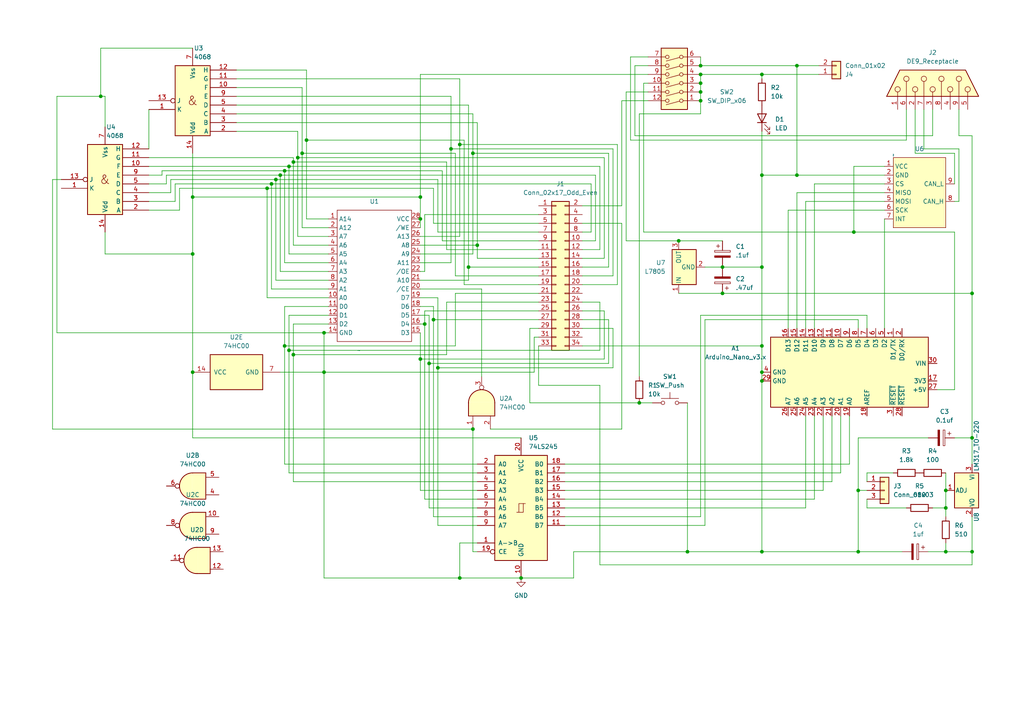
<source format=kicad_sch>
(kicad_sch (version 20230121) (generator eeschema)

  (uuid 15b931a7-f461-4352-b799-db11fd98fb09)

  (paper "A4")

  (lib_symbols
    (symbol "4xxx_IEEE:4068" (in_bom yes) (on_board yes)
      (property "Reference" "U" (at -5.08 11.43 0)
        (effects (font (size 1.27 1.27)))
      )
      (property "Value" "4068" (at 3.81 11.43 0)
        (effects (font (size 1.27 1.27)))
      )
      (property "Footprint" "" (at 0 0 0)
        (effects (font (size 1.27 1.27)) hide)
      )
      (property "Datasheet" "http://www.ti.com/lit/ds/symlink/cd4068b.pdf" (at 0 0 0)
        (effects (font (size 1.27 1.27)) hide)
      )
      (property "ki_keywords" "cmos nand and 8-input" (at 0 0 0)
        (effects (font (size 1.27 1.27)) hide)
      )
      (property "ki_description" "CMOS 8-input NAND/AND Gate" (at 0 0 0)
        (effects (font (size 1.27 1.27)) hide)
      )
      (symbol "4068_0_0"
        (rectangle (start -5.08 10.16) (end 5.08 -10.16)
          (stroke (width 0.254) (type default))
          (fill (type background))
        )
        (text "&" (at 0 0 0)
          (effects (font (size 2.54 2.54)))
        )
      )
      (symbol "4068_0_1"
        (pin power_in line (at 0 15.24 270) (length 5.08)
          (name "Vdd" (effects (font (size 1.27 1.27))))
          (number "14" (effects (font (size 1.27 1.27))))
        )
        (pin power_in line (at 0 -15.24 90) (length 5.08)
          (name "Vss" (effects (font (size 1.27 1.27))))
          (number "7" (effects (font (size 1.27 1.27))))
        )
      )
      (symbol "4068_1_1"
        (pin output line (at 12.7 2.54 180) (length 7.62)
          (name "K" (effects (font (size 1.27 1.27))))
          (number "1" (effects (font (size 1.27 1.27))))
        )
        (pin input line (at -12.7 -3.81 0) (length 7.62)
          (name "F" (effects (font (size 1.27 1.27))))
          (number "10" (effects (font (size 1.27 1.27))))
        )
        (pin input line (at -12.7 -6.35 0) (length 7.62)
          (name "G" (effects (font (size 1.27 1.27))))
          (number "11" (effects (font (size 1.27 1.27))))
        )
        (pin input line (at -12.7 -8.89 0) (length 7.62)
          (name "H" (effects (font (size 1.27 1.27))))
          (number "12" (effects (font (size 1.27 1.27))))
        )
        (pin output inverted (at 12.7 0 180) (length 7.62)
          (name "J" (effects (font (size 1.27 1.27))))
          (number "13" (effects (font (size 1.27 1.27))))
        )
        (pin input line (at -12.7 8.89 0) (length 7.62)
          (name "A" (effects (font (size 1.27 1.27))))
          (number "2" (effects (font (size 1.27 1.27))))
        )
        (pin input line (at -12.7 6.35 0) (length 7.62)
          (name "B" (effects (font (size 1.27 1.27))))
          (number "3" (effects (font (size 1.27 1.27))))
        )
        (pin input line (at -12.7 3.81 0) (length 7.62)
          (name "C" (effects (font (size 1.27 1.27))))
          (number "4" (effects (font (size 1.27 1.27))))
        )
        (pin input line (at -12.7 1.27 0) (length 7.62)
          (name "D" (effects (font (size 1.27 1.27))))
          (number "5" (effects (font (size 1.27 1.27))))
        )
        (pin input line (at -12.7 -1.27 0) (length 7.62)
          (name "E" (effects (font (size 1.27 1.27))))
          (number "9" (effects (font (size 1.27 1.27))))
        )
      )
    )
    (symbol "74xx:74HC00" (pin_names (offset 1.016)) (in_bom yes) (on_board yes)
      (property "Reference" "U" (at 0 1.27 0)
        (effects (font (size 1.27 1.27)))
      )
      (property "Value" "74HC00" (at 0 -1.27 0)
        (effects (font (size 1.27 1.27)))
      )
      (property "Footprint" "" (at 0 0 0)
        (effects (font (size 1.27 1.27)) hide)
      )
      (property "Datasheet" "http://www.ti.com/lit/gpn/sn74hc00" (at 0 0 0)
        (effects (font (size 1.27 1.27)) hide)
      )
      (property "ki_locked" "" (at 0 0 0)
        (effects (font (size 1.27 1.27)))
      )
      (property "ki_keywords" "HCMOS nand 2-input" (at 0 0 0)
        (effects (font (size 1.27 1.27)) hide)
      )
      (property "ki_description" "quad 2-input NAND gate" (at 0 0 0)
        (effects (font (size 1.27 1.27)) hide)
      )
      (property "ki_fp_filters" "DIP*W7.62mm* SO14*" (at 0 0 0)
        (effects (font (size 1.27 1.27)) hide)
      )
      (symbol "74HC00_1_1"
        (arc (start 0 -3.81) (mid 3.7934 0) (end 0 3.81)
          (stroke (width 0.254) (type default))
          (fill (type background))
        )
        (polyline
          (pts
            (xy 0 3.81)
            (xy -3.81 3.81)
            (xy -3.81 -3.81)
            (xy 0 -3.81)
          )
          (stroke (width 0.254) (type default))
          (fill (type background))
        )
        (pin input line (at -7.62 2.54 0) (length 3.81)
          (name "~" (effects (font (size 1.27 1.27))))
          (number "1" (effects (font (size 1.27 1.27))))
        )
        (pin input line (at -7.62 -2.54 0) (length 3.81)
          (name "~" (effects (font (size 1.27 1.27))))
          (number "2" (effects (font (size 1.27 1.27))))
        )
        (pin output inverted (at 7.62 0 180) (length 3.81)
          (name "~" (effects (font (size 1.27 1.27))))
          (number "3" (effects (font (size 1.27 1.27))))
        )
      )
      (symbol "74HC00_1_2"
        (arc (start -3.81 -3.81) (mid -2.589 0) (end -3.81 3.81)
          (stroke (width 0.254) (type default))
          (fill (type none))
        )
        (arc (start -0.6096 -3.81) (mid 2.1842 -2.5851) (end 3.81 0)
          (stroke (width 0.254) (type default))
          (fill (type background))
        )
        (polyline
          (pts
            (xy -3.81 -3.81)
            (xy -0.635 -3.81)
          )
          (stroke (width 0.254) (type default))
          (fill (type background))
        )
        (polyline
          (pts
            (xy -3.81 3.81)
            (xy -0.635 3.81)
          )
          (stroke (width 0.254) (type default))
          (fill (type background))
        )
        (polyline
          (pts
            (xy -0.635 3.81)
            (xy -3.81 3.81)
            (xy -3.81 3.81)
            (xy -3.556 3.4036)
            (xy -3.0226 2.2606)
            (xy -2.6924 1.0414)
            (xy -2.6162 -0.254)
            (xy -2.7686 -1.4986)
            (xy -3.175 -2.7178)
            (xy -3.81 -3.81)
            (xy -3.81 -3.81)
            (xy -0.635 -3.81)
          )
          (stroke (width -25.4) (type default))
          (fill (type background))
        )
        (arc (start 3.81 0) (mid 2.1915 2.5936) (end -0.6096 3.81)
          (stroke (width 0.254) (type default))
          (fill (type background))
        )
        (pin input inverted (at -7.62 2.54 0) (length 4.318)
          (name "~" (effects (font (size 1.27 1.27))))
          (number "1" (effects (font (size 1.27 1.27))))
        )
        (pin input inverted (at -7.62 -2.54 0) (length 4.318)
          (name "~" (effects (font (size 1.27 1.27))))
          (number "2" (effects (font (size 1.27 1.27))))
        )
        (pin output line (at 7.62 0 180) (length 3.81)
          (name "~" (effects (font (size 1.27 1.27))))
          (number "3" (effects (font (size 1.27 1.27))))
        )
      )
      (symbol "74HC00_2_1"
        (arc (start 0 -3.81) (mid 3.7934 0) (end 0 3.81)
          (stroke (width 0.254) (type default))
          (fill (type background))
        )
        (polyline
          (pts
            (xy 0 3.81)
            (xy -3.81 3.81)
            (xy -3.81 -3.81)
            (xy 0 -3.81)
          )
          (stroke (width 0.254) (type default))
          (fill (type background))
        )
        (pin input line (at -7.62 2.54 0) (length 3.81)
          (name "~" (effects (font (size 1.27 1.27))))
          (number "4" (effects (font (size 1.27 1.27))))
        )
        (pin input line (at -7.62 -2.54 0) (length 3.81)
          (name "~" (effects (font (size 1.27 1.27))))
          (number "5" (effects (font (size 1.27 1.27))))
        )
        (pin output inverted (at 7.62 0 180) (length 3.81)
          (name "~" (effects (font (size 1.27 1.27))))
          (number "6" (effects (font (size 1.27 1.27))))
        )
      )
      (symbol "74HC00_2_2"
        (arc (start -3.81 -3.81) (mid -2.589 0) (end -3.81 3.81)
          (stroke (width 0.254) (type default))
          (fill (type none))
        )
        (arc (start -0.6096 -3.81) (mid 2.1842 -2.5851) (end 3.81 0)
          (stroke (width 0.254) (type default))
          (fill (type background))
        )
        (polyline
          (pts
            (xy -3.81 -3.81)
            (xy -0.635 -3.81)
          )
          (stroke (width 0.254) (type default))
          (fill (type background))
        )
        (polyline
          (pts
            (xy -3.81 3.81)
            (xy -0.635 3.81)
          )
          (stroke (width 0.254) (type default))
          (fill (type background))
        )
        (polyline
          (pts
            (xy -0.635 3.81)
            (xy -3.81 3.81)
            (xy -3.81 3.81)
            (xy -3.556 3.4036)
            (xy -3.0226 2.2606)
            (xy -2.6924 1.0414)
            (xy -2.6162 -0.254)
            (xy -2.7686 -1.4986)
            (xy -3.175 -2.7178)
            (xy -3.81 -3.81)
            (xy -3.81 -3.81)
            (xy -0.635 -3.81)
          )
          (stroke (width -25.4) (type default))
          (fill (type background))
        )
        (arc (start 3.81 0) (mid 2.1915 2.5936) (end -0.6096 3.81)
          (stroke (width 0.254) (type default))
          (fill (type background))
        )
        (pin input inverted (at -7.62 2.54 0) (length 4.318)
          (name "~" (effects (font (size 1.27 1.27))))
          (number "4" (effects (font (size 1.27 1.27))))
        )
        (pin input inverted (at -7.62 -2.54 0) (length 4.318)
          (name "~" (effects (font (size 1.27 1.27))))
          (number "5" (effects (font (size 1.27 1.27))))
        )
        (pin output line (at 7.62 0 180) (length 3.81)
          (name "~" (effects (font (size 1.27 1.27))))
          (number "6" (effects (font (size 1.27 1.27))))
        )
      )
      (symbol "74HC00_3_1"
        (arc (start 0 -3.81) (mid 3.7934 0) (end 0 3.81)
          (stroke (width 0.254) (type default))
          (fill (type background))
        )
        (polyline
          (pts
            (xy 0 3.81)
            (xy -3.81 3.81)
            (xy -3.81 -3.81)
            (xy 0 -3.81)
          )
          (stroke (width 0.254) (type default))
          (fill (type background))
        )
        (pin input line (at -7.62 -2.54 0) (length 3.81)
          (name "~" (effects (font (size 1.27 1.27))))
          (number "10" (effects (font (size 1.27 1.27))))
        )
        (pin output inverted (at 7.62 0 180) (length 3.81)
          (name "~" (effects (font (size 1.27 1.27))))
          (number "8" (effects (font (size 1.27 1.27))))
        )
        (pin input line (at -7.62 2.54 0) (length 3.81)
          (name "~" (effects (font (size 1.27 1.27))))
          (number "9" (effects (font (size 1.27 1.27))))
        )
      )
      (symbol "74HC00_3_2"
        (arc (start -3.81 -3.81) (mid -2.589 0) (end -3.81 3.81)
          (stroke (width 0.254) (type default))
          (fill (type none))
        )
        (arc (start -0.6096 -3.81) (mid 2.1842 -2.5851) (end 3.81 0)
          (stroke (width 0.254) (type default))
          (fill (type background))
        )
        (polyline
          (pts
            (xy -3.81 -3.81)
            (xy -0.635 -3.81)
          )
          (stroke (width 0.254) (type default))
          (fill (type background))
        )
        (polyline
          (pts
            (xy -3.81 3.81)
            (xy -0.635 3.81)
          )
          (stroke (width 0.254) (type default))
          (fill (type background))
        )
        (polyline
          (pts
            (xy -0.635 3.81)
            (xy -3.81 3.81)
            (xy -3.81 3.81)
            (xy -3.556 3.4036)
            (xy -3.0226 2.2606)
            (xy -2.6924 1.0414)
            (xy -2.6162 -0.254)
            (xy -2.7686 -1.4986)
            (xy -3.175 -2.7178)
            (xy -3.81 -3.81)
            (xy -3.81 -3.81)
            (xy -0.635 -3.81)
          )
          (stroke (width -25.4) (type default))
          (fill (type background))
        )
        (arc (start 3.81 0) (mid 2.1915 2.5936) (end -0.6096 3.81)
          (stroke (width 0.254) (type default))
          (fill (type background))
        )
        (pin input inverted (at -7.62 -2.54 0) (length 4.318)
          (name "~" (effects (font (size 1.27 1.27))))
          (number "10" (effects (font (size 1.27 1.27))))
        )
        (pin output line (at 7.62 0 180) (length 3.81)
          (name "~" (effects (font (size 1.27 1.27))))
          (number "8" (effects (font (size 1.27 1.27))))
        )
        (pin input inverted (at -7.62 2.54 0) (length 4.318)
          (name "~" (effects (font (size 1.27 1.27))))
          (number "9" (effects (font (size 1.27 1.27))))
        )
      )
      (symbol "74HC00_4_1"
        (arc (start 0 -3.81) (mid 3.7934 0) (end 0 3.81)
          (stroke (width 0.254) (type default))
          (fill (type background))
        )
        (polyline
          (pts
            (xy 0 3.81)
            (xy -3.81 3.81)
            (xy -3.81 -3.81)
            (xy 0 -3.81)
          )
          (stroke (width 0.254) (type default))
          (fill (type background))
        )
        (pin output inverted (at 7.62 0 180) (length 3.81)
          (name "~" (effects (font (size 1.27 1.27))))
          (number "11" (effects (font (size 1.27 1.27))))
        )
        (pin input line (at -7.62 2.54 0) (length 3.81)
          (name "~" (effects (font (size 1.27 1.27))))
          (number "12" (effects (font (size 1.27 1.27))))
        )
        (pin input line (at -7.62 -2.54 0) (length 3.81)
          (name "~" (effects (font (size 1.27 1.27))))
          (number "13" (effects (font (size 1.27 1.27))))
        )
      )
      (symbol "74HC00_4_2"
        (arc (start -3.81 -3.81) (mid -2.589 0) (end -3.81 3.81)
          (stroke (width 0.254) (type default))
          (fill (type none))
        )
        (arc (start -0.6096 -3.81) (mid 2.1842 -2.5851) (end 3.81 0)
          (stroke (width 0.254) (type default))
          (fill (type background))
        )
        (polyline
          (pts
            (xy -3.81 -3.81)
            (xy -0.635 -3.81)
          )
          (stroke (width 0.254) (type default))
          (fill (type background))
        )
        (polyline
          (pts
            (xy -3.81 3.81)
            (xy -0.635 3.81)
          )
          (stroke (width 0.254) (type default))
          (fill (type background))
        )
        (polyline
          (pts
            (xy -0.635 3.81)
            (xy -3.81 3.81)
            (xy -3.81 3.81)
            (xy -3.556 3.4036)
            (xy -3.0226 2.2606)
            (xy -2.6924 1.0414)
            (xy -2.6162 -0.254)
            (xy -2.7686 -1.4986)
            (xy -3.175 -2.7178)
            (xy -3.81 -3.81)
            (xy -3.81 -3.81)
            (xy -0.635 -3.81)
          )
          (stroke (width -25.4) (type default))
          (fill (type background))
        )
        (arc (start 3.81 0) (mid 2.1915 2.5936) (end -0.6096 3.81)
          (stroke (width 0.254) (type default))
          (fill (type background))
        )
        (pin output line (at 7.62 0 180) (length 3.81)
          (name "~" (effects (font (size 1.27 1.27))))
          (number "11" (effects (font (size 1.27 1.27))))
        )
        (pin input inverted (at -7.62 2.54 0) (length 4.318)
          (name "~" (effects (font (size 1.27 1.27))))
          (number "12" (effects (font (size 1.27 1.27))))
        )
        (pin input inverted (at -7.62 -2.54 0) (length 4.318)
          (name "~" (effects (font (size 1.27 1.27))))
          (number "13" (effects (font (size 1.27 1.27))))
        )
      )
      (symbol "74HC00_5_0"
        (pin power_in line (at 0 12.7 270) (length 5.08)
          (name "VCC" (effects (font (size 1.27 1.27))))
          (number "14" (effects (font (size 1.27 1.27))))
        )
        (pin power_in line (at 0 -12.7 90) (length 5.08)
          (name "GND" (effects (font (size 1.27 1.27))))
          (number "7" (effects (font (size 1.27 1.27))))
        )
      )
      (symbol "74HC00_5_1"
        (rectangle (start -5.08 7.62) (end 5.08 -7.62)
          (stroke (width 0.254) (type default))
          (fill (type background))
        )
      )
    )
    (symbol "74xx:74LS245" (pin_names (offset 1.016)) (in_bom yes) (on_board yes)
      (property "Reference" "U" (at -7.62 16.51 0)
        (effects (font (size 1.27 1.27)))
      )
      (property "Value" "74LS245" (at -7.62 -16.51 0)
        (effects (font (size 1.27 1.27)))
      )
      (property "Footprint" "" (at 0 0 0)
        (effects (font (size 1.27 1.27)) hide)
      )
      (property "Datasheet" "http://www.ti.com/lit/gpn/sn74LS245" (at 0 0 0)
        (effects (font (size 1.27 1.27)) hide)
      )
      (property "ki_locked" "" (at 0 0 0)
        (effects (font (size 1.27 1.27)))
      )
      (property "ki_keywords" "TTL BUS 3State" (at 0 0 0)
        (effects (font (size 1.27 1.27)) hide)
      )
      (property "ki_description" "Octal BUS Transceivers, 3-State outputs" (at 0 0 0)
        (effects (font (size 1.27 1.27)) hide)
      )
      (property "ki_fp_filters" "DIP?20*" (at 0 0 0)
        (effects (font (size 1.27 1.27)) hide)
      )
      (symbol "74LS245_1_0"
        (polyline
          (pts
            (xy -0.635 -1.27)
            (xy -0.635 1.27)
            (xy 0.635 1.27)
          )
          (stroke (width 0) (type default))
          (fill (type none))
        )
        (polyline
          (pts
            (xy -1.27 -1.27)
            (xy 0.635 -1.27)
            (xy 0.635 1.27)
            (xy 1.27 1.27)
          )
          (stroke (width 0) (type default))
          (fill (type none))
        )
        (pin input line (at -12.7 -10.16 0) (length 5.08)
          (name "A->B" (effects (font (size 1.27 1.27))))
          (number "1" (effects (font (size 1.27 1.27))))
        )
        (pin power_in line (at 0 -20.32 90) (length 5.08)
          (name "GND" (effects (font (size 1.27 1.27))))
          (number "10" (effects (font (size 1.27 1.27))))
        )
        (pin tri_state line (at 12.7 -5.08 180) (length 5.08)
          (name "B7" (effects (font (size 1.27 1.27))))
          (number "11" (effects (font (size 1.27 1.27))))
        )
        (pin tri_state line (at 12.7 -2.54 180) (length 5.08)
          (name "B6" (effects (font (size 1.27 1.27))))
          (number "12" (effects (font (size 1.27 1.27))))
        )
        (pin tri_state line (at 12.7 0 180) (length 5.08)
          (name "B5" (effects (font (size 1.27 1.27))))
          (number "13" (effects (font (size 1.27 1.27))))
        )
        (pin tri_state line (at 12.7 2.54 180) (length 5.08)
          (name "B4" (effects (font (size 1.27 1.27))))
          (number "14" (effects (font (size 1.27 1.27))))
        )
        (pin tri_state line (at 12.7 5.08 180) (length 5.08)
          (name "B3" (effects (font (size 1.27 1.27))))
          (number "15" (effects (font (size 1.27 1.27))))
        )
        (pin tri_state line (at 12.7 7.62 180) (length 5.08)
          (name "B2" (effects (font (size 1.27 1.27))))
          (number "16" (effects (font (size 1.27 1.27))))
        )
        (pin tri_state line (at 12.7 10.16 180) (length 5.08)
          (name "B1" (effects (font (size 1.27 1.27))))
          (number "17" (effects (font (size 1.27 1.27))))
        )
        (pin tri_state line (at 12.7 12.7 180) (length 5.08)
          (name "B0" (effects (font (size 1.27 1.27))))
          (number "18" (effects (font (size 1.27 1.27))))
        )
        (pin input inverted (at -12.7 -12.7 0) (length 5.08)
          (name "CE" (effects (font (size 1.27 1.27))))
          (number "19" (effects (font (size 1.27 1.27))))
        )
        (pin tri_state line (at -12.7 12.7 0) (length 5.08)
          (name "A0" (effects (font (size 1.27 1.27))))
          (number "2" (effects (font (size 1.27 1.27))))
        )
        (pin power_in line (at 0 20.32 270) (length 5.08)
          (name "VCC" (effects (font (size 1.27 1.27))))
          (number "20" (effects (font (size 1.27 1.27))))
        )
        (pin tri_state line (at -12.7 10.16 0) (length 5.08)
          (name "A1" (effects (font (size 1.27 1.27))))
          (number "3" (effects (font (size 1.27 1.27))))
        )
        (pin tri_state line (at -12.7 7.62 0) (length 5.08)
          (name "A2" (effects (font (size 1.27 1.27))))
          (number "4" (effects (font (size 1.27 1.27))))
        )
        (pin tri_state line (at -12.7 5.08 0) (length 5.08)
          (name "A3" (effects (font (size 1.27 1.27))))
          (number "5" (effects (font (size 1.27 1.27))))
        )
        (pin tri_state line (at -12.7 2.54 0) (length 5.08)
          (name "A4" (effects (font (size 1.27 1.27))))
          (number "6" (effects (font (size 1.27 1.27))))
        )
        (pin tri_state line (at -12.7 0 0) (length 5.08)
          (name "A5" (effects (font (size 1.27 1.27))))
          (number "7" (effects (font (size 1.27 1.27))))
        )
        (pin tri_state line (at -12.7 -2.54 0) (length 5.08)
          (name "A6" (effects (font (size 1.27 1.27))))
          (number "8" (effects (font (size 1.27 1.27))))
        )
        (pin tri_state line (at -12.7 -5.08 0) (length 5.08)
          (name "A7" (effects (font (size 1.27 1.27))))
          (number "9" (effects (font (size 1.27 1.27))))
        )
      )
      (symbol "74LS245_1_1"
        (rectangle (start -7.62 15.24) (end 7.62 -15.24)
          (stroke (width 0.254) (type default))
          (fill (type background))
        )
      )
    )
    (symbol "Connector:DE9_Receptacle" (pin_names (offset 1.016) hide) (in_bom yes) (on_board yes)
      (property "Reference" "J" (at 0 13.97 0)
        (effects (font (size 1.27 1.27)))
      )
      (property "Value" "DE9_Receptacle" (at 0 -14.605 0)
        (effects (font (size 1.27 1.27)))
      )
      (property "Footprint" "" (at 0 0 0)
        (effects (font (size 1.27 1.27)) hide)
      )
      (property "Datasheet" " ~" (at 0 0 0)
        (effects (font (size 1.27 1.27)) hide)
      )
      (property "ki_keywords" "connector receptacle female D-SUB DB9" (at 0 0 0)
        (effects (font (size 1.27 1.27)) hide)
      )
      (property "ki_description" "9-pin female receptacle socket D-SUB connector" (at 0 0 0)
        (effects (font (size 1.27 1.27)) hide)
      )
      (property "ki_fp_filters" "DSUB*Female*" (at 0 0 0)
        (effects (font (size 1.27 1.27)) hide)
      )
      (symbol "DE9_Receptacle_0_1"
        (circle (center -1.778 -10.16) (radius 0.762)
          (stroke (width 0) (type default))
          (fill (type none))
        )
        (circle (center -1.778 -5.08) (radius 0.762)
          (stroke (width 0) (type default))
          (fill (type none))
        )
        (circle (center -1.778 0) (radius 0.762)
          (stroke (width 0) (type default))
          (fill (type none))
        )
        (circle (center -1.778 5.08) (radius 0.762)
          (stroke (width 0) (type default))
          (fill (type none))
        )
        (circle (center -1.778 10.16) (radius 0.762)
          (stroke (width 0) (type default))
          (fill (type none))
        )
        (polyline
          (pts
            (xy -3.81 -10.16)
            (xy -2.54 -10.16)
          )
          (stroke (width 0) (type default))
          (fill (type none))
        )
        (polyline
          (pts
            (xy -3.81 -7.62)
            (xy 0.508 -7.62)
          )
          (stroke (width 0) (type default))
          (fill (type none))
        )
        (polyline
          (pts
            (xy -3.81 -5.08)
            (xy -2.54 -5.08)
          )
          (stroke (width 0) (type default))
          (fill (type none))
        )
        (polyline
          (pts
            (xy -3.81 -2.54)
            (xy 0.508 -2.54)
          )
          (stroke (width 0) (type default))
          (fill (type none))
        )
        (polyline
          (pts
            (xy -3.81 0)
            (xy -2.54 0)
          )
          (stroke (width 0) (type default))
          (fill (type none))
        )
        (polyline
          (pts
            (xy -3.81 2.54)
            (xy 0.508 2.54)
          )
          (stroke (width 0) (type default))
          (fill (type none))
        )
        (polyline
          (pts
            (xy -3.81 5.08)
            (xy -2.54 5.08)
          )
          (stroke (width 0) (type default))
          (fill (type none))
        )
        (polyline
          (pts
            (xy -3.81 7.62)
            (xy 0.508 7.62)
          )
          (stroke (width 0) (type default))
          (fill (type none))
        )
        (polyline
          (pts
            (xy -3.81 10.16)
            (xy -2.54 10.16)
          )
          (stroke (width 0) (type default))
          (fill (type none))
        )
        (polyline
          (pts
            (xy -3.81 13.335)
            (xy -3.81 -13.335)
            (xy 3.81 -9.525)
            (xy 3.81 9.525)
            (xy -3.81 13.335)
          )
          (stroke (width 0.254) (type default))
          (fill (type background))
        )
        (circle (center 1.27 -7.62) (radius 0.762)
          (stroke (width 0) (type default))
          (fill (type none))
        )
        (circle (center 1.27 -2.54) (radius 0.762)
          (stroke (width 0) (type default))
          (fill (type none))
        )
        (circle (center 1.27 2.54) (radius 0.762)
          (stroke (width 0) (type default))
          (fill (type none))
        )
        (circle (center 1.27 7.62) (radius 0.762)
          (stroke (width 0) (type default))
          (fill (type none))
        )
      )
      (symbol "DE9_Receptacle_1_1"
        (pin passive line (at -7.62 10.16 0) (length 3.81)
          (name "1" (effects (font (size 1.27 1.27))))
          (number "1" (effects (font (size 1.27 1.27))))
        )
        (pin passive line (at -7.62 5.08 0) (length 3.81)
          (name "2" (effects (font (size 1.27 1.27))))
          (number "2" (effects (font (size 1.27 1.27))))
        )
        (pin passive line (at -7.62 0 0) (length 3.81)
          (name "3" (effects (font (size 1.27 1.27))))
          (number "3" (effects (font (size 1.27 1.27))))
        )
        (pin passive line (at -7.62 -5.08 0) (length 3.81)
          (name "4" (effects (font (size 1.27 1.27))))
          (number "4" (effects (font (size 1.27 1.27))))
        )
        (pin passive line (at -7.62 -10.16 0) (length 3.81)
          (name "5" (effects (font (size 1.27 1.27))))
          (number "5" (effects (font (size 1.27 1.27))))
        )
        (pin passive line (at -7.62 7.62 0) (length 3.81)
          (name "6" (effects (font (size 1.27 1.27))))
          (number "6" (effects (font (size 1.27 1.27))))
        )
        (pin passive line (at -7.62 2.54 0) (length 3.81)
          (name "7" (effects (font (size 1.27 1.27))))
          (number "7" (effects (font (size 1.27 1.27))))
        )
        (pin passive line (at -7.62 -2.54 0) (length 3.81)
          (name "8" (effects (font (size 1.27 1.27))))
          (number "8" (effects (font (size 1.27 1.27))))
        )
        (pin passive line (at -7.62 -7.62 0) (length 3.81)
          (name "9" (effects (font (size 1.27 1.27))))
          (number "9" (effects (font (size 1.27 1.27))))
        )
      )
    )
    (symbol "Connector_Generic:Conn_01x02" (pin_names (offset 1.016) hide) (in_bom yes) (on_board yes)
      (property "Reference" "J" (at 0 2.54 0)
        (effects (font (size 1.27 1.27)))
      )
      (property "Value" "Conn_01x02" (at 0 -5.08 0)
        (effects (font (size 1.27 1.27)))
      )
      (property "Footprint" "" (at 0 0 0)
        (effects (font (size 1.27 1.27)) hide)
      )
      (property "Datasheet" "~" (at 0 0 0)
        (effects (font (size 1.27 1.27)) hide)
      )
      (property "ki_keywords" "connector" (at 0 0 0)
        (effects (font (size 1.27 1.27)) hide)
      )
      (property "ki_description" "Generic connector, single row, 01x02, script generated (kicad-library-utils/schlib/autogen/connector/)" (at 0 0 0)
        (effects (font (size 1.27 1.27)) hide)
      )
      (property "ki_fp_filters" "Connector*:*_1x??_*" (at 0 0 0)
        (effects (font (size 1.27 1.27)) hide)
      )
      (symbol "Conn_01x02_1_1"
        (rectangle (start -1.27 -2.413) (end 0 -2.667)
          (stroke (width 0.1524) (type default))
          (fill (type none))
        )
        (rectangle (start -1.27 0.127) (end 0 -0.127)
          (stroke (width 0.1524) (type default))
          (fill (type none))
        )
        (rectangle (start -1.27 1.27) (end 1.27 -3.81)
          (stroke (width 0.254) (type default))
          (fill (type background))
        )
        (pin passive line (at -5.08 0 0) (length 3.81)
          (name "Pin_1" (effects (font (size 1.27 1.27))))
          (number "1" (effects (font (size 1.27 1.27))))
        )
        (pin passive line (at -5.08 -2.54 0) (length 3.81)
          (name "Pin_2" (effects (font (size 1.27 1.27))))
          (number "2" (effects (font (size 1.27 1.27))))
        )
      )
    )
    (symbol "Connector_Generic:Conn_01x03" (pin_names (offset 1.016) hide) (in_bom yes) (on_board yes)
      (property "Reference" "J" (at 0 5.08 0)
        (effects (font (size 1.27 1.27)))
      )
      (property "Value" "Conn_01x03" (at 0 -5.08 0)
        (effects (font (size 1.27 1.27)))
      )
      (property "Footprint" "" (at 0 0 0)
        (effects (font (size 1.27 1.27)) hide)
      )
      (property "Datasheet" "~" (at 0 0 0)
        (effects (font (size 1.27 1.27)) hide)
      )
      (property "ki_keywords" "connector" (at 0 0 0)
        (effects (font (size 1.27 1.27)) hide)
      )
      (property "ki_description" "Generic connector, single row, 01x03, script generated (kicad-library-utils/schlib/autogen/connector/)" (at 0 0 0)
        (effects (font (size 1.27 1.27)) hide)
      )
      (property "ki_fp_filters" "Connector*:*_1x??_*" (at 0 0 0)
        (effects (font (size 1.27 1.27)) hide)
      )
      (symbol "Conn_01x03_1_1"
        (rectangle (start -1.27 -2.413) (end 0 -2.667)
          (stroke (width 0.1524) (type default))
          (fill (type none))
        )
        (rectangle (start -1.27 0.127) (end 0 -0.127)
          (stroke (width 0.1524) (type default))
          (fill (type none))
        )
        (rectangle (start -1.27 2.667) (end 0 2.413)
          (stroke (width 0.1524) (type default))
          (fill (type none))
        )
        (rectangle (start -1.27 3.81) (end 1.27 -3.81)
          (stroke (width 0.254) (type default))
          (fill (type background))
        )
        (pin passive line (at -5.08 2.54 0) (length 3.81)
          (name "Pin_1" (effects (font (size 1.27 1.27))))
          (number "1" (effects (font (size 1.27 1.27))))
        )
        (pin passive line (at -5.08 0 0) (length 3.81)
          (name "Pin_2" (effects (font (size 1.27 1.27))))
          (number "2" (effects (font (size 1.27 1.27))))
        )
        (pin passive line (at -5.08 -2.54 0) (length 3.81)
          (name "Pin_3" (effects (font (size 1.27 1.27))))
          (number "3" (effects (font (size 1.27 1.27))))
        )
      )
    )
    (symbol "Connector_Generic:Conn_02x17_Odd_Even" (pin_names (offset 1.016) hide) (in_bom yes) (on_board yes)
      (property "Reference" "J" (at 1.27 22.86 0)
        (effects (font (size 1.27 1.27)))
      )
      (property "Value" "Conn_02x17_Odd_Even" (at 1.27 -22.86 0)
        (effects (font (size 1.27 1.27)))
      )
      (property "Footprint" "" (at 0 0 0)
        (effects (font (size 1.27 1.27)) hide)
      )
      (property "Datasheet" "~" (at 0 0 0)
        (effects (font (size 1.27 1.27)) hide)
      )
      (property "ki_keywords" "connector" (at 0 0 0)
        (effects (font (size 1.27 1.27)) hide)
      )
      (property "ki_description" "Generic connector, double row, 02x17, odd/even pin numbering scheme (row 1 odd numbers, row 2 even numbers), script generated (kicad-library-utils/schlib/autogen/connector/)" (at 0 0 0)
        (effects (font (size 1.27 1.27)) hide)
      )
      (property "ki_fp_filters" "Connector*:*_2x??_*" (at 0 0 0)
        (effects (font (size 1.27 1.27)) hide)
      )
      (symbol "Conn_02x17_Odd_Even_1_1"
        (rectangle (start -1.27 -20.193) (end 0 -20.447)
          (stroke (width 0.1524) (type default))
          (fill (type none))
        )
        (rectangle (start -1.27 -17.653) (end 0 -17.907)
          (stroke (width 0.1524) (type default))
          (fill (type none))
        )
        (rectangle (start -1.27 -15.113) (end 0 -15.367)
          (stroke (width 0.1524) (type default))
          (fill (type none))
        )
        (rectangle (start -1.27 -12.573) (end 0 -12.827)
          (stroke (width 0.1524) (type default))
          (fill (type none))
        )
        (rectangle (start -1.27 -10.033) (end 0 -10.287)
          (stroke (width 0.1524) (type default))
          (fill (type none))
        )
        (rectangle (start -1.27 -7.493) (end 0 -7.747)
          (stroke (width 0.1524) (type default))
          (fill (type none))
        )
        (rectangle (start -1.27 -4.953) (end 0 -5.207)
          (stroke (width 0.1524) (type default))
          (fill (type none))
        )
        (rectangle (start -1.27 -2.413) (end 0 -2.667)
          (stroke (width 0.1524) (type default))
          (fill (type none))
        )
        (rectangle (start -1.27 0.127) (end 0 -0.127)
          (stroke (width 0.1524) (type default))
          (fill (type none))
        )
        (rectangle (start -1.27 2.667) (end 0 2.413)
          (stroke (width 0.1524) (type default))
          (fill (type none))
        )
        (rectangle (start -1.27 5.207) (end 0 4.953)
          (stroke (width 0.1524) (type default))
          (fill (type none))
        )
        (rectangle (start -1.27 7.747) (end 0 7.493)
          (stroke (width 0.1524) (type default))
          (fill (type none))
        )
        (rectangle (start -1.27 10.287) (end 0 10.033)
          (stroke (width 0.1524) (type default))
          (fill (type none))
        )
        (rectangle (start -1.27 12.827) (end 0 12.573)
          (stroke (width 0.1524) (type default))
          (fill (type none))
        )
        (rectangle (start -1.27 15.367) (end 0 15.113)
          (stroke (width 0.1524) (type default))
          (fill (type none))
        )
        (rectangle (start -1.27 17.907) (end 0 17.653)
          (stroke (width 0.1524) (type default))
          (fill (type none))
        )
        (rectangle (start -1.27 20.447) (end 0 20.193)
          (stroke (width 0.1524) (type default))
          (fill (type none))
        )
        (rectangle (start -1.27 21.59) (end 3.81 -21.59)
          (stroke (width 0.254) (type default))
          (fill (type background))
        )
        (rectangle (start 3.81 -20.193) (end 2.54 -20.447)
          (stroke (width 0.1524) (type default))
          (fill (type none))
        )
        (rectangle (start 3.81 -17.653) (end 2.54 -17.907)
          (stroke (width 0.1524) (type default))
          (fill (type none))
        )
        (rectangle (start 3.81 -15.113) (end 2.54 -15.367)
          (stroke (width 0.1524) (type default))
          (fill (type none))
        )
        (rectangle (start 3.81 -12.573) (end 2.54 -12.827)
          (stroke (width 0.1524) (type default))
          (fill (type none))
        )
        (rectangle (start 3.81 -10.033) (end 2.54 -10.287)
          (stroke (width 0.1524) (type default))
          (fill (type none))
        )
        (rectangle (start 3.81 -7.493) (end 2.54 -7.747)
          (stroke (width 0.1524) (type default))
          (fill (type none))
        )
        (rectangle (start 3.81 -4.953) (end 2.54 -5.207)
          (stroke (width 0.1524) (type default))
          (fill (type none))
        )
        (rectangle (start 3.81 -2.413) (end 2.54 -2.667)
          (stroke (width 0.1524) (type default))
          (fill (type none))
        )
        (rectangle (start 3.81 0.127) (end 2.54 -0.127)
          (stroke (width 0.1524) (type default))
          (fill (type none))
        )
        (rectangle (start 3.81 2.667) (end 2.54 2.413)
          (stroke (width 0.1524) (type default))
          (fill (type none))
        )
        (rectangle (start 3.81 5.207) (end 2.54 4.953)
          (stroke (width 0.1524) (type default))
          (fill (type none))
        )
        (rectangle (start 3.81 7.747) (end 2.54 7.493)
          (stroke (width 0.1524) (type default))
          (fill (type none))
        )
        (rectangle (start 3.81 10.287) (end 2.54 10.033)
          (stroke (width 0.1524) (type default))
          (fill (type none))
        )
        (rectangle (start 3.81 12.827) (end 2.54 12.573)
          (stroke (width 0.1524) (type default))
          (fill (type none))
        )
        (rectangle (start 3.81 15.367) (end 2.54 15.113)
          (stroke (width 0.1524) (type default))
          (fill (type none))
        )
        (rectangle (start 3.81 17.907) (end 2.54 17.653)
          (stroke (width 0.1524) (type default))
          (fill (type none))
        )
        (rectangle (start 3.81 20.447) (end 2.54 20.193)
          (stroke (width 0.1524) (type default))
          (fill (type none))
        )
        (pin passive line (at -5.08 20.32 0) (length 3.81)
          (name "Pin_1" (effects (font (size 1.27 1.27))))
          (number "1" (effects (font (size 1.27 1.27))))
        )
        (pin passive line (at 7.62 10.16 180) (length 3.81)
          (name "Pin_10" (effects (font (size 1.27 1.27))))
          (number "10" (effects (font (size 1.27 1.27))))
        )
        (pin passive line (at -5.08 7.62 0) (length 3.81)
          (name "Pin_11" (effects (font (size 1.27 1.27))))
          (number "11" (effects (font (size 1.27 1.27))))
        )
        (pin passive line (at 7.62 7.62 180) (length 3.81)
          (name "Pin_12" (effects (font (size 1.27 1.27))))
          (number "12" (effects (font (size 1.27 1.27))))
        )
        (pin passive line (at -5.08 5.08 0) (length 3.81)
          (name "Pin_13" (effects (font (size 1.27 1.27))))
          (number "13" (effects (font (size 1.27 1.27))))
        )
        (pin passive line (at 7.62 5.08 180) (length 3.81)
          (name "Pin_14" (effects (font (size 1.27 1.27))))
          (number "14" (effects (font (size 1.27 1.27))))
        )
        (pin passive line (at -5.08 2.54 0) (length 3.81)
          (name "Pin_15" (effects (font (size 1.27 1.27))))
          (number "15" (effects (font (size 1.27 1.27))))
        )
        (pin passive line (at 7.62 2.54 180) (length 3.81)
          (name "Pin_16" (effects (font (size 1.27 1.27))))
          (number "16" (effects (font (size 1.27 1.27))))
        )
        (pin passive line (at -5.08 0 0) (length 3.81)
          (name "Pin_17" (effects (font (size 1.27 1.27))))
          (number "17" (effects (font (size 1.27 1.27))))
        )
        (pin passive line (at 7.62 0 180) (length 3.81)
          (name "Pin_18" (effects (font (size 1.27 1.27))))
          (number "18" (effects (font (size 1.27 1.27))))
        )
        (pin passive line (at -5.08 -2.54 0) (length 3.81)
          (name "Pin_19" (effects (font (size 1.27 1.27))))
          (number "19" (effects (font (size 1.27 1.27))))
        )
        (pin passive line (at 7.62 20.32 180) (length 3.81)
          (name "Pin_2" (effects (font (size 1.27 1.27))))
          (number "2" (effects (font (size 1.27 1.27))))
        )
        (pin passive line (at 7.62 -2.54 180) (length 3.81)
          (name "Pin_20" (effects (font (size 1.27 1.27))))
          (number "20" (effects (font (size 1.27 1.27))))
        )
        (pin passive line (at -5.08 -5.08 0) (length 3.81)
          (name "Pin_21" (effects (font (size 1.27 1.27))))
          (number "21" (effects (font (size 1.27 1.27))))
        )
        (pin passive line (at 7.62 -5.08 180) (length 3.81)
          (name "Pin_22" (effects (font (size 1.27 1.27))))
          (number "22" (effects (font (size 1.27 1.27))))
        )
        (pin passive line (at -5.08 -7.62 0) (length 3.81)
          (name "Pin_23" (effects (font (size 1.27 1.27))))
          (number "23" (effects (font (size 1.27 1.27))))
        )
        (pin passive line (at 7.62 -7.62 180) (length 3.81)
          (name "Pin_24" (effects (font (size 1.27 1.27))))
          (number "24" (effects (font (size 1.27 1.27))))
        )
        (pin passive line (at -5.08 -10.16 0) (length 3.81)
          (name "Pin_25" (effects (font (size 1.27 1.27))))
          (number "25" (effects (font (size 1.27 1.27))))
        )
        (pin passive line (at 7.62 -10.16 180) (length 3.81)
          (name "Pin_26" (effects (font (size 1.27 1.27))))
          (number "26" (effects (font (size 1.27 1.27))))
        )
        (pin passive line (at -5.08 -12.7 0) (length 3.81)
          (name "Pin_27" (effects (font (size 1.27 1.27))))
          (number "27" (effects (font (size 1.27 1.27))))
        )
        (pin passive line (at 7.62 -12.7 180) (length 3.81)
          (name "Pin_28" (effects (font (size 1.27 1.27))))
          (number "28" (effects (font (size 1.27 1.27))))
        )
        (pin passive line (at -5.08 -15.24 0) (length 3.81)
          (name "Pin_29" (effects (font (size 1.27 1.27))))
          (number "29" (effects (font (size 1.27 1.27))))
        )
        (pin passive line (at -5.08 17.78 0) (length 3.81)
          (name "Pin_3" (effects (font (size 1.27 1.27))))
          (number "3" (effects (font (size 1.27 1.27))))
        )
        (pin passive line (at 7.62 -15.24 180) (length 3.81)
          (name "Pin_30" (effects (font (size 1.27 1.27))))
          (number "30" (effects (font (size 1.27 1.27))))
        )
        (pin passive line (at -5.08 -17.78 0) (length 3.81)
          (name "Pin_31" (effects (font (size 1.27 1.27))))
          (number "31" (effects (font (size 1.27 1.27))))
        )
        (pin passive line (at 7.62 -17.78 180) (length 3.81)
          (name "Pin_32" (effects (font (size 1.27 1.27))))
          (number "32" (effects (font (size 1.27 1.27))))
        )
        (pin passive line (at -5.08 -20.32 0) (length 3.81)
          (name "Pin_33" (effects (font (size 1.27 1.27))))
          (number "33" (effects (font (size 1.27 1.27))))
        )
        (pin passive line (at 7.62 -20.32 180) (length 3.81)
          (name "Pin_34" (effects (font (size 1.27 1.27))))
          (number "34" (effects (font (size 1.27 1.27))))
        )
        (pin passive line (at 7.62 17.78 180) (length 3.81)
          (name "Pin_4" (effects (font (size 1.27 1.27))))
          (number "4" (effects (font (size 1.27 1.27))))
        )
        (pin passive line (at -5.08 15.24 0) (length 3.81)
          (name "Pin_5" (effects (font (size 1.27 1.27))))
          (number "5" (effects (font (size 1.27 1.27))))
        )
        (pin passive line (at 7.62 15.24 180) (length 3.81)
          (name "Pin_6" (effects (font (size 1.27 1.27))))
          (number "6" (effects (font (size 1.27 1.27))))
        )
        (pin passive line (at -5.08 12.7 0) (length 3.81)
          (name "Pin_7" (effects (font (size 1.27 1.27))))
          (number "7" (effects (font (size 1.27 1.27))))
        )
        (pin passive line (at 7.62 12.7 180) (length 3.81)
          (name "Pin_8" (effects (font (size 1.27 1.27))))
          (number "8" (effects (font (size 1.27 1.27))))
        )
        (pin passive line (at -5.08 10.16 0) (length 3.81)
          (name "Pin_9" (effects (font (size 1.27 1.27))))
          (number "9" (effects (font (size 1.27 1.27))))
        )
      )
    )
    (symbol "Custom:MCP2515_MODULE" (in_bom yes) (on_board yes)
      (property "Reference" "U" (at 0 21.082 90)
        (effects (font (size 1.27 1.27)))
      )
      (property "Value" "" (at 0 21.082 90)
        (effects (font (size 1.27 1.27)))
      )
      (property "Footprint" "" (at 0 21.082 90)
        (effects (font (size 1.27 1.27)) hide)
      )
      (property "Datasheet" "" (at 0 21.082 90)
        (effects (font (size 1.27 1.27)) hide)
      )
      (symbol "MCP2515_MODULE_1_1"
        (rectangle (start 0 20.32) (end 15.24 0)
          (stroke (width 0) (type default))
          (fill (type background))
        )
        (pin input line (at -2.54 17.78 0) (length 2.54)
          (name "VCC" (effects (font (size 1.27 1.27))))
          (number "1" (effects (font (size 1.27 1.27))))
        )
        (pin input line (at -2.54 15.24 0) (length 2.54)
          (name "GND" (effects (font (size 1.27 1.27))))
          (number "2" (effects (font (size 1.27 1.27))))
        )
        (pin input line (at -2.54 12.7 0) (length 2.54)
          (name "CS" (effects (font (size 1.27 1.27))))
          (number "3" (effects (font (size 1.27 1.27))))
        )
        (pin input line (at -2.54 10.16 0) (length 2.54)
          (name "MISO" (effects (font (size 1.27 1.27))))
          (number "4" (effects (font (size 1.27 1.27))))
        )
        (pin input line (at -2.54 7.62 0) (length 2.54)
          (name "MOSI" (effects (font (size 1.27 1.27))))
          (number "5" (effects (font (size 1.27 1.27))))
        )
        (pin input line (at -2.54 5.08 0) (length 2.54)
          (name "SCK" (effects (font (size 1.27 1.27))))
          (number "6" (effects (font (size 1.27 1.27))))
        )
        (pin input line (at -2.54 2.54 0) (length 2.54)
          (name "INT" (effects (font (size 1.27 1.27))))
          (number "7" (effects (font (size 1.27 1.27))))
        )
        (pin input line (at 17.78 7.62 180) (length 2.54)
          (name "CAN_H" (effects (font (size 1.27 1.27))))
          (number "8" (effects (font (size 1.27 1.27))))
        )
        (pin input line (at 17.78 12.7 180) (length 2.54)
          (name "CAN_L" (effects (font (size 1.27 1.27))))
          (number "9" (effects (font (size 1.27 1.27))))
        )
      )
    )
    (symbol "Device:C_Polarized" (pin_numbers hide) (pin_names (offset 0.254)) (in_bom yes) (on_board yes)
      (property "Reference" "C" (at 0.635 2.54 0)
        (effects (font (size 1.27 1.27)) (justify left))
      )
      (property "Value" "C_Polarized" (at 0.635 -2.54 0)
        (effects (font (size 1.27 1.27)) (justify left))
      )
      (property "Footprint" "" (at 0.9652 -3.81 0)
        (effects (font (size 1.27 1.27)) hide)
      )
      (property "Datasheet" "~" (at 0 0 0)
        (effects (font (size 1.27 1.27)) hide)
      )
      (property "ki_keywords" "cap capacitor" (at 0 0 0)
        (effects (font (size 1.27 1.27)) hide)
      )
      (property "ki_description" "Polarized capacitor" (at 0 0 0)
        (effects (font (size 1.27 1.27)) hide)
      )
      (property "ki_fp_filters" "CP_*" (at 0 0 0)
        (effects (font (size 1.27 1.27)) hide)
      )
      (symbol "C_Polarized_0_1"
        (rectangle (start -2.286 0.508) (end 2.286 1.016)
          (stroke (width 0) (type default))
          (fill (type none))
        )
        (polyline
          (pts
            (xy -1.778 2.286)
            (xy -0.762 2.286)
          )
          (stroke (width 0) (type default))
          (fill (type none))
        )
        (polyline
          (pts
            (xy -1.27 2.794)
            (xy -1.27 1.778)
          )
          (stroke (width 0) (type default))
          (fill (type none))
        )
        (rectangle (start 2.286 -0.508) (end -2.286 -1.016)
          (stroke (width 0) (type default))
          (fill (type outline))
        )
      )
      (symbol "C_Polarized_1_1"
        (pin passive line (at 0 3.81 270) (length 2.794)
          (name "~" (effects (font (size 1.27 1.27))))
          (number "1" (effects (font (size 1.27 1.27))))
        )
        (pin passive line (at 0 -3.81 90) (length 2.794)
          (name "~" (effects (font (size 1.27 1.27))))
          (number "2" (effects (font (size 1.27 1.27))))
        )
      )
    )
    (symbol "Device:LED" (pin_numbers hide) (pin_names (offset 1.016) hide) (in_bom yes) (on_board yes)
      (property "Reference" "D" (at 0 2.54 0)
        (effects (font (size 1.27 1.27)))
      )
      (property "Value" "LED" (at 0 -2.54 0)
        (effects (font (size 1.27 1.27)))
      )
      (property "Footprint" "" (at 0 0 0)
        (effects (font (size 1.27 1.27)) hide)
      )
      (property "Datasheet" "~" (at 0 0 0)
        (effects (font (size 1.27 1.27)) hide)
      )
      (property "ki_keywords" "LED diode" (at 0 0 0)
        (effects (font (size 1.27 1.27)) hide)
      )
      (property "ki_description" "Light emitting diode" (at 0 0 0)
        (effects (font (size 1.27 1.27)) hide)
      )
      (property "ki_fp_filters" "LED* LED_SMD:* LED_THT:*" (at 0 0 0)
        (effects (font (size 1.27 1.27)) hide)
      )
      (symbol "LED_0_1"
        (polyline
          (pts
            (xy -1.27 -1.27)
            (xy -1.27 1.27)
          )
          (stroke (width 0.254) (type default))
          (fill (type none))
        )
        (polyline
          (pts
            (xy -1.27 0)
            (xy 1.27 0)
          )
          (stroke (width 0) (type default))
          (fill (type none))
        )
        (polyline
          (pts
            (xy 1.27 -1.27)
            (xy 1.27 1.27)
            (xy -1.27 0)
            (xy 1.27 -1.27)
          )
          (stroke (width 0.254) (type default))
          (fill (type none))
        )
        (polyline
          (pts
            (xy -3.048 -0.762)
            (xy -4.572 -2.286)
            (xy -3.81 -2.286)
            (xy -4.572 -2.286)
            (xy -4.572 -1.524)
          )
          (stroke (width 0) (type default))
          (fill (type none))
        )
        (polyline
          (pts
            (xy -1.778 -0.762)
            (xy -3.302 -2.286)
            (xy -2.54 -2.286)
            (xy -3.302 -2.286)
            (xy -3.302 -1.524)
          )
          (stroke (width 0) (type default))
          (fill (type none))
        )
      )
      (symbol "LED_1_1"
        (pin passive line (at -3.81 0 0) (length 2.54)
          (name "K" (effects (font (size 1.27 1.27))))
          (number "1" (effects (font (size 1.27 1.27))))
        )
        (pin passive line (at 3.81 0 180) (length 2.54)
          (name "A" (effects (font (size 1.27 1.27))))
          (number "2" (effects (font (size 1.27 1.27))))
        )
      )
    )
    (symbol "Device:R" (pin_numbers hide) (pin_names (offset 0)) (in_bom yes) (on_board yes)
      (property "Reference" "R" (at 2.032 0 90)
        (effects (font (size 1.27 1.27)))
      )
      (property "Value" "R" (at 0 0 90)
        (effects (font (size 1.27 1.27)))
      )
      (property "Footprint" "" (at -1.778 0 90)
        (effects (font (size 1.27 1.27)) hide)
      )
      (property "Datasheet" "~" (at 0 0 0)
        (effects (font (size 1.27 1.27)) hide)
      )
      (property "ki_keywords" "R res resistor" (at 0 0 0)
        (effects (font (size 1.27 1.27)) hide)
      )
      (property "ki_description" "Resistor" (at 0 0 0)
        (effects (font (size 1.27 1.27)) hide)
      )
      (property "ki_fp_filters" "R_*" (at 0 0 0)
        (effects (font (size 1.27 1.27)) hide)
      )
      (symbol "R_0_1"
        (rectangle (start -1.016 -2.54) (end 1.016 2.54)
          (stroke (width 0.254) (type default))
          (fill (type none))
        )
      )
      (symbol "R_1_1"
        (pin passive line (at 0 3.81 270) (length 1.27)
          (name "~" (effects (font (size 1.27 1.27))))
          (number "1" (effects (font (size 1.27 1.27))))
        )
        (pin passive line (at 0 -3.81 90) (length 1.27)
          (name "~" (effects (font (size 1.27 1.27))))
          (number "2" (effects (font (size 1.27 1.27))))
        )
      )
    )
    (symbol "MCU_Module:Arduino_Nano_v3.x" (in_bom yes) (on_board yes)
      (property "Reference" "A" (at -10.16 23.495 0)
        (effects (font (size 1.27 1.27)) (justify left bottom))
      )
      (property "Value" "Arduino_Nano_v3.x" (at 5.08 -24.13 0)
        (effects (font (size 1.27 1.27)) (justify left top))
      )
      (property "Footprint" "Module:Arduino_Nano" (at 0 0 0)
        (effects (font (size 1.27 1.27) italic) hide)
      )
      (property "Datasheet" "http://www.mouser.com/pdfdocs/Gravitech_Arduino_Nano3_0.pdf" (at 0 0 0)
        (effects (font (size 1.27 1.27)) hide)
      )
      (property "ki_keywords" "Arduino nano microcontroller module USB" (at 0 0 0)
        (effects (font (size 1.27 1.27)) hide)
      )
      (property "ki_description" "Arduino Nano v3.x" (at 0 0 0)
        (effects (font (size 1.27 1.27)) hide)
      )
      (property "ki_fp_filters" "Arduino*Nano*" (at 0 0 0)
        (effects (font (size 1.27 1.27)) hide)
      )
      (symbol "Arduino_Nano_v3.x_0_1"
        (rectangle (start -10.16 22.86) (end 10.16 -22.86)
          (stroke (width 0.254) (type default))
          (fill (type background))
        )
      )
      (symbol "Arduino_Nano_v3.x_1_1"
        (pin bidirectional line (at -12.7 12.7 0) (length 2.54)
          (name "D1/TX" (effects (font (size 1.27 1.27))))
          (number "1" (effects (font (size 1.27 1.27))))
        )
        (pin bidirectional line (at -12.7 -2.54 0) (length 2.54)
          (name "D7" (effects (font (size 1.27 1.27))))
          (number "10" (effects (font (size 1.27 1.27))))
        )
        (pin bidirectional line (at -12.7 -5.08 0) (length 2.54)
          (name "D8" (effects (font (size 1.27 1.27))))
          (number "11" (effects (font (size 1.27 1.27))))
        )
        (pin bidirectional line (at -12.7 -7.62 0) (length 2.54)
          (name "D9" (effects (font (size 1.27 1.27))))
          (number "12" (effects (font (size 1.27 1.27))))
        )
        (pin bidirectional line (at -12.7 -10.16 0) (length 2.54)
          (name "D10" (effects (font (size 1.27 1.27))))
          (number "13" (effects (font (size 1.27 1.27))))
        )
        (pin bidirectional line (at -12.7 -12.7 0) (length 2.54)
          (name "D11" (effects (font (size 1.27 1.27))))
          (number "14" (effects (font (size 1.27 1.27))))
        )
        (pin bidirectional line (at -12.7 -15.24 0) (length 2.54)
          (name "D12" (effects (font (size 1.27 1.27))))
          (number "15" (effects (font (size 1.27 1.27))))
        )
        (pin bidirectional line (at -12.7 -17.78 0) (length 2.54)
          (name "D13" (effects (font (size 1.27 1.27))))
          (number "16" (effects (font (size 1.27 1.27))))
        )
        (pin power_out line (at 2.54 25.4 270) (length 2.54)
          (name "3V3" (effects (font (size 1.27 1.27))))
          (number "17" (effects (font (size 1.27 1.27))))
        )
        (pin input line (at 12.7 5.08 180) (length 2.54)
          (name "AREF" (effects (font (size 1.27 1.27))))
          (number "18" (effects (font (size 1.27 1.27))))
        )
        (pin bidirectional line (at 12.7 0 180) (length 2.54)
          (name "A0" (effects (font (size 1.27 1.27))))
          (number "19" (effects (font (size 1.27 1.27))))
        )
        (pin bidirectional line (at -12.7 15.24 0) (length 2.54)
          (name "D0/RX" (effects (font (size 1.27 1.27))))
          (number "2" (effects (font (size 1.27 1.27))))
        )
        (pin bidirectional line (at 12.7 -2.54 180) (length 2.54)
          (name "A1" (effects (font (size 1.27 1.27))))
          (number "20" (effects (font (size 1.27 1.27))))
        )
        (pin bidirectional line (at 12.7 -5.08 180) (length 2.54)
          (name "A2" (effects (font (size 1.27 1.27))))
          (number "21" (effects (font (size 1.27 1.27))))
        )
        (pin bidirectional line (at 12.7 -7.62 180) (length 2.54)
          (name "A3" (effects (font (size 1.27 1.27))))
          (number "22" (effects (font (size 1.27 1.27))))
        )
        (pin bidirectional line (at 12.7 -10.16 180) (length 2.54)
          (name "A4" (effects (font (size 1.27 1.27))))
          (number "23" (effects (font (size 1.27 1.27))))
        )
        (pin bidirectional line (at 12.7 -12.7 180) (length 2.54)
          (name "A5" (effects (font (size 1.27 1.27))))
          (number "24" (effects (font (size 1.27 1.27))))
        )
        (pin bidirectional line (at 12.7 -15.24 180) (length 2.54)
          (name "A6" (effects (font (size 1.27 1.27))))
          (number "25" (effects (font (size 1.27 1.27))))
        )
        (pin bidirectional line (at 12.7 -17.78 180) (length 2.54)
          (name "A7" (effects (font (size 1.27 1.27))))
          (number "26" (effects (font (size 1.27 1.27))))
        )
        (pin power_out line (at 5.08 25.4 270) (length 2.54)
          (name "+5V" (effects (font (size 1.27 1.27))))
          (number "27" (effects (font (size 1.27 1.27))))
        )
        (pin input line (at 12.7 15.24 180) (length 2.54)
          (name "~{RESET}" (effects (font (size 1.27 1.27))))
          (number "28" (effects (font (size 1.27 1.27))))
        )
        (pin power_in line (at 2.54 -25.4 90) (length 2.54)
          (name "GND" (effects (font (size 1.27 1.27))))
          (number "29" (effects (font (size 1.27 1.27))))
        )
        (pin input line (at 12.7 12.7 180) (length 2.54)
          (name "~{RESET}" (effects (font (size 1.27 1.27))))
          (number "3" (effects (font (size 1.27 1.27))))
        )
        (pin power_in line (at -2.54 25.4 270) (length 2.54)
          (name "VIN" (effects (font (size 1.27 1.27))))
          (number "30" (effects (font (size 1.27 1.27))))
        )
        (pin power_in line (at 0 -25.4 90) (length 2.54)
          (name "GND" (effects (font (size 1.27 1.27))))
          (number "4" (effects (font (size 1.27 1.27))))
        )
        (pin bidirectional line (at -12.7 10.16 0) (length 2.54)
          (name "D2" (effects (font (size 1.27 1.27))))
          (number "5" (effects (font (size 1.27 1.27))))
        )
        (pin bidirectional line (at -12.7 7.62 0) (length 2.54)
          (name "D3" (effects (font (size 1.27 1.27))))
          (number "6" (effects (font (size 1.27 1.27))))
        )
        (pin bidirectional line (at -12.7 5.08 0) (length 2.54)
          (name "D4" (effects (font (size 1.27 1.27))))
          (number "7" (effects (font (size 1.27 1.27))))
        )
        (pin bidirectional line (at -12.7 2.54 0) (length 2.54)
          (name "D5" (effects (font (size 1.27 1.27))))
          (number "8" (effects (font (size 1.27 1.27))))
        )
        (pin bidirectional line (at -12.7 0 0) (length 2.54)
          (name "D6" (effects (font (size 1.27 1.27))))
          (number "9" (effects (font (size 1.27 1.27))))
        )
      )
    )
    (symbol "Memory:AT28C256" (in_bom yes) (on_board yes)
      (property "Reference" "U1" (at 4.4035 43.18 0)
        (effects (font (size 1.27 1.27)))
      )
      (property "Value" "~" (at 0 0 0)
        (effects (font (size 1.27 1.27)))
      )
      (property "Footprint" "" (at 0 0 0)
        (effects (font (size 1.27 1.27)) hide)
      )
      (property "Datasheet" "" (at 0 0 0)
        (effects (font (size 1.27 1.27)) hide)
      )
      (symbol "AT28C256_0_1"
        (rectangle (start -6.35 40.64) (end 15.24 2.54)
          (stroke (width 0) (type default))
          (fill (type none))
        )
      )
      (symbol "AT28C256_1_1"
        (pin input line (at -8.89 38.1 0) (length 2.54)
          (name "A14" (effects (font (size 1.27 1.27))))
          (number "1" (effects (font (size 1.27 1.27))))
        )
        (pin input line (at -8.89 15.24 0) (length 2.54)
          (name "A0" (effects (font (size 1.27 1.27))))
          (number "10" (effects (font (size 1.27 1.27))))
        )
        (pin bidirectional line (at -8.89 12.7 0) (length 2.54)
          (name "D0" (effects (font (size 1.27 1.27))))
          (number "11" (effects (font (size 1.27 1.27))))
        )
        (pin bidirectional line (at -8.89 10.16 0) (length 2.54)
          (name "D1" (effects (font (size 1.27 1.27))))
          (number "12" (effects (font (size 1.27 1.27))))
        )
        (pin bidirectional line (at -8.89 7.62 0) (length 2.54)
          (name "D2" (effects (font (size 1.27 1.27))))
          (number "13" (effects (font (size 1.27 1.27))))
        )
        (pin power_in line (at -8.89 5.08 0) (length 2.54)
          (name "GND" (effects (font (size 1.27 1.27))))
          (number "14" (effects (font (size 1.27 1.27))))
        )
        (pin bidirectional line (at 17.78 5.08 180) (length 2.54)
          (name "D3" (effects (font (size 1.27 1.27))))
          (number "15" (effects (font (size 1.27 1.27))))
        )
        (pin bidirectional line (at 17.78 7.62 180) (length 2.54)
          (name "D4" (effects (font (size 1.27 1.27))))
          (number "16" (effects (font (size 1.27 1.27))))
        )
        (pin bidirectional line (at 17.78 10.16 180) (length 2.54)
          (name "D5" (effects (font (size 1.27 1.27))))
          (number "17" (effects (font (size 1.27 1.27))))
        )
        (pin bidirectional line (at 17.78 12.7 180) (length 2.54)
          (name "D6" (effects (font (size 1.27 1.27))))
          (number "18" (effects (font (size 1.27 1.27))))
        )
        (pin bidirectional line (at 17.78 15.24 180) (length 2.54)
          (name "D7" (effects (font (size 1.27 1.27))))
          (number "19" (effects (font (size 1.27 1.27))))
        )
        (pin input line (at -8.89 35.56 0) (length 2.54)
          (name "A12" (effects (font (size 1.27 1.27))))
          (number "2" (effects (font (size 1.27 1.27))))
        )
        (pin input line (at 17.78 17.78 180) (length 2.54)
          (name "/CE" (effects (font (size 1.27 1.27))))
          (number "20" (effects (font (size 1.27 1.27))))
        )
        (pin input line (at 17.78 20.32 180) (length 2.54)
          (name "A10" (effects (font (size 1.27 1.27))))
          (number "21" (effects (font (size 1.27 1.27))))
        )
        (pin input line (at 17.78 22.86 180) (length 2.54)
          (name "/OE" (effects (font (size 1.27 1.27))))
          (number "22" (effects (font (size 1.27 1.27))))
        )
        (pin input line (at 17.78 25.4 180) (length 2.54)
          (name "A11" (effects (font (size 1.27 1.27))))
          (number "23" (effects (font (size 1.27 1.27))))
        )
        (pin input line (at 17.78 27.94 180) (length 2.54)
          (name "A9" (effects (font (size 1.27 1.27))))
          (number "24" (effects (font (size 1.27 1.27))))
        )
        (pin input line (at 17.78 30.48 180) (length 2.54)
          (name "A8" (effects (font (size 1.27 1.27))))
          (number "25" (effects (font (size 1.27 1.27))))
        )
        (pin input line (at 17.78 33.02 180) (length 2.54)
          (name "A13" (effects (font (size 1.27 1.27))))
          (number "26" (effects (font (size 1.27 1.27))))
        )
        (pin input line (at 17.78 35.56 180) (length 2.54)
          (name "/WE" (effects (font (size 1.27 1.27))))
          (number "27" (effects (font (size 1.27 1.27))))
        )
        (pin power_in line (at 17.78 38.1 180) (length 2.54)
          (name "VCC" (effects (font (size 1.27 1.27))))
          (number "28" (effects (font (size 1.27 1.27))))
        )
        (pin input line (at -8.89 33.02 0) (length 2.54)
          (name "A7" (effects (font (size 1.27 1.27))))
          (number "3" (effects (font (size 1.27 1.27))))
        )
        (pin input line (at -8.89 30.48 0) (length 2.54)
          (name "A6" (effects (font (size 1.27 1.27))))
          (number "4" (effects (font (size 1.27 1.27))))
        )
        (pin input line (at -8.89 27.94 0) (length 2.54)
          (name "A5" (effects (font (size 1.27 1.27))))
          (number "5" (effects (font (size 1.27 1.27))))
        )
        (pin input line (at -8.89 25.4 0) (length 2.54)
          (name "A4" (effects (font (size 1.27 1.27))))
          (number "6" (effects (font (size 1.27 1.27))))
        )
        (pin input line (at -8.89 22.86 0) (length 2.54)
          (name "A3" (effects (font (size 1.27 1.27))))
          (number "7" (effects (font (size 1.27 1.27))))
        )
        (pin input line (at -8.89 20.32 0) (length 2.54)
          (name "A2" (effects (font (size 1.27 1.27))))
          (number "8" (effects (font (size 1.27 1.27))))
        )
        (pin input line (at -8.89 17.78 0) (length 2.54)
          (name "A1" (effects (font (size 1.27 1.27))))
          (number "9" (effects (font (size 1.27 1.27))))
        )
      )
    )
    (symbol "Regulator_Linear:L7805" (pin_names (offset 0.254)) (in_bom yes) (on_board yes)
      (property "Reference" "U" (at -3.81 3.175 0)
        (effects (font (size 1.27 1.27)))
      )
      (property "Value" "L7805" (at 0 3.175 0)
        (effects (font (size 1.27 1.27)) (justify left))
      )
      (property "Footprint" "" (at 0.635 -3.81 0)
        (effects (font (size 1.27 1.27) italic) (justify left) hide)
      )
      (property "Datasheet" "http://www.st.com/content/ccc/resource/technical/document/datasheet/41/4f/b3/b0/12/d4/47/88/CD00000444.pdf/files/CD00000444.pdf/jcr:content/translations/en.CD00000444.pdf" (at 0 -1.27 0)
        (effects (font (size 1.27 1.27)) hide)
      )
      (property "ki_keywords" "Voltage Regulator 1.5A Positive" (at 0 0 0)
        (effects (font (size 1.27 1.27)) hide)
      )
      (property "ki_description" "Positive 1.5A 35V Linear Regulator, Fixed Output 5V, TO-220/TO-263/TO-252" (at 0 0 0)
        (effects (font (size 1.27 1.27)) hide)
      )
      (property "ki_fp_filters" "TO?252* TO?263* TO?220*" (at 0 0 0)
        (effects (font (size 1.27 1.27)) hide)
      )
      (symbol "L7805_0_1"
        (rectangle (start -5.08 1.905) (end 5.08 -5.08)
          (stroke (width 0.254) (type default))
          (fill (type background))
        )
      )
      (symbol "L7805_1_1"
        (pin power_in line (at -7.62 0 0) (length 2.54)
          (name "IN" (effects (font (size 1.27 1.27))))
          (number "1" (effects (font (size 1.27 1.27))))
        )
        (pin power_in line (at 0 -7.62 90) (length 2.54)
          (name "GND" (effects (font (size 1.27 1.27))))
          (number "2" (effects (font (size 1.27 1.27))))
        )
        (pin power_out line (at 7.62 0 180) (length 2.54)
          (name "OUT" (effects (font (size 1.27 1.27))))
          (number "3" (effects (font (size 1.27 1.27))))
        )
      )
    )
    (symbol "Regulator_Linear:LM317_TO-220" (pin_names (offset 0.254)) (in_bom yes) (on_board yes)
      (property "Reference" "U" (at -3.81 3.175 0)
        (effects (font (size 1.27 1.27)))
      )
      (property "Value" "LM317_TO-220" (at 0 3.175 0)
        (effects (font (size 1.27 1.27)) (justify left))
      )
      (property "Footprint" "Package_TO_SOT_THT:TO-220-3_Vertical" (at 0 6.35 0)
        (effects (font (size 1.27 1.27) italic) hide)
      )
      (property "Datasheet" "http://www.ti.com/lit/ds/symlink/lm317.pdf" (at 0 0 0)
        (effects (font (size 1.27 1.27)) hide)
      )
      (property "ki_keywords" "Adjustable Voltage Regulator 1A Positive" (at 0 0 0)
        (effects (font (size 1.27 1.27)) hide)
      )
      (property "ki_description" "1.5A 35V Adjustable Linear Regulator, TO-220" (at 0 0 0)
        (effects (font (size 1.27 1.27)) hide)
      )
      (property "ki_fp_filters" "TO?220*" (at 0 0 0)
        (effects (font (size 1.27 1.27)) hide)
      )
      (symbol "LM317_TO-220_0_1"
        (rectangle (start -5.08 1.905) (end 5.08 -5.08)
          (stroke (width 0.254) (type default))
          (fill (type background))
        )
      )
      (symbol "LM317_TO-220_1_1"
        (pin input line (at 0 -7.62 90) (length 2.54)
          (name "ADJ" (effects (font (size 1.27 1.27))))
          (number "1" (effects (font (size 1.27 1.27))))
        )
        (pin power_out line (at 7.62 0 180) (length 2.54)
          (name "VO" (effects (font (size 1.27 1.27))))
          (number "2" (effects (font (size 1.27 1.27))))
        )
        (pin power_in line (at -7.62 0 0) (length 2.54)
          (name "VI" (effects (font (size 1.27 1.27))))
          (number "3" (effects (font (size 1.27 1.27))))
        )
      )
    )
    (symbol "Switch:SW_DIP_x06" (pin_names (offset 0) hide) (in_bom yes) (on_board yes)
      (property "Reference" "SW" (at 0 11.43 0)
        (effects (font (size 1.27 1.27)))
      )
      (property "Value" "SW_DIP_x06" (at 0 -8.89 0)
        (effects (font (size 1.27 1.27)))
      )
      (property "Footprint" "" (at 0 0 0)
        (effects (font (size 1.27 1.27)) hide)
      )
      (property "Datasheet" "~" (at 0 0 0)
        (effects (font (size 1.27 1.27)) hide)
      )
      (property "ki_keywords" "dip switch" (at 0 0 0)
        (effects (font (size 1.27 1.27)) hide)
      )
      (property "ki_description" "6x DIP Switch, Single Pole Single Throw (SPST) switch, small symbol" (at 0 0 0)
        (effects (font (size 1.27 1.27)) hide)
      )
      (property "ki_fp_filters" "SW?DIP?x6*" (at 0 0 0)
        (effects (font (size 1.27 1.27)) hide)
      )
      (symbol "SW_DIP_x06_0_0"
        (circle (center -2.032 -5.08) (radius 0.508)
          (stroke (width 0) (type default))
          (fill (type none))
        )
        (circle (center -2.032 -2.54) (radius 0.508)
          (stroke (width 0) (type default))
          (fill (type none))
        )
        (circle (center -2.032 0) (radius 0.508)
          (stroke (width 0) (type default))
          (fill (type none))
        )
        (circle (center -2.032 2.54) (radius 0.508)
          (stroke (width 0) (type default))
          (fill (type none))
        )
        (circle (center -2.032 5.08) (radius 0.508)
          (stroke (width 0) (type default))
          (fill (type none))
        )
        (circle (center -2.032 7.62) (radius 0.508)
          (stroke (width 0) (type default))
          (fill (type none))
        )
        (polyline
          (pts
            (xy -1.524 -4.9276)
            (xy 2.3622 -3.8862)
          )
          (stroke (width 0) (type default))
          (fill (type none))
        )
        (polyline
          (pts
            (xy -1.524 -2.3876)
            (xy 2.3622 -1.3462)
          )
          (stroke (width 0) (type default))
          (fill (type none))
        )
        (polyline
          (pts
            (xy -1.524 0.127)
            (xy 2.3622 1.1684)
          )
          (stroke (width 0) (type default))
          (fill (type none))
        )
        (polyline
          (pts
            (xy -1.524 2.667)
            (xy 2.3622 3.7084)
          )
          (stroke (width 0) (type default))
          (fill (type none))
        )
        (polyline
          (pts
            (xy -1.524 5.207)
            (xy 2.3622 6.2484)
          )
          (stroke (width 0) (type default))
          (fill (type none))
        )
        (polyline
          (pts
            (xy -1.524 7.747)
            (xy 2.3622 8.7884)
          )
          (stroke (width 0) (type default))
          (fill (type none))
        )
        (circle (center 2.032 -5.08) (radius 0.508)
          (stroke (width 0) (type default))
          (fill (type none))
        )
        (circle (center 2.032 -2.54) (radius 0.508)
          (stroke (width 0) (type default))
          (fill (type none))
        )
        (circle (center 2.032 0) (radius 0.508)
          (stroke (width 0) (type default))
          (fill (type none))
        )
        (circle (center 2.032 2.54) (radius 0.508)
          (stroke (width 0) (type default))
          (fill (type none))
        )
        (circle (center 2.032 5.08) (radius 0.508)
          (stroke (width 0) (type default))
          (fill (type none))
        )
        (circle (center 2.032 7.62) (radius 0.508)
          (stroke (width 0) (type default))
          (fill (type none))
        )
      )
      (symbol "SW_DIP_x06_0_1"
        (rectangle (start -3.81 10.16) (end 3.81 -7.62)
          (stroke (width 0.254) (type default))
          (fill (type background))
        )
      )
      (symbol "SW_DIP_x06_1_1"
        (pin passive line (at -7.62 7.62 0) (length 5.08)
          (name "~" (effects (font (size 1.27 1.27))))
          (number "1" (effects (font (size 1.27 1.27))))
        )
        (pin passive line (at 7.62 2.54 180) (length 5.08)
          (name "~" (effects (font (size 1.27 1.27))))
          (number "10" (effects (font (size 1.27 1.27))))
        )
        (pin passive line (at 7.62 5.08 180) (length 5.08)
          (name "~" (effects (font (size 1.27 1.27))))
          (number "11" (effects (font (size 1.27 1.27))))
        )
        (pin passive line (at 7.62 7.62 180) (length 5.08)
          (name "~" (effects (font (size 1.27 1.27))))
          (number "12" (effects (font (size 1.27 1.27))))
        )
        (pin passive line (at -7.62 5.08 0) (length 5.08)
          (name "~" (effects (font (size 1.27 1.27))))
          (number "2" (effects (font (size 1.27 1.27))))
        )
        (pin passive line (at -7.62 2.54 0) (length 5.08)
          (name "~" (effects (font (size 1.27 1.27))))
          (number "3" (effects (font (size 1.27 1.27))))
        )
        (pin passive line (at -7.62 0 0) (length 5.08)
          (name "~" (effects (font (size 1.27 1.27))))
          (number "4" (effects (font (size 1.27 1.27))))
        )
        (pin passive line (at -7.62 -2.54 0) (length 5.08)
          (name "~" (effects (font (size 1.27 1.27))))
          (number "5" (effects (font (size 1.27 1.27))))
        )
        (pin passive line (at -7.62 -5.08 0) (length 5.08)
          (name "~" (effects (font (size 1.27 1.27))))
          (number "6" (effects (font (size 1.27 1.27))))
        )
        (pin passive line (at 7.62 -5.08 180) (length 5.08)
          (name "~" (effects (font (size 1.27 1.27))))
          (number "7" (effects (font (size 1.27 1.27))))
        )
        (pin passive line (at 7.62 -2.54 180) (length 5.08)
          (name "~" (effects (font (size 1.27 1.27))))
          (number "8" (effects (font (size 1.27 1.27))))
        )
        (pin passive line (at 7.62 0 180) (length 5.08)
          (name "~" (effects (font (size 1.27 1.27))))
          (number "9" (effects (font (size 1.27 1.27))))
        )
      )
    )
    (symbol "Switch:SW_Push" (pin_numbers hide) (pin_names (offset 1.016) hide) (in_bom yes) (on_board yes)
      (property "Reference" "SW" (at 1.27 2.54 0)
        (effects (font (size 1.27 1.27)) (justify left))
      )
      (property "Value" "SW_Push" (at 0 -1.524 0)
        (effects (font (size 1.27 1.27)))
      )
      (property "Footprint" "" (at 0 5.08 0)
        (effects (font (size 1.27 1.27)) hide)
      )
      (property "Datasheet" "~" (at 0 5.08 0)
        (effects (font (size 1.27 1.27)) hide)
      )
      (property "ki_keywords" "switch normally-open pushbutton push-button" (at 0 0 0)
        (effects (font (size 1.27 1.27)) hide)
      )
      (property "ki_description" "Push button switch, generic, two pins" (at 0 0 0)
        (effects (font (size 1.27 1.27)) hide)
      )
      (symbol "SW_Push_0_1"
        (circle (center -2.032 0) (radius 0.508)
          (stroke (width 0) (type default))
          (fill (type none))
        )
        (polyline
          (pts
            (xy 0 1.27)
            (xy 0 3.048)
          )
          (stroke (width 0) (type default))
          (fill (type none))
        )
        (polyline
          (pts
            (xy 2.54 1.27)
            (xy -2.54 1.27)
          )
          (stroke (width 0) (type default))
          (fill (type none))
        )
        (circle (center 2.032 0) (radius 0.508)
          (stroke (width 0) (type default))
          (fill (type none))
        )
        (pin passive line (at -5.08 0 0) (length 2.54)
          (name "1" (effects (font (size 1.27 1.27))))
          (number "1" (effects (font (size 1.27 1.27))))
        )
        (pin passive line (at 5.08 0 180) (length 2.54)
          (name "2" (effects (font (size 1.27 1.27))))
          (number "2" (effects (font (size 1.27 1.27))))
        )
      )
    )
    (symbol "power:GND" (power) (pin_names (offset 0)) (in_bom yes) (on_board yes)
      (property "Reference" "#PWR" (at 0 -6.35 0)
        (effects (font (size 1.27 1.27)) hide)
      )
      (property "Value" "GND" (at 0 -3.81 0)
        (effects (font (size 1.27 1.27)))
      )
      (property "Footprint" "" (at 0 0 0)
        (effects (font (size 1.27 1.27)) hide)
      )
      (property "Datasheet" "" (at 0 0 0)
        (effects (font (size 1.27 1.27)) hide)
      )
      (property "ki_keywords" "global power" (at 0 0 0)
        (effects (font (size 1.27 1.27)) hide)
      )
      (property "ki_description" "Power symbol creates a global label with name \"GND\" , ground" (at 0 0 0)
        (effects (font (size 1.27 1.27)) hide)
      )
      (symbol "GND_0_1"
        (polyline
          (pts
            (xy 0 0)
            (xy 0 -1.27)
            (xy 1.27 -1.27)
            (xy 0 -2.54)
            (xy -1.27 -1.27)
            (xy 0 -1.27)
          )
          (stroke (width 0) (type default))
          (fill (type none))
        )
      )
      (symbol "GND_1_1"
        (pin power_in line (at 0 0 270) (length 0) hide
          (name "GND" (effects (font (size 1.27 1.27))))
          (number "1" (effects (font (size 1.27 1.27))))
        )
      )
    )
  )

  (junction (at 78.74 53.34) (diameter 0) (color 0 0 0 0)
    (uuid 046fb6d7-265d-4f3b-bb09-8be18d3cfa33)
  )
  (junction (at 121.92 57.15) (diameter 0) (color 0 0 0 0)
    (uuid 05662b87-ae78-4b0a-a2d7-5560c2c3fdb4)
  )
  (junction (at 281.94 127) (diameter 0) (color 0 0 0 0)
    (uuid 059e80a3-9b1b-411d-8d46-1bb86947769e)
  )
  (junction (at 196.85 69.85) (diameter 0) (color 0 0 0 0)
    (uuid 07fa3cd0-1738-4c62-b285-2229d79beb63)
  )
  (junction (at 199.39 160.02) (diameter 0) (color 0 0 0 0)
    (uuid 09807853-83b6-4e73-9e27-903ea0d48a28)
  )
  (junction (at 121.92 104.14) (diameter 0) (color 0 0 0 0)
    (uuid 0c6686af-e7b3-441e-b59d-d042c144cfb1)
  )
  (junction (at 81.28 50.8) (diameter 0) (color 0 0 0 0)
    (uuid 0f238e3c-34f6-4069-beba-9ddc7ada6fbe)
  )
  (junction (at 82.55 100.33) (diameter 0) (color 0 0 0 0)
    (uuid 1040c9a5-d35f-4a45-b80d-eef2374ba695)
  )
  (junction (at 83.82 48.26) (diameter 0) (color 0 0 0 0)
    (uuid 2234a477-54fb-4ab8-bab9-1c1481825ebf)
  )
  (junction (at 274.32 160.02) (diameter 0) (color 0 0 0 0)
    (uuid 27b36764-c7f5-489d-a14c-2a3f0cebd0c8)
  )
  (junction (at 220.98 107.95) (diameter 0) (color 0 0 0 0)
    (uuid 27cd58a2-5b64-446e-b4d8-186aecdcb27d)
  )
  (junction (at 80.01 52.07) (diameter 0) (color 0 0 0 0)
    (uuid 2ce9f544-9a7b-4984-9d82-d09a354cebb0)
  )
  (junction (at 135.89 77.47) (diameter 0) (color 0 0 0 0)
    (uuid 332ee2ca-8797-4fe1-bf57-fb602bfe834f)
  )
  (junction (at 83.82 101.6) (diameter 0) (color 0 0 0 0)
    (uuid 415fba46-f91d-4754-9368-9101246ff52f)
  )
  (junction (at 220.98 160.02) (diameter 0) (color 0 0 0 0)
    (uuid 4198c24a-5122-453f-8e4d-ff8bfa09406f)
  )
  (junction (at 185.42 116.84) (diameter 0) (color 0 0 0 0)
    (uuid 46476920-331b-4fd0-99ca-c57746813630)
  )
  (junction (at 124.46 105.41) (diameter 0) (color 0 0 0 0)
    (uuid 4a5bba1e-2c16-48d6-b017-9f6e813c536e)
  )
  (junction (at 29.21 27.94) (diameter 0) (color 0 0 0 0)
    (uuid 4bb8b639-526b-4307-813c-cdf9e1f23613)
  )
  (junction (at 203.2 19.05) (diameter 0) (color 0 0 0 0)
    (uuid 506d9458-6bb7-4575-a865-f7fd471dbf3f)
  )
  (junction (at 85.09 46.99) (diameter 0) (color 0 0 0 0)
    (uuid 54f7078c-0c0b-432e-aab1-50a0b73598bd)
  )
  (junction (at 88.9 40.64) (diameter 0) (color 0 0 0 0)
    (uuid 56a82d90-6a1e-4efc-b228-ce7aa24a962b)
  )
  (junction (at 248.92 160.02) (diameter 0) (color 0 0 0 0)
    (uuid 59ccf5ac-a887-418e-ad65-af2f10e3f2fb)
  )
  (junction (at 55.88 73.66) (diameter 0) (color 0 0 0 0)
    (uuid 5d41426c-077f-434b-8746-f9de2e6fc01a)
  )
  (junction (at 231.14 50.8) (diameter 0) (color 0 0 0 0)
    (uuid 6211e0c4-da5e-4f04-9022-e166f8166b2e)
  )
  (junction (at 203.2 26.67) (diameter 0) (color 0 0 0 0)
    (uuid 662d9175-26d9-4696-9b11-5163ca339fbe)
  )
  (junction (at 274.32 147.32) (diameter 0) (color 0 0 0 0)
    (uuid 6db89b42-e253-4112-abb6-6201b00ef587)
  )
  (junction (at 231.14 19.05) (diameter 0) (color 0 0 0 0)
    (uuid 6ec22dfe-fe58-4fcb-a0bf-e9878768747c)
  )
  (junction (at 137.16 124.46) (diameter 0) (color 0 0 0 0)
    (uuid 7c447f72-a747-446c-bab0-2ca2d8de5511)
  )
  (junction (at 209.55 85.09) (diameter 0) (color 0 0 0 0)
    (uuid 7e2b3bd8-a4f3-4e3f-9e4d-369a0db862ef)
  )
  (junction (at 77.47 54.61) (diameter 0) (color 0 0 0 0)
    (uuid 813c3bf0-9164-4c96-a239-b9318991ec0e)
  )
  (junction (at 55.88 107.95) (diameter 0) (color 0 0 0 0)
    (uuid 893c0c42-23ac-4806-84b5-633802b4e33f)
  )
  (junction (at 130.81 43.18) (diameter 0) (color 0 0 0 0)
    (uuid 8a1e4387-5838-4851-b888-09bee942e807)
  )
  (junction (at 125.73 92.71) (diameter 0) (color 0 0 0 0)
    (uuid 8a4d8eb7-a5d2-4513-9fdc-c9b7e87732b4)
  )
  (junction (at 220.98 100.33) (diameter 0) (color 0 0 0 0)
    (uuid 8ca1e5cd-3f31-43c6-9b25-01c782373712)
  )
  (junction (at 274.32 142.24) (diameter 0) (color 0 0 0 0)
    (uuid 8da405ae-5bfc-4383-99d9-a361404893ba)
  )
  (junction (at 220.98 50.8) (diameter 0) (color 0 0 0 0)
    (uuid 9428e9ac-6441-4bc8-9729-f3f6d6a0850f)
  )
  (junction (at 121.92 63.5) (diameter 0) (color 0 0 0 0)
    (uuid 97f67c37-92fd-4260-85dc-7d3eae0d2004)
  )
  (junction (at 55.88 57.15) (diameter 0) (color 0 0 0 0)
    (uuid 9c25df28-f234-4f83-8db1-3e7c653a7fa3)
  )
  (junction (at 133.35 167.64) (diameter 0) (color 0 0 0 0)
    (uuid a1250154-8724-4977-a97a-a9887d162379)
  )
  (junction (at 220.98 110.49) (diameter 0) (color 0 0 0 0)
    (uuid a4296e0a-fc93-4ac9-a293-840547c977e4)
  )
  (junction (at 248.92 142.24) (diameter 0) (color 0 0 0 0)
    (uuid a69b2710-990e-48d5-af0c-88ce7d49412f)
  )
  (junction (at 203.2 24.13) (diameter 0) (color 0 0 0 0)
    (uuid a711e357-a92b-4ec9-b575-8584b1ffa8df)
  )
  (junction (at 93.98 107.95) (diameter 0) (color 0 0 0 0)
    (uuid ae8dfbb6-b09d-4287-ad84-908b3855651c)
  )
  (junction (at 203.2 21.59) (diameter 0) (color 0 0 0 0)
    (uuid afd19277-8a87-4970-81c6-54a959f7ee7a)
  )
  (junction (at 281.94 85.09) (diameter 0) (color 0 0 0 0)
    (uuid b8bd9e30-335e-4510-8353-343c5c62dbc4)
  )
  (junction (at 281.94 160.02) (diameter 0) (color 0 0 0 0)
    (uuid c11e0970-ad7a-4b72-b532-66d9fbd7065d)
  )
  (junction (at 87.63 44.45) (diameter 0) (color 0 0 0 0)
    (uuid c185ea26-a883-4ecc-9159-d4061a60aeae)
  )
  (junction (at 138.43 71.12) (diameter 0) (color 0 0 0 0)
    (uuid c6bbed2a-ea22-407f-87e7-7c8871efaf80)
  )
  (junction (at 151.13 167.64) (diameter 0) (color 0 0 0 0)
    (uuid c7b51a84-f5bb-4f17-a9c0-ab1ce10c83e9)
  )
  (junction (at 85.09 102.87) (diameter 0) (color 0 0 0 0)
    (uuid c809d620-9e94-4700-ba46-5297b64c6efa)
  )
  (junction (at 133.35 41.91) (diameter 0) (color 0 0 0 0)
    (uuid d33b15bb-9ee5-4ef3-a5aa-0a88717f79a2)
  )
  (junction (at 209.55 77.47) (diameter 0) (color 0 0 0 0)
    (uuid d3c7de0e-e094-4b4e-9034-8eccef2c2ef3)
  )
  (junction (at 247.65 67.31) (diameter 0) (color 0 0 0 0)
    (uuid d68d1c89-d5c1-4915-bc94-c64bfc50a800)
  )
  (junction (at 127 106.68) (diameter 0) (color 0 0 0 0)
    (uuid d7b51f2f-f1b7-4d77-afbe-37ad73ac11e6)
  )
  (junction (at 93.98 96.52) (diameter 0) (color 0 0 0 0)
    (uuid dbf16cdc-d1cd-4190-87eb-2bae10ecfeee)
  )
  (junction (at 86.36 45.72) (diameter 0) (color 0 0 0 0)
    (uuid dfd17c6b-010c-409a-9cc4-8960c112ecd1)
  )
  (junction (at 137.16 44.45) (diameter 0) (color 0 0 0 0)
    (uuid e0ce4c6b-42bb-445d-95e0-7bd3e0db9456)
  )
  (junction (at 220.98 21.59) (diameter 0) (color 0 0 0 0)
    (uuid e63fc09e-cfe4-4552-88fb-c86594b46f09)
  )
  (junction (at 203.2 29.21) (diameter 0) (color 0 0 0 0)
    (uuid e6bfba81-7a3d-42a4-aa92-43655f62dc43)
  )
  (junction (at 82.55 49.53) (diameter 0) (color 0 0 0 0)
    (uuid ecf31c74-ba99-42da-b5e3-f01da3181ec5)
  )
  (junction (at 220.98 77.47) (diameter 0) (color 0 0 0 0)
    (uuid f2faa99f-8d62-437b-b10f-915ef7ac853c)
  )
  (junction (at 123.19 93.98) (diameter 0) (color 0 0 0 0)
    (uuid fc188c0b-fe5e-495f-82b1-84d70d433d13)
  )

  (wire (pts (xy 209.55 77.47) (xy 220.98 77.47))
    (stroke (width 0) (type default))
    (uuid 0050150d-dc92-4d71-88a9-613b9679731a)
  )
  (wire (pts (xy 177.8 80.01) (xy 177.8 43.18))
    (stroke (width 0) (type default))
    (uuid 006b26f0-3d1d-4a90-8563-8a6c317cc371)
  )
  (wire (pts (xy 86.36 38.1) (xy 68.58 38.1))
    (stroke (width 0) (type default))
    (uuid 00d4fbe2-e261-4aad-9b2e-d8e0bfb6ee44)
  )
  (wire (pts (xy 121.92 57.15) (xy 121.92 21.59))
    (stroke (width 0) (type default))
    (uuid 00e11a3f-0ce9-4807-ab57-032715c52716)
  )
  (wire (pts (xy 48.26 53.34) (xy 48.26 50.8))
    (stroke (width 0) (type default))
    (uuid 00fa0c65-0634-4882-ba5a-1a1424a628b2)
  )
  (wire (pts (xy 127 52.07) (xy 80.01 52.07))
    (stroke (width 0) (type default))
    (uuid 038a9fab-da81-49bd-94da-ba8b55a1ac0a)
  )
  (wire (pts (xy 88.9 40.64) (xy 88.9 20.32))
    (stroke (width 0) (type default))
    (uuid 07e9ec23-8f18-4546-b358-df12d2bb05a1)
  )
  (wire (pts (xy 130.81 43.18) (xy 130.81 27.94))
    (stroke (width 0) (type default))
    (uuid 0875234b-3c69-4339-8df8-0c66e287c330)
  )
  (wire (pts (xy 80.01 81.28) (xy 95.25 81.28))
    (stroke (width 0) (type default))
    (uuid 0af327c5-7178-43f0-afb9-1e5c6b734885)
  )
  (wire (pts (xy 151.13 167.64) (xy 133.35 167.64))
    (stroke (width 0) (type default))
    (uuid 0b1966e2-db8d-40ba-9a2d-8891b037fa78)
  )
  (wire (pts (xy 125.73 88.9) (xy 121.92 88.9))
    (stroke (width 0) (type default))
    (uuid 0b5a6c91-9422-4c0c-bf7a-0defb9685958)
  )
  (wire (pts (xy 133.35 41.91) (xy 133.35 68.58))
    (stroke (width 0) (type default))
    (uuid 0c3a275d-7626-48d3-aa0c-50525f5dcd77)
  )
  (wire (pts (xy 278.13 39.37) (xy 281.94 39.37))
    (stroke (width 0) (type default))
    (uuid 0c42fdf6-e64e-42de-aa67-fd2963afe237)
  )
  (wire (pts (xy 87.63 44.45) (xy 87.63 66.04))
    (stroke (width 0) (type default))
    (uuid 0c93bb4e-b60b-4827-bfba-e8304029f019)
  )
  (wire (pts (xy 83.82 137.16) (xy 138.43 137.16))
    (stroke (width 0) (type default))
    (uuid 0d4fd287-920e-405a-9ff1-40f1aff57da0)
  )
  (wire (pts (xy 265.43 44.45) (xy 265.43 31.75))
    (stroke (width 0) (type default))
    (uuid 0eb48992-e14e-4ca4-801c-b6ac894724c3)
  )
  (wire (pts (xy 168.91 77.47) (xy 176.53 77.47))
    (stroke (width 0) (type default))
    (uuid 0f7f0a00-073c-427a-abbf-88c11eb7a703)
  )
  (wire (pts (xy 220.98 21.59) (xy 237.49 21.59))
    (stroke (width 0) (type default))
    (uuid 0fb5918a-2df4-4e11-9ca2-6ff481e5b539)
  )
  (wire (pts (xy 156.21 82.55) (xy 134.62 82.55))
    (stroke (width 0) (type default))
    (uuid 113f917c-d820-4d09-91ad-8be6d2f89d44)
  )
  (wire (pts (xy 17.78 52.07) (xy 15.24 52.07))
    (stroke (width 0) (type default))
    (uuid 113ff66f-e26d-4a96-8781-7a403f271fc5)
  )
  (wire (pts (xy 176.53 44.45) (xy 137.16 44.45))
    (stroke (width 0) (type default))
    (uuid 118d09fd-5a3e-4a5a-808a-98ac91a32c14)
  )
  (wire (pts (xy 173.99 87.63) (xy 173.99 101.6))
    (stroke (width 0) (type default))
    (uuid 11e48849-81cf-4eaf-81c0-0952c0807038)
  )
  (wire (pts (xy 173.99 72.39) (xy 173.99 48.26))
    (stroke (width 0) (type default))
    (uuid 1307d693-148d-4226-afa3-ac4aedd6058e)
  )
  (wire (pts (xy 231.14 95.25) (xy 231.14 55.88))
    (stroke (width 0) (type default))
    (uuid 14a4a564-142b-45d2-8c03-703bb8a44cb3)
  )
  (wire (pts (xy 123.19 93.98) (xy 121.92 93.98))
    (stroke (width 0) (type default))
    (uuid 157daa7a-15fc-41ea-b45d-392de4b1f272)
  )
  (wire (pts (xy 49.53 55.88) (xy 49.53 52.07))
    (stroke (width 0) (type default))
    (uuid 15b49de6-71d5-4649-a649-78cd49fa011e)
  )
  (wire (pts (xy 168.91 72.39) (xy 173.99 72.39))
    (stroke (width 0) (type default))
    (uuid 1872fa68-66b1-450f-b86c-57ac87293b4b)
  )
  (wire (pts (xy 128.27 69.85) (xy 128.27 49.53))
    (stroke (width 0) (type default))
    (uuid 18e7b317-92eb-43fa-9304-2ae2d61d5fcb)
  )
  (wire (pts (xy 156.21 95.25) (xy 153.67 95.25))
    (stroke (width 0) (type default))
    (uuid 19e48433-b084-4975-a74b-449f44899346)
  )
  (wire (pts (xy 86.36 45.72) (xy 86.36 38.1))
    (stroke (width 0) (type default))
    (uuid 1d1548b5-4231-4c3f-87eb-d247cb0becf4)
  )
  (wire (pts (xy 276.86 44.45) (xy 265.43 44.45))
    (stroke (width 0) (type default))
    (uuid 1f0d2532-a983-44fd-a073-dc4309c515ac)
  )
  (wire (pts (xy 123.19 62.23) (xy 123.19 78.74))
    (stroke (width 0) (type default))
    (uuid 20c0c49e-b285-4496-9d14-9b3da49883bb)
  )
  (wire (pts (xy 182.88 16.51) (xy 187.96 16.51))
    (stroke (width 0) (type default))
    (uuid 20cfac8c-246d-4226-b6d0-f2fde40b9a2e)
  )
  (wire (pts (xy 124.46 91.44) (xy 121.92 91.44))
    (stroke (width 0) (type default))
    (uuid 20d00ea5-941c-48a3-b800-81b114b8685c)
  )
  (wire (pts (xy 135.89 77.47) (xy 135.89 30.48))
    (stroke (width 0) (type default))
    (uuid 21273fb2-fc84-4baa-a895-9015567acfb2)
  )
  (wire (pts (xy 199.39 160.02) (xy 220.98 160.02))
    (stroke (width 0) (type default))
    (uuid 212d7d55-3371-4106-9828-fbca6c305084)
  )
  (wire (pts (xy 241.3 120.65) (xy 241.3 139.7))
    (stroke (width 0) (type default))
    (uuid 21998993-17a3-4bff-8580-1ff8cbd2ad3a)
  )
  (wire (pts (xy 156.21 69.85) (xy 128.27 69.85))
    (stroke (width 0) (type default))
    (uuid 2270c762-9bfb-4753-a4e6-77057856bb12)
  )
  (wire (pts (xy 248.92 92.71) (xy 248.92 95.25))
    (stroke (width 0) (type default))
    (uuid 254daccb-7fc3-40f9-975e-5fd4ac0a3415)
  )
  (wire (pts (xy 204.47 77.47) (xy 209.55 77.47))
    (stroke (width 0) (type default))
    (uuid 26d2852b-ad84-4f20-a7a3-12992511c563)
  )
  (wire (pts (xy 133.35 22.86) (xy 68.58 22.86))
    (stroke (width 0) (type default))
    (uuid 27e1a395-d5d5-4c78-912f-a96e9e93e239)
  )
  (wire (pts (xy 180.34 64.77) (xy 180.34 124.46))
    (stroke (width 0) (type default))
    (uuid 27ef1af4-d9dd-4942-b476-3b83d60f6e5b)
  )
  (wire (pts (xy 274.32 147.32) (xy 270.51 147.32))
    (stroke (width 0) (type default))
    (uuid 291ee5cc-695c-49cb-9bf2-520ad146f012)
  )
  (wire (pts (xy 86.36 68.58) (xy 95.25 68.58))
    (stroke (width 0) (type default))
    (uuid 2a1d87fe-da22-4ac6-8591-043fccb3bcfd)
  )
  (wire (pts (xy 281.94 149.86) (xy 281.94 160.02))
    (stroke (width 0) (type default))
    (uuid 2c0d4ab3-a21c-46fe-ab78-32133a7ba19d)
  )
  (wire (pts (xy 220.98 107.95) (xy 220.98 110.49))
    (stroke (width 0) (type default))
    (uuid 2c8cf045-7ecb-46f3-84dc-9eb4a7273448)
  )
  (wire (pts (xy 182.88 16.51) (xy 182.88 40.64))
    (stroke (width 0) (type default))
    (uuid 2d4029c0-de13-4732-ac7a-ba011cb8d0cd)
  )
  (wire (pts (xy 156.21 64.77) (xy 125.73 64.77))
    (stroke (width 0) (type default))
    (uuid 2eb7fe34-e8c6-4a68-867d-9e3fc544faff)
  )
  (wire (pts (xy 168.91 95.25) (xy 177.8 95.25))
    (stroke (width 0) (type default))
    (uuid 2efa5c57-db81-44fb-92a6-6a25e4dfbe13)
  )
  (wire (pts (xy 276.86 53.34) (xy 276.86 44.45))
    (stroke (width 0) (type default))
    (uuid 2f4bd75f-15c7-41f3-8256-a7f382d1224a)
  )
  (wire (pts (xy 228.6 95.25) (xy 228.6 60.96))
    (stroke (width 0) (type default))
    (uuid 3209209f-838c-48c1-aa47-ed75724162e9)
  )
  (wire (pts (xy 52.07 60.96) (xy 52.07 54.61))
    (stroke (width 0) (type default))
    (uuid 3247ecff-6b27-486a-8726-45788acf6ade)
  )
  (wire (pts (xy 55.88 127) (xy 55.88 107.95))
    (stroke (width 0) (type default))
    (uuid 32aa6068-d4c2-44f1-9ff3-ffdba99ba96d)
  )
  (wire (pts (xy 203.2 26.67) (xy 203.2 29.21))
    (stroke (width 0) (type default))
    (uuid 33168113-9a3e-499d-b010-f7d1a7ee4d49)
  )
  (wire (pts (xy 85.09 102.87) (xy 85.09 139.7))
    (stroke (width 0) (type default))
    (uuid 339f395d-6ca9-4132-836f-066375012ae7)
  )
  (wire (pts (xy 269.24 160.02) (xy 274.32 160.02))
    (stroke (width 0) (type default))
    (uuid 33f5985d-ea24-4d81-a886-55d104a77f0c)
  )
  (wire (pts (xy 203.2 21.59) (xy 203.2 24.13))
    (stroke (width 0) (type default))
    (uuid 343e5c9f-42d6-460b-a010-0f3322ae1fd1)
  )
  (wire (pts (xy 88.9 40.64) (xy 88.9 63.5))
    (stroke (width 0) (type default))
    (uuid 348ea4b3-c338-46d4-a878-c46144a62d4a)
  )
  (wire (pts (xy 86.36 45.72) (xy 86.36 68.58))
    (stroke (width 0) (type default))
    (uuid 3499ac71-a7b0-46af-8f6d-934505d38e62)
  )
  (wire (pts (xy 179.07 82.55) (xy 179.07 41.91))
    (stroke (width 0) (type default))
    (uuid 36b345ff-73f4-495e-8fe2-3c29917a52d3)
  )
  (wire (pts (xy 81.28 78.74) (xy 95.25 78.74))
    (stroke (width 0) (type default))
    (uuid 36d5b6da-e42c-4766-ae92-04b2dffb6a54)
  )
  (wire (pts (xy 93.98 107.95) (xy 93.98 96.52))
    (stroke (width 0) (type default))
    (uuid 36df00ea-b77b-4cd5-805b-af0ac6fa3684)
  )
  (wire (pts (xy 251.46 139.7) (xy 251.46 137.16))
    (stroke (width 0) (type default))
    (uuid 371a4b8d-fc66-4820-a172-60059f1cd12d)
  )
  (wire (pts (xy 132.08 44.45) (xy 87.63 44.45))
    (stroke (width 0) (type default))
    (uuid 38a336a4-e2b0-46b9-8d8c-58df2e68c33f)
  )
  (wire (pts (xy 172.72 50.8) (xy 81.28 50.8))
    (stroke (width 0) (type default))
    (uuid 39060a51-1fab-400f-813b-ddc9f8365aed)
  )
  (wire (pts (xy 156.21 90.17) (xy 123.19 90.17))
    (stroke (width 0) (type default))
    (uuid 3a6ea7fd-8a33-4a25-a654-1daaf67f544f)
  )
  (wire (pts (xy 177.8 106.68) (xy 127 106.68))
    (stroke (width 0) (type default))
    (uuid 3bda7527-24a7-471d-a003-fa316de4ac4c)
  )
  (wire (pts (xy 231.14 50.8) (xy 220.98 50.8))
    (stroke (width 0) (type default))
    (uuid 3dd00f40-3739-4b9c-ba5d-e24fd3ddc445)
  )
  (wire (pts (xy 262.89 31.75) (xy 262.89 40.64))
    (stroke (width 0) (type default))
    (uuid 3f7ff720-7416-44f2-a315-e57088962f8f)
  )
  (wire (pts (xy 121.92 71.12) (xy 138.43 71.12))
    (stroke (width 0) (type default))
    (uuid 3fc0205d-fbd0-459f-9261-407e9af92960)
  )
  (wire (pts (xy 248.92 142.24) (xy 251.46 142.24))
    (stroke (width 0) (type default))
    (uuid 3fc3d7bb-3cbb-4054-9290-606930ebd9c3)
  )
  (wire (pts (xy 278.13 31.75) (xy 278.13 39.37))
    (stroke (width 0) (type default))
    (uuid 3fd27811-a7ab-4a28-b226-fe4f245d3515)
  )
  (wire (pts (xy 50.8 58.42) (xy 43.18 58.42))
    (stroke (width 0) (type default))
    (uuid 402a4103-aba8-4c72-bfb0-06e2ade54cf2)
  )
  (wire (pts (xy 278.13 43.18) (xy 267.97 43.18))
    (stroke (width 0) (type default))
    (uuid 40414446-3cc4-467e-b13e-93fb74dfe847)
  )
  (wire (pts (xy 168.91 82.55) (xy 179.07 82.55))
    (stroke (width 0) (type default))
    (uuid 4087435a-61e0-4202-9c76-72b525e95292)
  )
  (wire (pts (xy 82.55 49.53) (xy 46.99 49.53))
    (stroke (width 0) (type default))
    (uuid 40e4ba17-cf6e-4fcf-9489-a6f7e6166f85)
  )
  (wire (pts (xy 153.67 95.25) (xy 153.67 116.84))
    (stroke (width 0) (type default))
    (uuid 410a6e14-c153-438d-a321-0cc96f7a94ae)
  )
  (wire (pts (xy 125.73 149.86) (xy 138.43 149.86))
    (stroke (width 0) (type default))
    (uuid 41d7d8ca-bffb-458b-98a4-a3a5558781b0)
  )
  (wire (pts (xy 82.55 100.33) (xy 82.55 134.62))
    (stroke (width 0) (type default))
    (uuid 42c052ea-35c9-417c-940f-3ec90e699158)
  )
  (wire (pts (xy 168.91 67.31) (xy 171.45 67.31))
    (stroke (width 0) (type default))
    (uuid 4355c6c9-b3f2-4c19-9586-07e0fb4b082c)
  )
  (wire (pts (xy 81.28 50.8) (xy 48.26 50.8))
    (stroke (width 0) (type default))
    (uuid 435867d0-e044-47bf-a989-e919334d726c)
  )
  (wire (pts (xy 166.37 167.64) (xy 166.37 160.02))
    (stroke (width 0) (type default))
    (uuid 4424f9fc-834f-4aed-ac57-487ad86be7bd)
  )
  (wire (pts (xy 124.46 147.32) (xy 138.43 147.32))
    (stroke (width 0) (type default))
    (uuid 44fdb337-6cbf-4fd7-930b-1b2cc0d16deb)
  )
  (wire (pts (xy 78.74 83.82) (xy 95.25 83.82))
    (stroke (width 0) (type default))
    (uuid 45310834-b5cc-49c7-baad-5aee8d0c4d98)
  )
  (wire (pts (xy 127 86.36) (xy 121.92 86.36))
    (stroke (width 0) (type default))
    (uuid 4582a889-e8d5-48bd-99e7-f6e15d4df992)
  )
  (wire (pts (xy 168.91 100.33) (xy 220.98 100.33))
    (stroke (width 0) (type default))
    (uuid 46acbccd-ee62-4770-a25c-421a7e131825)
  )
  (wire (pts (xy 220.98 50.8) (xy 220.98 77.47))
    (stroke (width 0) (type default))
    (uuid 46b0ab2e-08b1-4c23-b372-a78c59273e5b)
  )
  (wire (pts (xy 175.26 90.17) (xy 175.26 104.14))
    (stroke (width 0) (type default))
    (uuid 46b2c46c-c2de-4850-a814-79db87b79f83)
  )
  (wire (pts (xy 278.13 58.42) (xy 278.13 43.18))
    (stroke (width 0) (type default))
    (uuid 46fa7bb5-e96c-4f97-bc84-8ef7a746dadd)
  )
  (wire (pts (xy 30.48 27.94) (xy 30.48 36.83))
    (stroke (width 0) (type default))
    (uuid 47071125-08b4-4e59-a2ba-bdfb74bbd422)
  )
  (wire (pts (xy 135.89 81.28) (xy 121.92 81.28))
    (stroke (width 0) (type default))
    (uuid 485d540e-854c-4beb-aac4-b5ca61b55909)
  )
  (wire (pts (xy 256.54 50.8) (xy 231.14 50.8))
    (stroke (width 0) (type default))
    (uuid 49b8ca18-7e72-49c2-9d36-abb87a78c448)
  )
  (wire (pts (xy 281.94 85.09) (xy 281.94 127))
    (stroke (width 0) (type default))
    (uuid 49fe0f14-5b9c-4dc2-927a-d23226ed1f6d)
  )
  (wire (pts (xy 156.21 72.39) (xy 129.54 72.39))
    (stroke (width 0) (type default))
    (uuid 4a58aeb6-2068-45ca-a16c-588259d64b94)
  )
  (wire (pts (xy 43.18 31.75) (xy 43.18 43.18))
    (stroke (width 0) (type default))
    (uuid 4be4e417-3ef0-4552-abc3-ba111cca26f3)
  )
  (wire (pts (xy 55.88 73.66) (xy 55.88 57.15))
    (stroke (width 0) (type default))
    (uuid 4beb19d6-be92-4b77-a7ce-afd5aa6f4c91)
  )
  (wire (pts (xy 125.73 54.61) (xy 77.47 54.61))
    (stroke (width 0) (type default))
    (uuid 4c9255c4-b769-4251-ba53-c69de441f50e)
  )
  (wire (pts (xy 248.92 160.02) (xy 261.62 160.02))
    (stroke (width 0) (type default))
    (uuid 4ce48cb4-493c-4c55-965d-2cb04d2ffae0)
  )
  (wire (pts (xy 176.53 77.47) (xy 176.53 44.45))
    (stroke (width 0) (type default))
    (uuid 4dd36311-fcdc-47f6-bd84-a9eec1c0876b)
  )
  (wire (pts (xy 15.24 124.46) (xy 137.16 124.46))
    (stroke (width 0) (type default))
    (uuid 4e720858-4b63-4bdf-ae1b-cae083d04fde)
  )
  (wire (pts (xy 137.16 160.02) (xy 137.16 124.46))
    (stroke (width 0) (type default))
    (uuid 4e9dc1d5-acf9-4c63-8b97-b4a4067a38fe)
  )
  (wire (pts (xy 87.63 66.04) (xy 95.25 66.04))
    (stroke (width 0) (type default))
    (uuid 4fc7bbef-dd6a-4c72-a667-d3cf5bf495d5)
  )
  (wire (pts (xy 236.22 120.65) (xy 236.22 144.78))
    (stroke (width 0) (type default))
    (uuid 503e262e-a4e6-47b6-8c3e-ea84c685cd57)
  )
  (wire (pts (xy 48.26 53.34) (xy 43.18 53.34))
    (stroke (width 0) (type default))
    (uuid 50420af5-1495-484f-8199-41ecdb864d3c)
  )
  (wire (pts (xy 231.14 19.05) (xy 231.14 50.8))
    (stroke (width 0) (type default))
    (uuid 51f9207f-a224-4605-aceb-35a9d916cd98)
  )
  (wire (pts (xy 129.54 87.63) (xy 129.54 102.87))
    (stroke (width 0) (type default))
    (uuid 525f0ebd-2f38-4dec-b312-897a3f84bec1)
  )
  (wire (pts (xy 274.32 160.02) (xy 281.94 160.02))
    (stroke (width 0) (type default))
    (uuid 53cc6daf-a0f0-443f-bd50-7a0bdaf3cd3b)
  )
  (wire (pts (xy 125.73 64.77) (xy 125.73 54.61))
    (stroke (width 0) (type default))
    (uuid 53ef8583-9c39-469e-ad8b-6cd5a875d493)
  )
  (wire (pts (xy 185.42 116.84) (xy 189.23 116.84))
    (stroke (width 0) (type default))
    (uuid 55ebed7c-87fc-4bcf-94a3-1d977e5b3fd6)
  )
  (wire (pts (xy 168.91 87.63) (xy 173.99 87.63))
    (stroke (width 0) (type default))
    (uuid 5679aec4-e39f-4a1c-aa1f-c5b692ff88d4)
  )
  (wire (pts (xy 55.88 107.95) (xy 55.88 73.66))
    (stroke (width 0) (type default))
    (uuid 567a2597-b0a3-4446-87c9-94a81c535501)
  )
  (wire (pts (xy 181.61 69.85) (xy 196.85 69.85))
    (stroke (width 0) (type default))
    (uuid 5707488d-aaa0-4c4d-87d2-0384fce4e7cc)
  )
  (wire (pts (xy 134.62 40.64) (xy 88.9 40.64))
    (stroke (width 0) (type default))
    (uuid 58706e3d-379f-42cc-95b1-8637f8b84692)
  )
  (wire (pts (xy 80.01 52.07) (xy 80.01 81.28))
    (stroke (width 0) (type default))
    (uuid 58abdeca-145e-4073-853d-1bd49994c536)
  )
  (wire (pts (xy 274.32 149.86) (xy 274.32 147.32))
    (stroke (width 0) (type default))
    (uuid 58ad9a12-461e-479c-9036-86c5f0d3817a)
  )
  (wire (pts (xy 138.43 74.93) (xy 156.21 74.93))
    (stroke (width 0) (type default))
    (uuid 5aabdd32-10b2-47ba-bdae-6f13599ff8cb)
  )
  (wire (pts (xy 121.92 63.5) (xy 121.92 66.04))
    (stroke (width 0) (type default))
    (uuid 5ca61184-7d06-44e4-9791-60bc5b41db32)
  )
  (wire (pts (xy 168.91 80.01) (xy 177.8 80.01))
    (stroke (width 0) (type default))
    (uuid 5d586056-ed63-475a-9a09-2bdbc822924b)
  )
  (wire (pts (xy 137.16 73.66) (xy 121.92 73.66))
    (stroke (width 0) (type default))
    (uuid 5e0406b5-34f3-4ed1-bab0-6ff6e547c331)
  )
  (wire (pts (xy 177.8 43.18) (xy 130.81 43.18))
    (stroke (width 0) (type default))
    (uuid 5e76e506-cb1e-421c-a48a-f4d661e75cf7)
  )
  (wire (pts (xy 163.83 137.16) (xy 243.84 137.16))
    (stroke (width 0) (type default))
    (uuid 600ee2cf-35ec-42ae-b693-e8df5a141ee6)
  )
  (wire (pts (xy 281.94 160.02) (xy 281.94 163.83))
    (stroke (width 0) (type default))
    (uuid 603b2b39-477a-48c9-b8d3-b1fe4d399280)
  )
  (wire (pts (xy 248.92 127) (xy 248.92 142.24))
    (stroke (width 0) (type default))
    (uuid 60759d7d-4568-459e-9642-d24c8888c6b0)
  )
  (wire (pts (xy 281.94 39.37) (xy 281.94 85.09))
    (stroke (width 0) (type default))
    (uuid 618d11e7-2185-4ba3-91dc-1d1f3c2e0103)
  )
  (wire (pts (xy 128.27 49.53) (xy 82.55 49.53))
    (stroke (width 0) (type default))
    (uuid 61aaea82-6f04-4920-bafc-4ee99d48311c)
  )
  (wire (pts (xy 185.42 109.22) (xy 185.42 33.02))
    (stroke (width 0) (type default))
    (uuid 6213bf01-5f6f-4660-a156-8a52b2f42a27)
  )
  (wire (pts (xy 276.86 127) (xy 281.94 127))
    (stroke (width 0) (type default))
    (uuid 639f998d-5327-4155-bb50-bb05e7c3ff73)
  )
  (wire (pts (xy 121.92 104.14) (xy 121.92 96.52))
    (stroke (width 0) (type default))
    (uuid 648ec22a-3bda-4f32-8351-1a9ea3b91385)
  )
  (wire (pts (xy 168.91 69.85) (xy 172.72 69.85))
    (stroke (width 0) (type default))
    (uuid 678ca021-aa3b-4137-8c54-98f81f644ecf)
  )
  (wire (pts (xy 156.21 111.76) (xy 156.21 100.33))
    (stroke (width 0) (type default))
    (uuid 681057e7-c36e-4e4e-8e48-08d16d936192)
  )
  (wire (pts (xy 127 67.31) (xy 127 52.07))
    (stroke (width 0) (type default))
    (uuid 686cd2f9-a0ef-4cb8-9dda-3fa9363e6827)
  )
  (wire (pts (xy 220.98 160.02) (xy 248.92 160.02))
    (stroke (width 0) (type default))
    (uuid 68f46c86-90cb-4501-a8dc-547a46489228)
  )
  (wire (pts (xy 139.7 83.82) (xy 139.7 109.22))
    (stroke (width 0) (type default))
    (uuid 69bc5735-b956-4d1c-899c-2d3863cdbb04)
  )
  (wire (pts (xy 77.47 86.36) (xy 95.25 86.36))
    (stroke (width 0) (type default))
    (uuid 69c7afd5-b81c-4f25-b07e-7582001c3ec2)
  )
  (wire (pts (xy 204.47 92.71) (xy 248.92 92.71))
    (stroke (width 0) (type default))
    (uuid 6b326161-b8b1-4961-adfd-b3c627a9f51f)
  )
  (wire (pts (xy 251.46 137.16) (xy 259.08 137.16))
    (stroke (width 0) (type default))
    (uuid 6be2a130-9d23-4c2b-a99e-70ced38b23c7)
  )
  (wire (pts (xy 15.24 52.07) (xy 15.24 124.46))
    (stroke (width 0) (type default))
    (uuid 6c191640-be96-46f2-89cc-b5c560ad2010)
  )
  (wire (pts (xy 203.2 149.86) (xy 203.2 91.44))
    (stroke (width 0) (type default))
    (uuid 6c2bdbb4-7653-42ea-b067-5b7334e10b9b)
  )
  (wire (pts (xy 270.51 31.75) (xy 270.51 39.37))
    (stroke (width 0) (type default))
    (uuid 6e6ea2e0-9806-448b-851d-81c5c775de3e)
  )
  (wire (pts (xy 220.98 77.47) (xy 220.98 100.33))
    (stroke (width 0) (type default))
    (uuid 6e6fc628-eebc-4e10-af55-6f8e9eec7970)
  )
  (wire (pts (xy 233.68 95.25) (xy 233.68 58.42))
    (stroke (width 0) (type default))
    (uuid 6efb2bd9-7d65-48e6-a219-02ebe31b4841)
  )
  (wire (pts (xy 129.54 72.39) (xy 129.54 46.99))
    (stroke (width 0) (type default))
    (uuid 6f2f6b63-56b7-4b52-9a0a-9f830a271a6c)
  )
  (wire (pts (xy 78.74 53.34) (xy 50.8 53.34))
    (stroke (width 0) (type default))
    (uuid 6f475e1c-1f8f-42dc-bf0d-d225c2889500)
  )
  (wire (pts (xy 55.88 44.45) (xy 55.88 57.15))
    (stroke (width 0) (type default))
    (uuid 6f6d2b1b-8034-42ec-8e63-a65ad81e72a4)
  )
  (wire (pts (xy 83.82 101.6) (xy 83.82 137.16))
    (stroke (width 0) (type default))
    (uuid 6f86fd1d-013b-4497-a624-6eebbde334be)
  )
  (wire (pts (xy 135.89 77.47) (xy 135.89 81.28))
    (stroke (width 0) (type default))
    (uuid 6fb0a314-f618-417b-9225-283de6a41e79)
  )
  (wire (pts (xy 228.6 60.96) (xy 256.54 60.96))
    (stroke (width 0) (type default))
    (uuid 6fe1d3ea-5c0c-4a63-bd03-ab49f769374d)
  )
  (wire (pts (xy 236.22 53.34) (xy 256.54 53.34))
    (stroke (width 0) (type default))
    (uuid 708d3b92-9fae-4b01-bfbf-221871e7aa75)
  )
  (wire (pts (xy 163.83 152.4) (xy 204.47 152.4))
    (stroke (width 0) (type default))
    (uuid 719fdde0-aed0-4f97-8172-a7d0aa7d66f2)
  )
  (wire (pts (xy 81.28 107.95) (xy 93.98 107.95))
    (stroke (width 0) (type default))
    (uuid 7409d453-2865-4536-8555-1171474153a2)
  )
  (wire (pts (xy 173.99 101.6) (xy 83.82 101.6))
    (stroke (width 0) (type default))
    (uuid 75cfbb22-084b-43f1-a0cc-ecd9d740fe16)
  )
  (wire (pts (xy 46.99 50.8) (xy 43.18 50.8))
    (stroke (width 0) (type default))
    (uuid 76effd04-a0fe-4176-b021-75adc29d97df)
  )
  (wire (pts (xy 81.28 50.8) (xy 81.28 78.74))
    (stroke (width 0) (type default))
    (uuid 78f03fae-7a0d-4145-90a3-df1e453ffa10)
  )
  (wire (pts (xy 83.82 91.44) (xy 95.25 91.44))
    (stroke (width 0) (type default))
    (uuid 7adfd997-67b4-4015-9a42-4b9b7b48bcc7)
  )
  (wire (pts (xy 199.39 116.84) (xy 199.39 160.02))
    (stroke (width 0) (type default))
    (uuid 7c47cd43-7196-42ea-bf1e-d1be4bcb203a)
  )
  (wire (pts (xy 85.09 139.7) (xy 138.43 139.7))
    (stroke (width 0) (type default))
    (uuid 7c75feae-14c4-42a7-b696-af4a56adf7c1)
  )
  (wire (pts (xy 93.98 167.64) (xy 93.98 107.95))
    (stroke (width 0) (type default))
    (uuid 7cb07ec1-8c4d-4346-8e98-a65a21799651)
  )
  (wire (pts (xy 121.92 57.15) (xy 121.92 63.5))
    (stroke (width 0) (type default))
    (uuid 7ec81d81-8def-447f-b892-c35164e21353)
  )
  (wire (pts (xy 168.91 90.17) (xy 175.26 90.17))
    (stroke (width 0) (type default))
    (uuid 7f2c2e7f-b43c-49ad-89cb-79972c90eda7)
  )
  (wire (pts (xy 137.16 44.45) (xy 137.16 33.02))
    (stroke (width 0) (type default))
    (uuid 7fb1148e-1848-46d7-a3c8-0441c6a7c5a8)
  )
  (wire (pts (xy 256.54 63.5) (xy 256.54 95.25))
    (stroke (width 0) (type default))
    (uuid 8060a3bf-8dad-4a45-8b1f-2300ea6d453a)
  )
  (wire (pts (xy 93.98 96.52) (xy 95.25 96.52))
    (stroke (width 0) (type default))
    (uuid 809277ef-de17-41e6-b9db-4af47545d815)
  )
  (wire (pts (xy 135.89 30.48) (xy 68.58 30.48))
    (stroke (width 0) (type default))
    (uuid 827e1334-c6f0-404c-88c2-4c7914f41778)
  )
  (wire (pts (xy 93.98 96.52) (xy 16.51 96.52))
    (stroke (width 0) (type default))
    (uuid 8294fe8d-2897-4360-b792-4c639febaf89)
  )
  (wire (pts (xy 247.65 48.26) (xy 247.65 67.31))
    (stroke (width 0) (type default))
    (uuid 82c213c4-dc7e-4d01-8463-68683018f48a)
  )
  (wire (pts (xy 203.2 21.59) (xy 220.98 21.59))
    (stroke (width 0) (type default))
    (uuid 82e06524-4954-4416-9f46-338ffbc495b1)
  )
  (wire (pts (xy 233.68 120.65) (xy 233.68 147.32))
    (stroke (width 0) (type default))
    (uuid 84320a68-d107-4e9d-b5ec-46ec525ceaaf)
  )
  (wire (pts (xy 30.48 27.94) (xy 29.21 27.94))
    (stroke (width 0) (type default))
    (uuid 8448a9cb-04e5-495c-a66f-09934afb3edf)
  )
  (wire (pts (xy 281.94 127) (xy 281.94 134.62))
    (stroke (width 0) (type default))
    (uuid 84bc16d5-5fc9-4116-b444-a38cee0834bb)
  )
  (wire (pts (xy 133.35 41.91) (xy 133.35 22.86))
    (stroke (width 0) (type default))
    (uuid 84ceed33-f11e-4129-b8b0-9f2f6a70c1c0)
  )
  (wire (pts (xy 156.21 87.63) (xy 129.54 87.63))
    (stroke (width 0) (type default))
    (uuid 86c3db7d-bd69-4439-b8c0-bf07da6171dc)
  )
  (wire (pts (xy 130.81 27.94) (xy 68.58 27.94))
    (stroke (width 0) (type default))
    (uuid 88475d8a-e7c7-44a8-8949-57e65e221191)
  )
  (wire (pts (xy 82.55 100.33) (xy 82.55 88.9))
    (stroke (width 0) (type default))
    (uuid 88767e82-d264-4499-baa3-ceb3f3a783c9)
  )
  (wire (pts (xy 203.2 33.02) (xy 203.2 29.21))
    (stroke (width 0) (type default))
    (uuid 88abc2e6-1918-427e-a2b7-7868283626cc)
  )
  (wire (pts (xy 220.98 38.1) (xy 220.98 50.8))
    (stroke (width 0) (type default))
    (uuid 8ca52abd-a4da-4cc8-aaf0-0060610a62fb)
  )
  (wire (pts (xy 220.98 100.33) (xy 220.98 107.95))
    (stroke (width 0) (type default))
    (uuid 8cff4eab-b024-4e3b-8785-f8dd98dfef5e)
  )
  (wire (pts (xy 156.21 62.23) (xy 123.19 62.23))
    (stroke (width 0) (type default))
    (uuid 8e12ef1a-73e4-4363-ac4c-ab6bd404643e)
  )
  (wire (pts (xy 156.21 67.31) (xy 127 67.31))
    (stroke (width 0) (type default))
    (uuid 90b73d51-245e-4622-8c69-cf7d4c97eb83)
  )
  (wire (pts (xy 125.73 92.71) (xy 125.73 88.9))
    (stroke (width 0) (type default))
    (uuid 91cd3cc9-e319-4f10-929a-d31757c1bb72)
  )
  (wire (pts (xy 83.82 101.6) (xy 83.82 91.44))
    (stroke (width 0) (type default))
    (uuid 91db9dd0-1852-4ba6-822e-b9c971006ca1)
  )
  (wire (pts (xy 168.91 64.77) (xy 180.34 64.77))
    (stroke (width 0) (type default))
    (uuid 92fee2e4-5b7c-43e7-b899-6da0096826c7)
  )
  (wire (pts (xy 276.86 58.42) (xy 278.13 58.42))
    (stroke (width 0) (type default))
    (uuid 930428c5-3a38-43f6-9ffc-49a187f5f10d)
  )
  (wire (pts (xy 236.22 144.78) (xy 163.83 144.78))
    (stroke (width 0) (type default))
    (uuid 9434acc1-150e-482c-b917-602ef39db848)
  )
  (wire (pts (xy 196.85 69.85) (xy 209.55 69.85))
    (stroke (width 0) (type default))
    (uuid 94f6a99e-eff7-45ce-a749-dd726be939d4)
  )
  (wire (pts (xy 137.16 33.02) (xy 68.58 33.02))
    (stroke (width 0) (type default))
    (uuid 9530e640-7b87-4a66-8fb7-5e1024306dda)
  )
  (wire (pts (xy 180.34 59.69) (xy 180.34 29.21))
    (stroke (width 0) (type default))
    (uuid 9604628c-e90f-4ee4-b95a-8b232a102586)
  )
  (wire (pts (xy 180.34 124.46) (xy 142.24 124.46))
    (stroke (width 0) (type default))
    (uuid 977047bb-00da-487d-a1db-5147d98e9c6a)
  )
  (wire (pts (xy 181.61 26.67) (xy 181.61 69.85))
    (stroke (width 0) (type default))
    (uuid 97b7bbd1-14f1-4483-bde2-e705e6d133e7)
  )
  (wire (pts (xy 83.82 73.66) (xy 95.25 73.66))
    (stroke (width 0) (type default))
    (uuid 98d29e6f-3251-43fe-a589-b12644006209)
  )
  (wire (pts (xy 173.99 111.76) (xy 156.21 111.76))
    (stroke (width 0) (type default))
    (uuid 98d3b7d8-ff51-4d3d-9e6b-95faaad41133)
  )
  (wire (pts (xy 29.21 27.94) (xy 29.21 13.97))
    (stroke (width 0) (type default))
    (uuid 99144214-8ca2-4416-a11d-c7dfe32ed904)
  )
  (wire (pts (xy 132.08 80.01) (xy 132.08 44.45))
    (stroke (width 0) (type default))
    (uuid 9964608d-08cd-48bb-95f6-b0a1aee16bd4)
  )
  (wire (pts (xy 209.55 85.09) (xy 281.94 85.09))
    (stroke (width 0) (type default))
    (uuid 99a925fc-69a3-4137-a42c-e7a241beeecc)
  )
  (wire (pts (xy 186.69 24.13) (xy 186.69 67.31))
    (stroke (width 0) (type default))
    (uuid 9a16c287-fc16-460c-b0bb-6c1b8065f277)
  )
  (wire (pts (xy 173.99 48.26) (xy 83.82 48.26))
    (stroke (width 0) (type default))
    (uuid 9b7a5416-bc66-4a4a-88ae-3d3dc0ea63d9)
  )
  (wire (pts (xy 163.83 134.62) (xy 246.38 134.62))
    (stroke (width 0) (type default))
    (uuid 9eb2220c-df51-4774-b4e4-4c9b0ba1661e)
  )
  (wire (pts (xy 185.42 33.02) (xy 203.2 33.02))
    (stroke (width 0) (type default))
    (uuid 9f06db9e-6962-4cc3-b92a-5e8ecc25e80a)
  )
  (wire (pts (xy 184.15 19.05) (xy 184.15 39.37))
    (stroke (width 0) (type default))
    (uuid 9f58dde9-5c3b-4835-a1f6-e3cded9f1ebf)
  )
  (wire (pts (xy 133.35 157.48) (xy 133.35 167.64))
    (stroke (width 0) (type default))
    (uuid a0f7ad59-3c5b-4850-afe6-0c7af207126e)
  )
  (wire (pts (xy 127 106.68) (xy 127 152.4))
    (stroke (width 0) (type default))
    (uuid a11e59ab-dacf-4398-8cb5-80369cf16e70)
  )
  (wire (pts (xy 151.13 127) (xy 55.88 127))
    (stroke (width 0) (type default))
    (uuid a34f7758-2eda-4bf7-b7ef-9cd8abf77657)
  )
  (wire (pts (xy 121.92 142.24) (xy 138.43 142.24))
    (stroke (width 0) (type default))
    (uuid a4aaa6de-1835-440b-ab58-153d7184dc91)
  )
  (wire (pts (xy 129.54 46.99) (xy 85.09 46.99))
    (stroke (width 0) (type default))
    (uuid a61d1c22-c275-46e6-a03d-8856d77f1b23)
  )
  (wire (pts (xy 85.09 45.72) (xy 85.09 46.99))
    (stroke (width 0) (type default))
    (uuid a740aeaf-ba85-43ae-9738-abd7909188c5)
  )
  (wire (pts (xy 166.37 160.02) (xy 199.39 160.02))
    (stroke (width 0) (type default))
    (uuid a882319e-2ab0-4108-a25e-a2b9870497e7)
  )
  (wire (pts (xy 43.18 45.72) (xy 85.09 45.72))
    (stroke (width 0) (type default))
    (uuid a97629cd-7dc6-4bac-9a6f-c11b50820630)
  )
  (wire (pts (xy 78.74 53.34) (xy 78.74 83.82))
    (stroke (width 0) (type default))
    (uuid a977aad2-180f-4d95-8631-91219bfb47ed)
  )
  (wire (pts (xy 123.19 93.98) (xy 123.19 144.78))
    (stroke (width 0) (type default))
    (uuid a9beb607-18f3-4015-834c-c869e88fc875)
  )
  (wire (pts (xy 80.01 52.07) (xy 49.53 52.07))
    (stroke (width 0) (type default))
    (uuid a9f4467c-07b3-4ae0-b406-9547e6155d1c)
  )
  (wire (pts (xy 269.24 127) (xy 248.92 127))
    (stroke (width 0) (type default))
    (uuid ac79e68b-469c-47c4-8ff4-40225a294499)
  )
  (wire (pts (xy 231.14 19.05) (xy 237.49 19.05))
    (stroke (width 0) (type default))
    (uuid ad65db4a-29ab-4630-bc30-777e030f6528)
  )
  (wire (pts (xy 281.94 163.83) (xy 173.99 163.83))
    (stroke (width 0) (type default))
    (uuid ad8ade70-0291-4073-be94-3ecc16d40ede)
  )
  (wire (pts (xy 132.08 85.09) (xy 132.08 100.33))
    (stroke (width 0) (type default))
    (uuid af6e995e-4107-423e-a28f-34b152767d63)
  )
  (wire (pts (xy 203.2 24.13) (xy 203.2 26.67))
    (stroke (width 0) (type default))
    (uuid b13e19fd-ad06-4a9d-ad3a-8f69cb09b5fe)
  )
  (wire (pts (xy 82.55 134.62) (xy 138.43 134.62))
    (stroke (width 0) (type default))
    (uuid b1dafd84-6661-42a9-ae1f-c97ecb6d6952)
  )
  (wire (pts (xy 248.92 142.24) (xy 248.92 160.02))
    (stroke (width 0) (type default))
    (uuid b3d02290-1806-4de4-ab2c-416e0bb13cb2)
  )
  (wire (pts (xy 49.53 55.88) (xy 43.18 55.88))
    (stroke (width 0) (type default))
    (uuid b4319958-bb41-40be-a342-4ac3d9b7dce3)
  )
  (wire (pts (xy 171.45 67.31) (xy 171.45 53.34))
    (stroke (width 0) (type default))
    (uuid b4501b9c-5e92-4986-bf57-818fae118824)
  )
  (wire (pts (xy 127 106.68) (xy 127 86.36))
    (stroke (width 0) (type default))
    (uuid b4fad431-bace-45f6-9569-2bd3967a0d7c)
  )
  (wire (pts (xy 168.91 74.93) (xy 175.26 74.93))
    (stroke (width 0) (type default))
    (uuid b5d7ab32-435b-4f6e-98bd-6cd7e63d14dc)
  )
  (wire (pts (xy 88.9 20.32) (xy 68.58 20.32))
    (stroke (width 0) (type default))
    (uuid b5dea67b-91d4-44e0-8685-d25258b1aa99)
  )
  (wire (pts (xy 236.22 95.25) (xy 236.22 53.34))
    (stroke (width 0) (type default))
    (uuid b628a054-996b-4c3a-a608-bc58efce5232)
  )
  (wire (pts (xy 274.32 147.32) (xy 274.32 142.24))
    (stroke (width 0) (type default))
    (uuid b7062461-3aaa-4b1e-a1b9-e2b111a142dd)
  )
  (wire (pts (xy 16.51 27.94) (xy 29.21 27.94))
    (stroke (width 0) (type default))
    (uuid b85b6529-40e0-4e3f-8c0e-a7d0bec52fa8)
  )
  (wire (pts (xy 168.91 92.71) (xy 176.53 92.71))
    (stroke (width 0) (type default))
    (uuid b8d5b10f-8205-4031-86ef-fcffa25588d2)
  )
  (wire (pts (xy 251.46 147.32) (xy 262.89 147.32))
    (stroke (width 0) (type default))
    (uuid b94ba933-f3bd-478d-bf8f-2c5804083505)
  )
  (wire (pts (xy 87.63 25.4) (xy 68.58 25.4))
    (stroke (width 0) (type default))
    (uuid ba483319-3e44-4f82-8017-c3fba0c2705d)
  )
  (wire (pts (xy 124.46 105.41) (xy 124.46 147.32))
    (stroke (width 0) (type default))
    (uuid bba043bc-3fcb-480d-90bd-1604a3ed1a47)
  )
  (wire (pts (xy 241.3 139.7) (xy 163.83 139.7))
    (stroke (width 0) (type default))
    (uuid bbd4fc60-6cff-47e3-a349-cf0d6b5da13d)
  )
  (wire (pts (xy 43.18 48.26) (xy 83.82 48.26))
    (stroke (width 0) (type default))
    (uuid bc377216-6c35-4dc5-837c-00a672c72931)
  )
  (wire (pts (xy 184.15 39.37) (xy 270.51 39.37))
    (stroke (width 0) (type default))
    (uuid bcb43232-fd7c-466e-80b4-95968b5c0737)
  )
  (wire (pts (xy 179.07 41.91) (xy 133.35 41.91))
    (stroke (width 0) (type default))
    (uuid be2fa133-d085-4760-9076-524e63e9b0d7)
  )
  (wire (pts (xy 85.09 46.99) (xy 85.09 71.12))
    (stroke (width 0) (type default))
    (uuid bed68593-f0d8-4ab6-b226-6cf0ba2051dd)
  )
  (wire (pts (xy 139.7 83.82) (xy 121.92 83.82))
    (stroke (width 0) (type default))
    (uuid bf2e12d2-403e-4726-97e6-511b52033e6f)
  )
  (wire (pts (xy 276.86 113.03) (xy 271.78 113.03))
    (stroke (width 0) (type default))
    (uuid c0303289-1c16-434c-9b3c-31ee9731b837)
  )
  (wire (pts (xy 233.68 147.32) (xy 163.83 147.32))
    (stroke (width 0) (type default))
    (uuid c031c02b-d422-4135-9e5f-3377fd118b2b)
  )
  (wire (pts (xy 172.72 50.8) (xy 172.72 69.85))
    (stroke (width 0) (type default))
    (uuid c08887de-7444-40c3-90e4-c54f26644c2d)
  )
  (wire (pts (xy 203.2 91.44) (xy 251.46 91.44))
    (stroke (width 0) (type default))
    (uuid c222ba23-2b04-4135-8024-106e1f761585)
  )
  (wire (pts (xy 16.51 96.52) (xy 16.51 27.94))
    (stroke (width 0) (type default))
    (uuid c23e73af-d566-45d1-abcd-7563b8ced4b9)
  )
  (wire (pts (xy 163.83 142.24) (xy 238.76 142.24))
    (stroke (width 0) (type default))
    (uuid c333308d-0088-409a-9122-d0c83749a364)
  )
  (wire (pts (xy 85.09 102.87) (xy 85.09 93.98))
    (stroke (width 0) (type default))
    (uuid c5373bd5-46a1-4d88-95c9-2c24a4c9dfbc)
  )
  (wire (pts (xy 156.21 77.47) (xy 135.89 77.47))
    (stroke (width 0) (type default))
    (uuid c59f291e-4c10-4238-8564-f4305a0b37c4)
  )
  (wire (pts (xy 246.38 134.62) (xy 246.38 120.65))
    (stroke (width 0) (type default))
    (uuid c61f4a6a-e1d2-4fb3-afdd-8baf091282e7)
  )
  (wire (pts (xy 127 152.4) (xy 138.43 152.4))
    (stroke (width 0) (type default))
    (uuid c6343c6d-0168-42eb-8422-3de64077ba73)
  )
  (wire (pts (xy 88.9 63.5) (xy 95.25 63.5))
    (stroke (width 0) (type default))
    (uuid c6caa3ef-d1be-4ff7-a456-ed855caac25f)
  )
  (wire (pts (xy 121.92 104.14) (xy 121.92 142.24))
    (stroke (width 0) (type default))
    (uuid c75acee4-800c-44e2-abe0-9643487cc27b)
  )
  (wire (pts (xy 243.84 137.16) (xy 243.84 120.65))
    (stroke (width 0) (type default))
    (uuid c937f5b1-5e63-46b3-8b6d-6087332e35fc)
  )
  (wire (pts (xy 77.47 54.61) (xy 52.07 54.61))
    (stroke (width 0) (type default))
    (uuid c984e807-1c85-49bc-b84f-001240079fe1)
  )
  (wire (pts (xy 176.53 92.71) (xy 176.53 105.41))
    (stroke (width 0) (type default))
    (uuid ca577fb6-185c-4782-b1e8-c72d2189ecce)
  )
  (wire (pts (xy 181.61 26.67) (xy 187.96 26.67))
    (stroke (width 0) (type default))
    (uuid caab84eb-8133-480c-90f2-93857c40468b)
  )
  (wire (pts (xy 175.26 45.72) (xy 86.36 45.72))
    (stroke (width 0) (type default))
    (uuid cbe10e96-743f-4c2e-a38b-7391a2718e99)
  )
  (wire (pts (xy 175.26 104.14) (xy 121.92 104.14))
    (stroke (width 0) (type default))
    (uuid cc0e7af6-384c-4e4c-bd77-7c9fea9775cb)
  )
  (wire (pts (xy 203.2 19.05) (xy 231.14 19.05))
    (stroke (width 0) (type default))
    (uuid cc7f390a-d980-4e0e-b19b-ee229b552095)
  )
  (wire (pts (xy 154.94 97.79) (xy 154.94 107.95))
    (stroke (width 0) (type default))
    (uuid ccded366-15bb-4095-92f0-2f82ffc13b71)
  )
  (wire (pts (xy 156.21 97.79) (xy 154.94 97.79))
    (stroke (width 0) (type default))
    (uuid cdc8131d-3797-41d2-b945-82eb4e150b6d)
  )
  (wire (pts (xy 138.43 35.56) (xy 68.58 35.56))
    (stroke (width 0) (type default))
    (uuid cf7a7285-f752-468e-a9fa-e78e73b54e58)
  )
  (wire (pts (xy 85.09 93.98) (xy 95.25 93.98))
    (stroke (width 0) (type default))
    (uuid d0ea5939-daee-45a4-8a72-d5a08798fd99)
  )
  (wire (pts (xy 276.86 67.31) (xy 276.86 113.03))
    (stroke (width 0) (type default))
    (uuid d115a795-40a8-4f8a-91ad-50cb0f84956f)
  )
  (wire (pts (xy 121.92 21.59) (xy 187.96 21.59))
    (stroke (width 0) (type default))
    (uuid d2bfb27c-29da-4366-afe4-2d8258dbfb40)
  )
  (wire (pts (xy 175.26 74.93) (xy 175.26 45.72))
    (stroke (width 0) (type default))
    (uuid d2cca288-ea7c-4a36-9c64-043500714fc6)
  )
  (wire (pts (xy 184.15 19.05) (xy 187.96 19.05))
    (stroke (width 0) (type default))
    (uuid d2e3e1dc-b8a2-4fbf-ab44-4b13c7a47d58)
  )
  (wire (pts (xy 138.43 157.48) (xy 133.35 157.48))
    (stroke (width 0) (type default))
    (uuid d33c7c06-97e6-4a57-b897-e5ea8271af4c)
  )
  (wire (pts (xy 247.65 67.31) (xy 276.86 67.31))
    (stroke (width 0) (type default))
    (uuid d34bba88-f447-4396-b801-132408255c7a)
  )
  (wire (pts (xy 262.89 40.64) (xy 182.88 40.64))
    (stroke (width 0) (type default))
    (uuid d3e48e02-9981-4602-a1b9-0d70ae650589)
  )
  (wire (pts (xy 256.54 48.26) (xy 247.65 48.26))
    (stroke (width 0) (type default))
    (uuid d55fd7ba-bff0-4ee9-97c9-e87cebd6439d)
  )
  (wire (pts (xy 176.53 105.41) (xy 124.46 105.41))
    (stroke (width 0) (type default))
    (uuid d660f967-6ed7-4967-aacd-5ec96a8bd1d6)
  )
  (wire (pts (xy 82.55 49.53) (xy 82.55 76.2))
    (stroke (width 0) (type default))
    (uuid d676b818-2f39-4d6d-8fa9-5f71b38edce8)
  )
  (wire (pts (xy 156.21 92.71) (xy 125.73 92.71))
    (stroke (width 0) (type default))
    (uuid d67f5e26-cd34-4b9b-92e6-239f1a64c52a)
  )
  (wire (pts (xy 134.62 82.55) (xy 134.62 40.64))
    (stroke (width 0) (type default))
    (uuid d7d785f6-60d8-4d29-8961-3939ef955cb3)
  )
  (wire (pts (xy 82.55 76.2) (xy 95.25 76.2))
    (stroke (width 0) (type default))
    (uuid da0d827b-bfaa-4884-8374-ca696a85413f)
  )
  (wire (pts (xy 220.98 22.86) (xy 220.98 21.59))
    (stroke (width 0) (type default))
    (uuid db3968fd-4a2b-41a6-9efd-e10e20feda97)
  )
  (wire (pts (xy 196.85 85.09) (xy 209.55 85.09))
    (stroke (width 0) (type default))
    (uuid db47d57f-885a-45e0-90c3-ef632cf643d5)
  )
  (wire (pts (xy 123.19 144.78) (xy 138.43 144.78))
    (stroke (width 0) (type default))
    (uuid dbe3e31a-b2f3-40b0-952f-6da6b91ce44a)
  )
  (wire (pts (xy 125.73 92.71) (xy 125.73 149.86))
    (stroke (width 0) (type default))
    (uuid dc718981-18f2-4705-adbb-a726cbad4e47)
  )
  (wire (pts (xy 46.99 50.8) (xy 46.99 49.53))
    (stroke (width 0) (type default))
    (uuid dc71fa47-ba28-4a46-94c1-49ca7e5248c5)
  )
  (wire (pts (xy 204.47 152.4) (xy 204.47 92.71))
    (stroke (width 0) (type default))
    (uuid dd807d69-37e3-464c-b04c-e8020d067816)
  )
  (wire (pts (xy 82.55 88.9) (xy 95.25 88.9))
    (stroke (width 0) (type default))
    (uuid ddb20d2c-5265-4456-9f4f-3ce539dde5c8)
  )
  (wire (pts (xy 274.32 137.16) (xy 274.32 142.24))
    (stroke (width 0) (type default))
    (uuid de0222b4-f891-426e-8ac7-7672405a03b8)
  )
  (wire (pts (xy 30.48 67.31) (xy 30.48 73.66))
    (stroke (width 0) (type default))
    (uuid de62ba7a-935a-4643-895e-e099eadaf59d)
  )
  (wire (pts (xy 171.45 53.34) (xy 78.74 53.34))
    (stroke (width 0) (type default))
    (uuid df21a92b-a4ad-4a40-8795-2130c4a1c174)
  )
  (wire (pts (xy 233.68 58.42) (xy 256.54 58.42))
    (stroke (width 0) (type default))
    (uuid df37df5f-3cd3-4db7-a542-c649672e8302)
  )
  (wire (pts (xy 251.46 144.78) (xy 251.46 147.32))
    (stroke (width 0) (type default))
    (uuid df6d3b94-5a50-4442-a5d2-ec1bcf9e3398)
  )
  (wire (pts (xy 133.35 68.58) (xy 121.92 68.58))
    (stroke (width 0) (type default))
    (uuid df9658b5-fa5f-4636-a634-f5e4acc9a5e8)
  )
  (wire (pts (xy 123.19 90.17) (xy 123.19 93.98))
    (stroke (width 0) (type default))
    (uuid e070b423-6dde-4f28-bbeb-32bb9cc0ff4a)
  )
  (wire (pts (xy 83.82 48.26) (xy 83.82 73.66))
    (stroke (width 0) (type default))
    (uuid e07f5ace-9d2f-4b49-93e2-55d6b22af737)
  )
  (wire (pts (xy 163.83 149.86) (xy 203.2 149.86))
    (stroke (width 0) (type default))
    (uuid e1155259-f3ff-43b4-9027-ffa663b7296a)
  )
  (wire (pts (xy 177.8 95.25) (xy 177.8 106.68))
    (stroke (width 0) (type default))
    (uuid e319abe9-3141-4483-9d11-c2120a393b7b)
  )
  (wire (pts (xy 30.48 73.66) (xy 55.88 73.66))
    (stroke (width 0) (type default))
    (uuid e3fd471f-7f1d-4986-9d22-8fc76db5bfef)
  )
  (wire (pts (xy 55.88 57.15) (xy 121.92 57.15))
    (stroke (width 0) (type default))
    (uuid e47b4a6f-0c24-472e-a8e0-f05d387667ae)
  )
  (wire (pts (xy 130.81 76.2) (xy 121.92 76.2))
    (stroke (width 0) (type default))
    (uuid e50076eb-8595-4a93-9074-a71c64e380f1)
  )
  (wire (pts (xy 173.99 163.83) (xy 173.99 111.76))
    (stroke (width 0) (type default))
    (uuid e59c5464-8444-49cc-9c2a-5627f179382d)
  )
  (wire (pts (xy 123.19 78.74) (xy 121.92 78.74))
    (stroke (width 0) (type default))
    (uuid e6018fe7-bc66-480f-9df4-0248d6604de4)
  )
  (wire (pts (xy 153.67 116.84) (xy 185.42 116.84))
    (stroke (width 0) (type default))
    (uuid e620c9c4-f440-4f4b-982a-ff5bb4426354)
  )
  (wire (pts (xy 156.21 80.01) (xy 132.08 80.01))
    (stroke (width 0) (type default))
    (uuid e6443413-1b54-4951-9ee8-668e6d540c19)
  )
  (wire (pts (xy 180.34 29.21) (xy 187.96 29.21))
    (stroke (width 0) (type default))
    (uuid e65123e6-95f6-4401-8248-3ffa21b8c4d5)
  )
  (wire (pts (xy 87.63 44.45) (xy 87.63 25.4))
    (stroke (width 0) (type default))
    (uuid e6e1ca7c-3e5b-488d-bd03-f3005eea1a4e)
  )
  (wire (pts (xy 156.21 85.09) (xy 132.08 85.09))
    (stroke (width 0) (type default))
    (uuid e7301c2d-9cf6-4eec-9b7e-a84ade7755f0)
  )
  (wire (pts (xy 231.14 55.88) (xy 256.54 55.88))
    (stroke (width 0) (type default))
    (uuid e96b12c4-6d14-47fd-99cd-946eb9a68a93)
  )
  (wire (pts (xy 138.43 71.12) (xy 138.43 35.56))
    (stroke (width 0) (type default))
    (uuid eb7ba3ac-fbce-48cc-bc04-fc2ae501ffee)
  )
  (wire (pts (xy 267.97 43.18) (xy 267.97 31.75))
    (stroke (width 0) (type default))
    (uuid eb983fbc-9f68-4900-9e82-bada78f13827)
  )
  (wire (pts (xy 29.21 13.97) (xy 55.88 13.97))
    (stroke (width 0) (type default))
    (uuid ece42abd-5a16-4cab-8969-5c61f6da0b19)
  )
  (wire (pts (xy 93.98 107.95) (xy 154.94 107.95))
    (stroke (width 0) (type default))
    (uuid ed4e8b99-36df-4ce1-8f88-b7646722eec9)
  )
  (wire (pts (xy 52.07 60.96) (xy 43.18 60.96))
    (stroke (width 0) (type default))
    (uuid ee92ee3d-acca-4024-983f-7f6eecaea4e9)
  )
  (wire (pts (xy 247.65 67.31) (xy 186.69 67.31))
    (stroke (width 0) (type default))
    (uuid ef05d176-d072-484f-9a7a-05fe9bf692fc)
  )
  (wire (pts (xy 132.08 100.33) (xy 82.55 100.33))
    (stroke (width 0) (type default))
    (uuid ef43fd24-e9e9-4509-b316-8f6ca31d43bb)
  )
  (wire (pts (xy 50.8 58.42) (xy 50.8 53.34))
    (stroke (width 0) (type default))
    (uuid ef492143-e6bb-4726-8e99-38043bab842b)
  )
  (wire (pts (xy 220.98 110.49) (xy 220.98 160.02))
    (stroke (width 0) (type default))
    (uuid effdc790-aa6d-4920-97eb-ee8ea81590d2)
  )
  (wire (pts (xy 203.2 16.51) (xy 203.2 19.05))
    (stroke (width 0) (type default))
    (uuid f0a984c2-dd25-4068-bfa5-cacc9061752b)
  )
  (wire (pts (xy 251.46 91.44) (xy 251.46 95.25))
    (stroke (width 0) (type default))
    (uuid f1e90c9f-932f-47da-9edc-f10073cb0aec)
  )
  (wire (pts (xy 238.76 142.24) (xy 238.76 120.65))
    (stroke (width 0) (type default))
    (uuid f386ac2b-af9f-4470-b422-0314fef28160)
  )
  (wire (pts (xy 85.09 71.12) (xy 95.25 71.12))
    (stroke (width 0) (type default))
    (uuid f48c9fc5-ea28-401c-b99a-95c42cd1b456)
  )
  (wire (pts (xy 137.16 44.45) (xy 137.16 73.66))
    (stroke (width 0) (type default))
    (uuid f4a9b4a7-2955-419c-b9a1-c64e874a84fa)
  )
  (wire (pts (xy 77.47 54.61) (xy 77.47 86.36))
    (stroke (width 0) (type default))
    (uuid f6f0fb60-0591-4619-b99f-e389bfb60ea0)
  )
  (wire (pts (xy 124.46 105.41) (xy 124.46 91.44))
    (stroke (width 0) (type default))
    (uuid f7d6a805-c547-497c-bb3c-cb3a1ba1b8da)
  )
  (wire (pts (xy 130.81 43.18) (xy 130.81 76.2))
    (stroke (width 0) (type default))
    (uuid f86aebed-2388-4e81-8292-2ba6f52a0f49)
  )
  (wire (pts (xy 274.32 157.48) (xy 274.32 160.02))
    (stroke (width 0) (type default))
    (uuid fa16ca6e-174f-4665-841e-65ff3bdd7ff0)
  )
  (wire (pts (xy 186.69 24.13) (xy 187.96 24.13))
    (stroke (width 0) (type default))
    (uuid fa6f380e-993b-4b75-9ecc-8045099feaab)
  )
  (wire (pts (xy 138.43 71.12) (xy 138.43 74.93))
    (stroke (width 0) (type default))
    (uuid fbf275c4-6893-4ecf-98e0-70138b48705e)
  )
  (wire (pts (xy 133.35 167.64) (xy 93.98 167.64))
    (stroke (width 0) (type default))
    (uuid fc0449ed-b216-4ec4-92db-7742118a6105)
  )
  (wire (pts (xy 168.91 59.69) (xy 180.34 59.69))
    (stroke (width 0) (type default))
    (uuid fc2d56c4-6477-4093-9763-a10119a2de93)
  )
  (wire (pts (xy 129.54 102.87) (xy 85.09 102.87))
    (stroke (width 0) (type default))
    (uuid fd19fe40-7a27-4fd4-a17e-ebdbd58c9580)
  )
  (wire (pts (xy 151.13 167.64) (xy 166.37 167.64))
    (stroke (width 0) (type default))
    (uuid fd3c08a3-41ca-418a-9b03-4ea7277c9dc0)
  )
  (wire (pts (xy 138.43 160.02) (xy 137.16 160.02))
    (stroke (width 0) (type default))
    (uuid ff64325c-a47a-4edf-81dd-9caa14bca966)
  )

  (symbol (lib_id "Device:C_Polarized") (at 265.43 160.02 270) (unit 1)
    (in_bom yes) (on_board yes) (dnp no) (fields_autoplaced)
    (uuid 1074aeb7-edbc-4719-a699-f825cc22e69d)
    (property "Reference" "C4" (at 266.319 152.4 90)
      (effects (font (size 1.27 1.27)))
    )
    (property "Value" "1uf" (at 266.319 154.94 90)
      (effects (font (size 1.27 1.27)))
    )
    (property "Footprint" "Capacitor_THT:CP_Radial_D4.0mm_P2.00mm" (at 261.62 160.9852 0)
      (effects (font (size 1.27 1.27)) hide)
    )
    (property "Datasheet" "~" (at 265.43 160.02 0)
      (effects (font (size 1.27 1.27)) hide)
    )
    (pin "1" (uuid f20ac88c-8e71-4d35-9229-dd98fbc92414))
    (pin "2" (uuid 0eae7c7e-064f-40df-b890-efe1a77b3e3c))
    (instances
      (project "Cart Ctrl Board v3"
        (path "/15b931a7-f461-4352-b799-db11fd98fb09"
          (reference "C4") (unit 1)
        )
      )
    )
  )

  (symbol (lib_id "74xx:74LS245") (at 151.13 147.32 0) (unit 1)
    (in_bom yes) (on_board yes) (dnp no) (fields_autoplaced)
    (uuid 139237ac-823f-4670-a125-e39f318e5246)
    (property "Reference" "U5" (at 153.3241 127 0)
      (effects (font (size 1.27 1.27)) (justify left))
    )
    (property "Value" "74LS245" (at 153.3241 129.54 0)
      (effects (font (size 1.27 1.27)) (justify left))
    )
    (property "Footprint" "Package_DIP:DIP-20_W7.62mm_LongPads" (at 151.13 147.32 0)
      (effects (font (size 1.27 1.27)) hide)
    )
    (property "Datasheet" "http://www.ti.com/lit/gpn/sn74LS245" (at 151.13 147.32 0)
      (effects (font (size 1.27 1.27)) hide)
    )
    (pin "13" (uuid 990ac226-b380-4cde-8734-17afb8d83310))
    (pin "10" (uuid 3776ffe0-8433-4f6e-8786-1410aa344cbc))
    (pin "3" (uuid 908ce19f-1fb9-4b4d-a6f6-daedfd071df5))
    (pin "14" (uuid 706bae54-b8a7-4cd8-b336-ef28a48b1720))
    (pin "18" (uuid 7278b293-6096-4fb7-bbf9-6b00de017ea5))
    (pin "12" (uuid 49c5a6c0-eacc-413a-a6b3-ee0cc7712afc))
    (pin "17" (uuid 7320292b-a547-4529-81e1-dadbd9a4786b))
    (pin "9" (uuid 32ce2da2-67e4-4b86-89c2-271a201e1a36))
    (pin "20" (uuid d4a2fdd6-5bdc-47eb-b0c6-22bc50796187))
    (pin "2" (uuid fd11b116-ba72-48f9-a930-351a47729b38))
    (pin "11" (uuid c892da50-6764-4572-95d3-9de3a96e5808))
    (pin "16" (uuid af386168-1835-44f7-a181-19990674d99b))
    (pin "19" (uuid 97dfc318-1e43-478b-911b-760d1efab534))
    (pin "6" (uuid 8de51132-4187-4ea4-a57e-0f19ac5ea974))
    (pin "8" (uuid e5f77ada-4c1d-4cda-aac5-1edceb093f92))
    (pin "1" (uuid 6f550cdc-ab8f-4133-9fa5-d3e1d5ccebe4))
    (pin "15" (uuid 4ae53452-e46c-4543-8bfd-acdd550a976d))
    (pin "7" (uuid 4ebf394c-4e70-40db-87da-ac9678d714db))
    (pin "5" (uuid baab3f89-a387-4740-bad6-6003cfa1509e))
    (pin "4" (uuid 5de55e8b-28f6-43e0-ae4f-ad562cf285c0))
    (instances
      (project "Cart Ctrl Board v3"
        (path "/15b931a7-f461-4352-b799-db11fd98fb09"
          (reference "U5") (unit 1)
        )
      )
    )
  )

  (symbol (lib_id "Device:C_Polarized") (at 209.55 73.66 0) (unit 1)
    (in_bom yes) (on_board yes) (dnp no) (fields_autoplaced)
    (uuid 2b559b0e-21dc-4fd9-8dc3-6d4f4a385fa9)
    (property "Reference" "C1" (at 213.36 71.501 0)
      (effects (font (size 1.27 1.27)) (justify left))
    )
    (property "Value" ".1uf" (at 213.36 74.041 0)
      (effects (font (size 1.27 1.27)) (justify left))
    )
    (property "Footprint" "Capacitor_THT:CP_Radial_D4.0mm_P2.00mm" (at 210.5152 77.47 0)
      (effects (font (size 1.27 1.27)) hide)
    )
    (property "Datasheet" "~" (at 209.55 73.66 0)
      (effects (font (size 1.27 1.27)) hide)
    )
    (pin "1" (uuid 0db0267e-f118-4c36-b9e4-f3390af06462))
    (pin "2" (uuid 0f0cc314-58f5-46c6-b304-67a028fcba15))
    (instances
      (project "Cart Ctrl Board v3"
        (path "/15b931a7-f461-4352-b799-db11fd98fb09"
          (reference "C1") (unit 1)
        )
      )
    )
  )

  (symbol (lib_id "74xx:74HC00") (at 139.7 116.84 90) (unit 1)
    (in_bom yes) (on_board yes) (dnp no) (fields_autoplaced)
    (uuid 2fe6e81d-9e27-4c84-9e12-99e26a285de3)
    (property "Reference" "U2" (at 144.78 115.5783 90)
      (effects (font (size 1.27 1.27)) (justify right))
    )
    (property "Value" "74HC00" (at 144.78 118.1183 90)
      (effects (font (size 1.27 1.27)) (justify right))
    )
    (property "Footprint" "Package_DIP:DIP-14_W7.62mm_LongPads" (at 139.7 116.84 0)
      (effects (font (size 1.27 1.27)) hide)
    )
    (property "Datasheet" "http://www.ti.com/lit/gpn/sn74hc00" (at 139.7 116.84 0)
      (effects (font (size 1.27 1.27)) hide)
    )
    (pin "7" (uuid 26e40ca7-b92a-4588-9473-cbddf28a9ec1))
    (pin "1" (uuid f953a41d-cfe6-44a7-b512-a8003f466995))
    (pin "9" (uuid a796b625-6ed0-490d-8192-95176d7d0217))
    (pin "2" (uuid c1d76855-3c6c-45f1-8a23-607b69c6a82d))
    (pin "6" (uuid 70c76935-9ddb-4668-b60c-e655f4fa1c56))
    (pin "11" (uuid 63a7da62-0ebe-4b9c-aa08-dc1175e01a63))
    (pin "4" (uuid 89e0a00a-6534-46db-9f12-6bca0f0a327f))
    (pin "5" (uuid 8f0afdfa-109d-401d-ab2b-ebc610894803))
    (pin "13" (uuid c148d552-0fe0-4a32-a926-97a64d35e477))
    (pin "10" (uuid 55c09578-745e-4379-ab31-37e73aaafc63))
    (pin "12" (uuid de4c0227-0864-47ed-b8a7-f882252b150d))
    (pin "14" (uuid bbd30895-806d-41f9-a714-490c3c544104))
    (pin "3" (uuid a8d3933f-e694-446b-8b35-92488f3dec77))
    (pin "8" (uuid e4fe4edc-bea3-4bad-abf0-901cfe34f4cf))
    (instances
      (project "Cart Ctrl Board v3"
        (path "/15b931a7-f461-4352-b799-db11fd98fb09"
          (reference "U2") (unit 1)
        )
      )
    )
  )

  (symbol (lib_id "Device:R") (at 266.7 147.32 90) (unit 1)
    (in_bom yes) (on_board yes) (dnp no) (fields_autoplaced)
    (uuid 354f38fa-abef-4ee2-aae2-819e18de4273)
    (property "Reference" "R5" (at 266.7 140.97 90)
      (effects (font (size 1.27 1.27)))
    )
    (property "Value" "680" (at 266.7 143.51 90)
      (effects (font (size 1.27 1.27)))
    )
    (property "Footprint" "Resistor_THT:R_Axial_DIN0207_L6.3mm_D2.5mm_P7.62mm_Horizontal" (at 266.7 149.098 90)
      (effects (font (size 1.27 1.27)) hide)
    )
    (property "Datasheet" "~" (at 266.7 147.32 0)
      (effects (font (size 1.27 1.27)) hide)
    )
    (pin "1" (uuid bffb64d4-51d6-4452-b4ff-ece54f1aa813))
    (pin "2" (uuid 6c0cd602-8781-4e7f-a93c-516d3c00f76f))
    (instances
      (project "Cart Ctrl Board v3"
        (path "/15b931a7-f461-4352-b799-db11fd98fb09"
          (reference "R5") (unit 1)
        )
      )
    )
  )

  (symbol (lib_id "Device:C_Polarized") (at 209.55 81.28 180) (unit 1)
    (in_bom yes) (on_board yes) (dnp no) (fields_autoplaced)
    (uuid 392ecfa3-56f8-4942-b38f-b7e34d6ebb70)
    (property "Reference" "C2" (at 213.36 80.899 0)
      (effects (font (size 1.27 1.27)) (justify right))
    )
    (property "Value" ".47uf" (at 213.36 83.439 0)
      (effects (font (size 1.27 1.27)) (justify right))
    )
    (property "Footprint" "Capacitor_THT:CP_Radial_D4.0mm_P2.00mm" (at 208.5848 77.47 0)
      (effects (font (size 1.27 1.27)) hide)
    )
    (property "Datasheet" "~" (at 209.55 81.28 0)
      (effects (font (size 1.27 1.27)) hide)
    )
    (pin "1" (uuid 0db0267e-f118-4c36-b9e4-f3390af06463))
    (pin "2" (uuid 0f0cc314-58f5-46c6-b304-67a028fcba16))
    (instances
      (project "Cart Ctrl Board v3"
        (path "/15b931a7-f461-4352-b799-db11fd98fb09"
          (reference "C2") (unit 1)
        )
      )
    )
  )

  (symbol (lib_id "Switch:SW_Push") (at 194.31 116.84 0) (unit 1)
    (in_bom yes) (on_board yes) (dnp no) (fields_autoplaced)
    (uuid 41d8f9bf-547e-49f1-8ba5-4dba6f30d276)
    (property "Reference" "SW1" (at 194.31 109.22 0)
      (effects (font (size 1.27 1.27)))
    )
    (property "Value" "SW_Push" (at 194.31 111.76 0)
      (effects (font (size 1.27 1.27)))
    )
    (property "Footprint" "Button_Switch_THT:SW_PUSH_6mm" (at 194.31 111.76 0)
      (effects (font (size 1.27 1.27)) hide)
    )
    (property "Datasheet" "~" (at 194.31 111.76 0)
      (effects (font (size 1.27 1.27)) hide)
    )
    (pin "1" (uuid 17daf880-84b2-4ca1-a1dd-b51af39d756f))
    (pin "2" (uuid 83000a78-f057-4c30-bbc3-4e626914e5b1))
    (instances
      (project "Cart Ctrl Board v3"
        (path "/15b931a7-f461-4352-b799-db11fd98fb09"
          (reference "SW1") (unit 1)
        )
      )
    )
  )

  (symbol (lib_id "4xxx_IEEE:4068") (at 55.88 29.21 180) (unit 1)
    (in_bom yes) (on_board yes) (dnp no) (fields_autoplaced)
    (uuid 483667f2-f04d-4743-8a9b-e7353ab7fa83)
    (property "Reference" "U3" (at 56.2259 13.97 0)
      (effects (font (size 1.27 1.27)) (justify right))
    )
    (property "Value" "4068" (at 56.2259 16.51 0)
      (effects (font (size 1.27 1.27)) (justify right))
    )
    (property "Footprint" "Package_DIP:DIP-14_W7.62mm_LongPads" (at 55.88 29.21 0)
      (effects (font (size 1.27 1.27)) hide)
    )
    (property "Datasheet" "http://www.ti.com/lit/ds/symlink/cd4068b.pdf" (at 55.88 29.21 0)
      (effects (font (size 1.27 1.27)) hide)
    )
    (pin "3" (uuid 5bc7c17b-8d9d-4394-b794-fca5b93deb97))
    (pin "12" (uuid 9f1a7852-76f8-42a2-8566-69b3d2318626))
    (pin "7" (uuid 0e2f848e-2a4c-406c-9a56-802793bb9a98))
    (pin "11" (uuid edf57bf4-a9d9-4f05-a88f-41f42668696c))
    (pin "1" (uuid e24a640d-de51-4a32-bd27-3abdc36e0dd9))
    (pin "10" (uuid a8575921-e285-4ee1-b5b2-f51b5c703eb2))
    (pin "4" (uuid 3b18cbc4-d206-4b75-9aea-1e3fa62a243d))
    (pin "5" (uuid b88172fc-238d-4ee9-8383-725f1f29e4bd))
    (pin "13" (uuid 6e2058ab-7bb7-4366-b90a-8b82b1e5cae9))
    (pin "9" (uuid 9baf1abc-7e3b-44a1-9ea9-038f08e3e57e))
    (pin "14" (uuid f07da822-588e-458d-9d80-bfc415ff7318))
    (pin "2" (uuid 6caf0c3c-2eda-41f9-82af-1632decedbe1))
    (instances
      (project "Cart Ctrl Board v3"
        (path "/15b931a7-f461-4352-b799-db11fd98fb09"
          (reference "U3") (unit 1)
        )
      )
    )
  )

  (symbol (lib_id "Memory:AT28C256") (at 104.14 101.6 0) (unit 1)
    (in_bom yes) (on_board yes) (dnp no) (fields_autoplaced)
    (uuid 54268198-33e6-4b37-a645-78f18b17ce48)
    (property "Reference" "U1" (at 108.585 58.42 0)
      (effects (font (size 1.27 1.27)))
    )
    (property "Value" "~" (at 104.14 101.6 0)
      (effects (font (size 1.27 1.27)))
    )
    (property "Footprint" "Package_DIP:DIP-28_W15.24mm_LongPads" (at 104.14 101.6 0)
      (effects (font (size 1.27 1.27)) hide)
    )
    (property "Datasheet" "" (at 104.14 101.6 0)
      (effects (font (size 1.27 1.27)) hide)
    )
    (pin "13" (uuid 97fd34e5-81c8-45a6-b4d5-90a5b17ad1da))
    (pin "24" (uuid 95975401-e10d-405d-bb3e-45c3be8b2361))
    (pin "1" (uuid fcc17073-f58e-48d5-b097-210767d320b9))
    (pin "14" (uuid 8570fb46-189f-4469-989c-7fcab4e062d3))
    (pin "16" (uuid b3c3a9b7-c4cd-4f92-9467-f0ee60334fc6))
    (pin "20" (uuid 9faf95f5-d8b4-4db0-9ade-45655f0b9853))
    (pin "28" (uuid 645ea93c-3c76-44a1-bb11-4762db154b36))
    (pin "6" (uuid 69615f15-15df-4741-9d9b-0ccf7acf8bbd))
    (pin "11" (uuid 0761c5fc-3df1-435d-ba84-124a6fb94ee1))
    (pin "22" (uuid 4269cd22-1e3a-4f1e-81b2-237453a36c58))
    (pin "26" (uuid a98e4416-c484-4084-b1db-892a5851a949))
    (pin "3" (uuid fece661f-2d56-4f3a-88f3-97fda4e24962))
    (pin "7" (uuid b07984c3-dd73-4a9f-84c3-af825a2a8f62))
    (pin "21" (uuid 36819076-3ea5-402e-9ff4-94341250af73))
    (pin "27" (uuid f0a37b8a-1290-4d72-a898-a4b2211d5c89))
    (pin "5" (uuid eef7d2f8-df48-483c-9505-cea6d194d5a7))
    (pin "9" (uuid c34f5543-03f9-4f5c-b497-3064867864d1))
    (pin "15" (uuid 50ca3a7b-ca8d-4df5-99e8-d74d18b62b6e))
    (pin "8" (uuid 98b6c571-0613-4d08-9ed2-8c8eeeac7172))
    (pin "2" (uuid 04c775ee-6c4c-443b-9415-67b1f2613730))
    (pin "19" (uuid 96f58ea3-b060-40a3-856d-3d85399c68c4))
    (pin "18" (uuid c37e9057-3141-4d00-8781-6ba71eb95846))
    (pin "25" (uuid 36a3942f-4459-4485-8e62-0d452a55a425))
    (pin "23" (uuid 1dc7f708-b85d-4e74-b0e1-ef89e8d028e8))
    (pin "17" (uuid 663af31d-df00-4619-84b7-09fd4efe0cde))
    (pin "12" (uuid 8706590e-e951-48e4-8635-165976618ded))
    (pin "4" (uuid 881aad10-9294-4b56-83c4-13bdf5f41321))
    (pin "10" (uuid 691daf35-01a0-49ac-80fb-7e4d1dd61e7b))
    (instances
      (project "Cart Ctrl Board v3"
        (path "/15b931a7-f461-4352-b799-db11fd98fb09"
          (reference "U1") (unit 1)
        )
      )
    )
  )

  (symbol (lib_id "Device:LED") (at 220.98 34.29 90) (unit 1)
    (in_bom yes) (on_board yes) (dnp no) (fields_autoplaced)
    (uuid 578baa95-a36e-4895-9542-c81a9976600d)
    (property "Reference" "D1" (at 224.79 34.6075 90)
      (effects (font (size 1.27 1.27)) (justify right))
    )
    (property "Value" "LED" (at 224.79 37.1475 90)
      (effects (font (size 1.27 1.27)) (justify right))
    )
    (property "Footprint" "LED_THT:LED_D5.0mm" (at 220.98 34.29 0)
      (effects (font (size 1.27 1.27)) hide)
    )
    (property "Datasheet" "~" (at 220.98 34.29 0)
      (effects (font (size 1.27 1.27)) hide)
    )
    (pin "1" (uuid 21a6274a-55e9-475b-86df-b0c443be7582))
    (pin "2" (uuid c3cbdfe3-3a6e-46e2-9ee7-197d7a78529d))
    (instances
      (project "Cart Ctrl Board v3"
        (path "/15b931a7-f461-4352-b799-db11fd98fb09"
          (reference "D1") (unit 1)
        )
      )
    )
  )

  (symbol (lib_id "Device:R") (at 185.42 113.03 0) (unit 1)
    (in_bom yes) (on_board yes) (dnp no) (fields_autoplaced)
    (uuid 5c4ed3e8-c1ea-456e-9a3f-9faeb996e41d)
    (property "Reference" "R1" (at 187.96 111.76 0)
      (effects (font (size 1.27 1.27)) (justify left))
    )
    (property "Value" "10k" (at 187.96 114.3 0)
      (effects (font (size 1.27 1.27)) (justify left))
    )
    (property "Footprint" "Resistor_THT:R_Axial_DIN0207_L6.3mm_D2.5mm_P7.62mm_Horizontal" (at 183.642 113.03 90)
      (effects (font (size 1.27 1.27)) hide)
    )
    (property "Datasheet" "~" (at 185.42 113.03 0)
      (effects (font (size 1.27 1.27)) hide)
    )
    (pin "1" (uuid 9c645a4f-0777-49f7-a194-5184ee9c718f))
    (pin "2" (uuid f26c0aaa-f453-4f34-9b3c-015f9c14a700))
    (instances
      (project "Cart Ctrl Board v3"
        (path "/15b931a7-f461-4352-b799-db11fd98fb09"
          (reference "R1") (unit 1)
        )
      )
    )
  )

  (symbol (lib_id "Connector_Generic:Conn_01x03") (at 256.54 142.24 0) (unit 1)
    (in_bom yes) (on_board yes) (dnp no) (fields_autoplaced)
    (uuid 68e241c0-d8fb-4f77-8c6e-ff6919a7e44f)
    (property "Reference" "J3" (at 259.08 140.97 0)
      (effects (font (size 1.27 1.27)) (justify left))
    )
    (property "Value" "Conn_01x03" (at 259.08 143.51 0)
      (effects (font (size 1.27 1.27)) (justify left))
    )
    (property "Footprint" "Connector_PinHeader_2.54mm:PinHeader_1x03_P2.54mm_Vertical" (at 256.54 142.24 0)
      (effects (font (size 1.27 1.27)) hide)
    )
    (property "Datasheet" "~" (at 256.54 142.24 0)
      (effects (font (size 1.27 1.27)) hide)
    )
    (pin "3" (uuid 39520196-1128-4dfa-a18c-5e1a516428b2))
    (pin "2" (uuid 5427a6f5-45a5-4a9f-ad46-6d39e0f9c603))
    (pin "1" (uuid ec99cc68-efa4-4403-a92e-ad78ba5d406e))
    (instances
      (project "Cart Ctrl Board v3"
        (path "/15b931a7-f461-4352-b799-db11fd98fb09"
          (reference "J3") (unit 1)
        )
      )
    )
  )

  (symbol (lib_id "Switch:SW_DIP_x06") (at 195.58 21.59 180) (unit 1)
    (in_bom yes) (on_board yes) (dnp no)
    (uuid 6a0ed767-c045-4589-b902-4e6a4247376d)
    (property "Reference" "SW2" (at 210.82 26.67 0)
      (effects (font (size 1.27 1.27)))
    )
    (property "Value" "SW_DIP_x06" (at 210.82 29.21 0)
      (effects (font (size 1.27 1.27)))
    )
    (property "Footprint" "Package_DIP:DIP-12_W7.62mm_LongPads" (at 195.58 21.59 0)
      (effects (font (size 1.27 1.27)) hide)
    )
    (property "Datasheet" "~" (at 195.58 21.59 0)
      (effects (font (size 1.27 1.27)) hide)
    )
    (pin "1" (uuid 4c8546af-7eea-4bc0-95ff-411b1446f7a4))
    (pin "7" (uuid 4277856e-d3b9-48eb-856f-8bcddc2d419d))
    (pin "12" (uuid 651f2242-933b-4313-95ba-ee14b9429abf))
    (pin "11" (uuid cdce69d0-f3dd-4fd0-84db-ea369b2e1654))
    (pin "5" (uuid 8534502d-eae0-4456-8f5a-0928387f8e6b))
    (pin "4" (uuid c2040b0a-2962-4443-9f8f-4d083d00ff72))
    (pin "10" (uuid 1092ffd5-1bc7-4d0b-ba4f-253d3fee2b8c))
    (pin "9" (uuid d460dd63-faac-40d1-baf5-df2ac5cee86a))
    (pin "3" (uuid 6d26d4ec-82d6-4e2c-9a2e-bafe22428768))
    (pin "8" (uuid 3f1ea6cd-c1aa-4818-8eff-330ac094b9c9))
    (pin "2" (uuid 51fac4e9-4fed-42ce-b17e-6849a7498a21))
    (pin "6" (uuid 432c47fb-a366-49d6-bff9-9bfe87398f9f))
    (instances
      (project "Cart Ctrl Board v3"
        (path "/15b931a7-f461-4352-b799-db11fd98fb09"
          (reference "SW2") (unit 1)
        )
      )
    )
  )

  (symbol (lib_id "4xxx_IEEE:4068") (at 30.48 52.07 180) (unit 1)
    (in_bom yes) (on_board yes) (dnp no) (fields_autoplaced)
    (uuid 89461a5e-786e-4b95-9745-bdce1e33c47c)
    (property "Reference" "U4" (at 30.8259 36.83 0)
      (effects (font (size 1.27 1.27)) (justify right))
    )
    (property "Value" "4068" (at 30.8259 39.37 0)
      (effects (font (size 1.27 1.27)) (justify right))
    )
    (property "Footprint" "Package_DIP:DIP-14_W7.62mm_LongPads" (at 30.48 52.07 0)
      (effects (font (size 1.27 1.27)) hide)
    )
    (property "Datasheet" "http://www.ti.com/lit/ds/symlink/cd4068b.pdf" (at 30.48 52.07 0)
      (effects (font (size 1.27 1.27)) hide)
    )
    (pin "3" (uuid 5bc7c17b-8d9d-4394-b794-fca5b93deb98))
    (pin "12" (uuid 9f1a7852-76f8-42a2-8566-69b3d2318627))
    (pin "7" (uuid 0e2f848e-2a4c-406c-9a56-802793bb9a99))
    (pin "11" (uuid edf57bf4-a9d9-4f05-a88f-41f42668696d))
    (pin "1" (uuid e24a640d-de51-4a32-bd27-3abdc36e0dda))
    (pin "10" (uuid a8575921-e285-4ee1-b5b2-f51b5c703eb3))
    (pin "4" (uuid 3b18cbc4-d206-4b75-9aea-1e3fa62a243e))
    (pin "5" (uuid b88172fc-238d-4ee9-8383-725f1f29e4be))
    (pin "13" (uuid 6e2058ab-7bb7-4366-b90a-8b82b1e5caea))
    (pin "9" (uuid 9baf1abc-7e3b-44a1-9ea9-038f08e3e57f))
    (pin "14" (uuid f07da822-588e-458d-9d80-bfc415ff7319))
    (pin "2" (uuid 6caf0c3c-2eda-41f9-82af-1632decedbe2))
    (instances
      (project "Cart Ctrl Board v3"
        (path "/15b931a7-f461-4352-b799-db11fd98fb09"
          (reference "U4") (unit 1)
        )
      )
    )
  )

  (symbol (lib_id "Connector_Generic:Conn_01x02") (at 242.57 21.59 0) (mirror x) (unit 1)
    (in_bom yes) (on_board yes) (dnp no)
    (uuid 92f120ac-4365-4ee4-a42d-fd8d0d02ccd2)
    (property "Reference" "J4" (at 245.11 21.59 0)
      (effects (font (size 1.27 1.27)) (justify left))
    )
    (property "Value" "Conn_01x02" (at 245.11 19.05 0)
      (effects (font (size 1.27 1.27)) (justify left))
    )
    (property "Footprint" "Connector_PinSocket_2.54mm:PinSocket_1x02_P2.54mm_Vertical" (at 242.57 21.59 0)
      (effects (font (size 1.27 1.27)) hide)
    )
    (property "Datasheet" "~" (at 242.57 21.59 0)
      (effects (font (size 1.27 1.27)) hide)
    )
    (pin "1" (uuid a024c885-69a8-4d99-871c-31811ffd9a12))
    (pin "2" (uuid d326afdc-cae4-4192-9f79-f1193aa7c250))
    (instances
      (project "Cart Ctrl Board v3"
        (path "/15b931a7-f461-4352-b799-db11fd98fb09"
          (reference "J4") (unit 1)
        )
      )
    )
  )

  (symbol (lib_id "74xx:74HC00") (at 55.88 152.4 180) (unit 3)
    (in_bom yes) (on_board yes) (dnp no) (fields_autoplaced)
    (uuid 94fd3bdb-8c19-4254-9692-db21bf68c6ed)
    (property "Reference" "U2" (at 55.8883 143.51 0)
      (effects (font (size 1.27 1.27)))
    )
    (property "Value" "74HC00" (at 55.8883 146.05 0)
      (effects (font (size 1.27 1.27)))
    )
    (property "Footprint" "Package_DIP:DIP-14_W7.62mm_LongPads" (at 55.88 152.4 0)
      (effects (font (size 1.27 1.27)) hide)
    )
    (property "Datasheet" "http://www.ti.com/lit/gpn/sn74hc00" (at 55.88 152.4 0)
      (effects (font (size 1.27 1.27)) hide)
    )
    (pin "7" (uuid 26e40ca7-b92a-4588-9473-cbddf28a9ec2))
    (pin "1" (uuid f953a41d-cfe6-44a7-b512-a8003f466996))
    (pin "9" (uuid a796b625-6ed0-490d-8192-95176d7d0218))
    (pin "2" (uuid c1d76855-3c6c-45f1-8a23-607b69c6a82e))
    (pin "6" (uuid 70c76935-9ddb-4668-b60c-e655f4fa1c57))
    (pin "11" (uuid 63a7da62-0ebe-4b9c-aa08-dc1175e01a64))
    (pin "4" (uuid 89e0a00a-6534-46db-9f12-6bca0f0a3280))
    (pin "5" (uuid 8f0afdfa-109d-401d-ab2b-ebc610894804))
    (pin "13" (uuid c148d552-0fe0-4a32-a926-97a64d35e478))
    (pin "10" (uuid 55c09578-745e-4379-ab31-37e73aaafc64))
    (pin "12" (uuid de4c0227-0864-47ed-b8a7-f882252b150e))
    (pin "14" (uuid bbd30895-806d-41f9-a714-490c3c544105))
    (pin "3" (uuid a8d3933f-e694-446b-8b35-92488f3dec78))
    (pin "8" (uuid e4fe4edc-bea3-4bad-abf0-901cfe34f4d0))
    (instances
      (project "Cart Ctrl Board v3"
        (path "/15b931a7-f461-4352-b799-db11fd98fb09"
          (reference "U2") (unit 3)
        )
      )
    )
  )

  (symbol (lib_id "Device:R") (at 270.51 137.16 90) (unit 1)
    (in_bom yes) (on_board yes) (dnp no) (fields_autoplaced)
    (uuid 98cbf8e6-d6cd-460a-9cd5-053cbba433d4)
    (property "Reference" "R4" (at 270.51 130.81 90)
      (effects (font (size 1.27 1.27)))
    )
    (property "Value" "100" (at 270.51 133.35 90)
      (effects (font (size 1.27 1.27)))
    )
    (property "Footprint" "Resistor_THT:R_Axial_DIN0207_L6.3mm_D2.5mm_P7.62mm_Horizontal" (at 270.51 138.938 90)
      (effects (font (size 1.27 1.27)) hide)
    )
    (property "Datasheet" "~" (at 270.51 137.16 0)
      (effects (font (size 1.27 1.27)) hide)
    )
    (pin "1" (uuid bffb64d4-51d6-4452-b4ff-ece54f1aa814))
    (pin "2" (uuid 6c0cd602-8781-4e7f-a93c-516d3c00f770))
    (instances
      (project "Cart Ctrl Board v3"
        (path "/15b931a7-f461-4352-b799-db11fd98fb09"
          (reference "R4") (unit 1)
        )
      )
    )
  )

  (symbol (lib_id "Device:R") (at 220.98 26.67 0) (unit 1)
    (in_bom yes) (on_board yes) (dnp no) (fields_autoplaced)
    (uuid 9b292326-ddce-4865-83be-e20b163f9ed9)
    (property "Reference" "R2" (at 223.52 25.4 0)
      (effects (font (size 1.27 1.27)) (justify left))
    )
    (property "Value" "10k" (at 223.52 27.94 0)
      (effects (font (size 1.27 1.27)) (justify left))
    )
    (property "Footprint" "Resistor_THT:R_Axial_DIN0207_L6.3mm_D2.5mm_P7.62mm_Horizontal" (at 219.202 26.67 90)
      (effects (font (size 1.27 1.27)) hide)
    )
    (property "Datasheet" "~" (at 220.98 26.67 0)
      (effects (font (size 1.27 1.27)) hide)
    )
    (pin "1" (uuid f2e3a784-7d55-4901-af6f-d9ab23949ad8))
    (pin "2" (uuid 318fa000-f31e-415e-85c8-100f8a74529e))
    (instances
      (project "Cart Ctrl Board v3"
        (path "/15b931a7-f461-4352-b799-db11fd98fb09"
          (reference "R2") (unit 1)
        )
      )
    )
  )

  (symbol (lib_id "74xx:74HC00") (at 55.88 140.97 180) (unit 2)
    (in_bom yes) (on_board yes) (dnp no) (fields_autoplaced)
    (uuid 9b4fd6ef-378a-4b31-b73a-ce779cb3195d)
    (property "Reference" "U2" (at 55.8883 132.08 0)
      (effects (font (size 1.27 1.27)))
    )
    (property "Value" "74HC00" (at 55.8883 134.62 0)
      (effects (font (size 1.27 1.27)))
    )
    (property "Footprint" "Package_DIP:DIP-14_W7.62mm_LongPads" (at 55.88 140.97 0)
      (effects (font (size 1.27 1.27)) hide)
    )
    (property "Datasheet" "http://www.ti.com/lit/gpn/sn74hc00" (at 55.88 140.97 0)
      (effects (font (size 1.27 1.27)) hide)
    )
    (pin "7" (uuid 26e40ca7-b92a-4588-9473-cbddf28a9ec3))
    (pin "1" (uuid f953a41d-cfe6-44a7-b512-a8003f466997))
    (pin "9" (uuid a796b625-6ed0-490d-8192-95176d7d0219))
    (pin "2" (uuid c1d76855-3c6c-45f1-8a23-607b69c6a82f))
    (pin "6" (uuid 70c76935-9ddb-4668-b60c-e655f4fa1c58))
    (pin "11" (uuid 63a7da62-0ebe-4b9c-aa08-dc1175e01a65))
    (pin "4" (uuid 89e0a00a-6534-46db-9f12-6bca0f0a3281))
    (pin "5" (uuid 8f0afdfa-109d-401d-ab2b-ebc610894805))
    (pin "13" (uuid c148d552-0fe0-4a32-a926-97a64d35e479))
    (pin "10" (uuid 55c09578-745e-4379-ab31-37e73aaafc65))
    (pin "12" (uuid de4c0227-0864-47ed-b8a7-f882252b150f))
    (pin "14" (uuid bbd30895-806d-41f9-a714-490c3c544106))
    (pin "3" (uuid a8d3933f-e694-446b-8b35-92488f3dec79))
    (pin "8" (uuid e4fe4edc-bea3-4bad-abf0-901cfe34f4d1))
    (instances
      (project "Cart Ctrl Board v3"
        (path "/15b931a7-f461-4352-b799-db11fd98fb09"
          (reference "U2") (unit 2)
        )
      )
    )
  )

  (symbol (lib_id "Regulator_Linear:L7805") (at 196.85 77.47 90) (unit 1)
    (in_bom yes) (on_board yes) (dnp no) (fields_autoplaced)
    (uuid 9e6cec3c-0828-484d-99bf-0cc8aa754ca3)
    (property "Reference" "U7" (at 193.04 76.2 90)
      (effects (font (size 1.27 1.27)) (justify left))
    )
    (property "Value" "L7805" (at 193.04 78.74 90)
      (effects (font (size 1.27 1.27)) (justify left))
    )
    (property "Footprint" "Package_TO_SOT_THT:TO-220-3_Vertical" (at 200.66 76.835 0)
      (effects (font (size 1.27 1.27) italic) (justify left) hide)
    )
    (property "Datasheet" "http://www.st.com/content/ccc/resource/technical/document/datasheet/41/4f/b3/b0/12/d4/47/88/CD00000444.pdf/files/CD00000444.pdf/jcr:content/translations/en.CD00000444.pdf" (at 198.12 77.47 0)
      (effects (font (size 1.27 1.27)) hide)
    )
    (pin "1" (uuid 0bc4b9fd-35fb-4e2f-b2e6-dd2e771b9cc1))
    (pin "3" (uuid a9932456-42ce-4078-9322-45f468f18ec7))
    (pin "2" (uuid f77927ff-15dd-41bd-91c7-da1bf63e684e))
    (instances
      (project "Cart Ctrl Board v3"
        (path "/15b931a7-f461-4352-b799-db11fd98fb09"
          (reference "U7") (unit 1)
        )
      )
    )
  )

  (symbol (lib_id "power:GND") (at 151.13 167.64 0) (unit 1)
    (in_bom yes) (on_board yes) (dnp no) (fields_autoplaced)
    (uuid 9e9bccae-6270-4b7b-a67d-f2e1455fb62b)
    (property "Reference" "#PWR01" (at 151.13 173.99 0)
      (effects (font (size 1.27 1.27)) hide)
    )
    (property "Value" "GND" (at 151.13 172.72 0)
      (effects (font (size 1.27 1.27)))
    )
    (property "Footprint" "" (at 151.13 167.64 0)
      (effects (font (size 1.27 1.27)) hide)
    )
    (property "Datasheet" "" (at 151.13 167.64 0)
      (effects (font (size 1.27 1.27)) hide)
    )
    (pin "1" (uuid 96ecba04-78a6-4fda-8b86-26b3fe5175f6))
    (instances
      (project "Cart Ctrl Board v3"
        (path "/15b931a7-f461-4352-b799-db11fd98fb09"
          (reference "#PWR01") (unit 1)
        )
      )
    )
  )

  (symbol (lib_id "Regulator_Linear:LM317_TO-220") (at 281.94 142.24 270) (unit 1)
    (in_bom yes) (on_board yes) (dnp no)
    (uuid a26a3882-7631-4456-861f-b599e8c1cdf5)
    (property "Reference" "U8" (at 283.21 148.59 0)
      (effects (font (size 1.27 1.27)) (justify left))
    )
    (property "Value" "LM317_TO-220" (at 283.21 121.92 0)
      (effects (font (size 1.27 1.27)) (justify left))
    )
    (property "Footprint" "Package_TO_SOT_THT:TO-220-3_Vertical" (at 288.29 142.24 0)
      (effects (font (size 1.27 1.27) italic) hide)
    )
    (property "Datasheet" "http://www.ti.com/lit/ds/symlink/lm317.pdf" (at 281.94 142.24 0)
      (effects (font (size 1.27 1.27)) hide)
    )
    (pin "1" (uuid 863c78e8-64f9-424e-8c2c-ecca3661668f))
    (pin "3" (uuid 046595b2-84c1-4a43-946a-c857331dd2e3))
    (pin "2" (uuid 92e06fba-acbf-4187-9224-863f164600c3))
    (instances
      (project "Cart Ctrl Board v3"
        (path "/15b931a7-f461-4352-b799-db11fd98fb09"
          (reference "U8") (unit 1)
        )
      )
    )
  )

  (symbol (lib_id "MCU_Module:Arduino_Nano_v3.x") (at 246.38 107.95 270) (unit 1)
    (in_bom yes) (on_board yes) (dnp no) (fields_autoplaced)
    (uuid a86ac3c1-e69a-4add-af91-0b820b0cb265)
    (property "Reference" "A1" (at 213.36 101.0219 90)
      (effects (font (size 1.27 1.27)))
    )
    (property "Value" "Arduino_Nano_v3.x" (at 213.36 103.5619 90)
      (effects (font (size 1.27 1.27)))
    )
    (property "Footprint" "Module:Arduino_Nano" (at 246.38 107.95 0)
      (effects (font (size 1.27 1.27) italic) hide)
    )
    (property "Datasheet" "http://www.mouser.com/pdfdocs/Gravitech_Arduino_Nano3_0.pdf" (at 246.38 107.95 0)
      (effects (font (size 1.27 1.27)) hide)
    )
    (pin "11" (uuid 647d0252-34e4-44ba-8ed1-c2328194f6ad))
    (pin "12" (uuid 461b55f9-856c-40c7-92ab-5608141b0e0c))
    (pin "13" (uuid c7e62af4-ebbd-4573-97d8-7fa49b92058c))
    (pin "18" (uuid c30e2662-dbcb-409c-a771-b129a323669e))
    (pin "15" (uuid 97f1736f-4f07-4cb3-ba73-339122e593d6))
    (pin "27" (uuid 10e5350f-953e-41e5-aca4-f5432c8e73a5))
    (pin "14" (uuid c54dbc90-8c8b-4262-8418-4391fc68f393))
    (pin "20" (uuid 373e5425-99a5-4a1d-84d0-dd330902a8ab))
    (pin "9" (uuid 11ba1db2-8785-448b-af6c-7f175f9f70d2))
    (pin "21" (uuid 7bbc2d61-5e8d-45c6-a84d-4114e44dcd83))
    (pin "30" (uuid 08857369-a470-448f-9bd6-ecc85ec51440))
    (pin "19" (uuid 6867d201-569a-4998-ba02-fc79031912d5))
    (pin "5" (uuid 0a8a6f63-4f1c-47c9-b1f4-6c0b74b6821c))
    (pin "28" (uuid 967db97e-b9f5-496d-8b52-e024464a5a48))
    (pin "22" (uuid 22aed1be-1141-48a8-bf91-569bc099f21e))
    (pin "4" (uuid f814a629-86f5-4b9e-8c68-ccd296623e71))
    (pin "24" (uuid 7302b809-52bc-45a7-bfb4-60f0836d5216))
    (pin "25" (uuid 7c263380-c840-4116-88a5-c0eacce1a0c4))
    (pin "10" (uuid 1c890f8c-0145-42f7-9a4b-90b555e3617a))
    (pin "26" (uuid 12ccbe29-90a1-4ad9-9cbc-8c20f6dda578))
    (pin "3" (uuid d2bc4179-9861-4983-a50f-855f5aef3ab2))
    (pin "16" (uuid 529e59ba-735b-4175-ac89-6837abb8e9fc))
    (pin "29" (uuid 7834112c-2634-4c55-8683-e869ec8cb11f))
    (pin "8" (uuid 0bb2eeef-9dc5-43c8-bfa1-6dcc9e93baaa))
    (pin "17" (uuid 46ffe596-8161-46c5-abc0-ab59285ef189))
    (pin "2" (uuid d7426a9d-94bd-4c8a-b556-d7b1d649b39f))
    (pin "23" (uuid d86a8185-3437-453a-b441-7a1ae27e7713))
    (pin "6" (uuid 53ae25cf-d244-4e0d-a82f-fcc77eeee48f))
    (pin "7" (uuid 4e5c994e-37be-453c-b8dc-2f8bfd18c0d2))
    (pin "1" (uuid b80ed17b-b83e-47a3-b4ab-88984abf2338))
    (instances
      (project "Cart Ctrl Board v3"
        (path "/15b931a7-f461-4352-b799-db11fd98fb09"
          (reference "A1") (unit 1)
        )
      )
    )
  )

  (symbol (lib_id "Device:R") (at 274.32 153.67 0) (unit 1)
    (in_bom yes) (on_board yes) (dnp no) (fields_autoplaced)
    (uuid ab4a1d5e-2214-4251-9d2a-f01d0a4ee824)
    (property "Reference" "R6" (at 276.86 152.4 0)
      (effects (font (size 1.27 1.27)) (justify left))
    )
    (property "Value" "510" (at 276.86 154.94 0)
      (effects (font (size 1.27 1.27)) (justify left))
    )
    (property "Footprint" "Resistor_THT:R_Axial_DIN0207_L6.3mm_D2.5mm_P7.62mm_Horizontal" (at 272.542 153.67 90)
      (effects (font (size 1.27 1.27)) hide)
    )
    (property "Datasheet" "~" (at 274.32 153.67 0)
      (effects (font (size 1.27 1.27)) hide)
    )
    (pin "1" (uuid 86ffd5ce-9b21-4078-ad86-7cca93c03d68))
    (pin "2" (uuid 33bc660f-5480-414b-8a74-20194d1873e3))
    (instances
      (project "Cart Ctrl Board v3"
        (path "/15b931a7-f461-4352-b799-db11fd98fb09"
          (reference "R6") (unit 1)
        )
      )
    )
  )

  (symbol (lib_id "Custom:MCP2515_MODULE") (at 259.08 66.04 0) (unit 1)
    (in_bom yes) (on_board yes) (dnp no) (fields_autoplaced)
    (uuid b0694a1e-412b-49ee-9697-cb34cec6cb95)
    (property "Reference" "U6" (at 266.7 43.18 0)
      (effects (font (size 1.27 1.27)))
    )
    (property "Value" "~" (at 259.08 44.958 90)
      (effects (font (size 1.27 1.27)))
    )
    (property "Footprint" "Custom:MCP2515_MODULE" (at 259.08 44.958 90)
      (effects (font (size 1.27 1.27)) hide)
    )
    (property "Datasheet" "" (at 259.08 44.958 90)
      (effects (font (size 1.27 1.27)) hide)
    )
    (pin "8" (uuid 0a0f9f46-0017-4c70-ae94-c94cea970378))
    (pin "6" (uuid e77776d7-bfaf-43ed-beac-e62998160ed7))
    (pin "9" (uuid 33814474-5c1a-4b8a-b307-4ad429b7b12b))
    (pin "1" (uuid c9a2571b-7521-4131-b005-4f2abad6ab21))
    (pin "3" (uuid f28d5280-4079-405a-84ff-c2ad96f4c07b))
    (pin "4" (uuid c76f951c-2423-461b-b6b6-1fb35d5f99e6))
    (pin "5" (uuid 5ab60cb0-e5ef-4ca4-aa89-f502cac051c8))
    (pin "2" (uuid 0a2bbdf3-b422-46c7-b13c-4af9f390e37d))
    (pin "7" (uuid d17a1569-3d86-4c80-b3c3-f13bf8b8493f))
    (instances
      (project "Cart Ctrl Board v3"
        (path "/15b931a7-f461-4352-b799-db11fd98fb09"
          (reference "U6") (unit 1)
        )
      )
    )
  )

  (symbol (lib_id "Device:R") (at 262.89 137.16 90) (unit 1)
    (in_bom yes) (on_board yes) (dnp no) (fields_autoplaced)
    (uuid b25aab0d-cbbd-476e-a906-ddd120549483)
    (property "Reference" "R3" (at 262.89 130.81 90)
      (effects (font (size 1.27 1.27)))
    )
    (property "Value" "1.8k" (at 262.89 133.35 90)
      (effects (font (size 1.27 1.27)))
    )
    (property "Footprint" "Resistor_THT:R_Axial_DIN0207_L6.3mm_D2.5mm_P7.62mm_Horizontal" (at 262.89 138.938 90)
      (effects (font (size 1.27 1.27)) hide)
    )
    (property "Datasheet" "~" (at 262.89 137.16 0)
      (effects (font (size 1.27 1.27)) hide)
    )
    (pin "1" (uuid bffb64d4-51d6-4452-b4ff-ece54f1aa815))
    (pin "2" (uuid 6c0cd602-8781-4e7f-a93c-516d3c00f771))
    (instances
      (project "Cart Ctrl Board v3"
        (path "/15b931a7-f461-4352-b799-db11fd98fb09"
          (reference "R3") (unit 1)
        )
      )
    )
  )

  (symbol (lib_id "74xx:74HC00") (at 57.15 162.56 180) (unit 4)
    (in_bom yes) (on_board yes) (dnp no) (fields_autoplaced)
    (uuid c45dd2e2-8517-444b-8f91-f00a4b0467bd)
    (property "Reference" "U2" (at 57.1583 153.67 0)
      (effects (font (size 1.27 1.27)))
    )
    (property "Value" "74HC00" (at 57.1583 156.21 0)
      (effects (font (size 1.27 1.27)))
    )
    (property "Footprint" "Package_DIP:DIP-14_W7.62mm_LongPads" (at 57.15 162.56 0)
      (effects (font (size 1.27 1.27)) hide)
    )
    (property "Datasheet" "http://www.ti.com/lit/gpn/sn74hc00" (at 57.15 162.56 0)
      (effects (font (size 1.27 1.27)) hide)
    )
    (pin "7" (uuid 26e40ca7-b92a-4588-9473-cbddf28a9ec4))
    (pin "1" (uuid f953a41d-cfe6-44a7-b512-a8003f466998))
    (pin "9" (uuid a796b625-6ed0-490d-8192-95176d7d021a))
    (pin "2" (uuid c1d76855-3c6c-45f1-8a23-607b69c6a830))
    (pin "6" (uuid 70c76935-9ddb-4668-b60c-e655f4fa1c59))
    (pin "11" (uuid 63a7da62-0ebe-4b9c-aa08-dc1175e01a66))
    (pin "4" (uuid 89e0a00a-6534-46db-9f12-6bca0f0a3282))
    (pin "5" (uuid 8f0afdfa-109d-401d-ab2b-ebc610894806))
    (pin "13" (uuid c148d552-0fe0-4a32-a926-97a64d35e47a))
    (pin "10" (uuid 55c09578-745e-4379-ab31-37e73aaafc66))
    (pin "12" (uuid de4c0227-0864-47ed-b8a7-f882252b1510))
    (pin "14" (uuid bbd30895-806d-41f9-a714-490c3c544107))
    (pin "3" (uuid a8d3933f-e694-446b-8b35-92488f3dec7a))
    (pin "8" (uuid e4fe4edc-bea3-4bad-abf0-901cfe34f4d2))
    (instances
      (project "Cart Ctrl Board v3"
        (path "/15b931a7-f461-4352-b799-db11fd98fb09"
          (reference "U2") (unit 4)
        )
      )
    )
  )

  (symbol (lib_id "Device:C_Polarized") (at 273.05 127 270) (unit 1)
    (in_bom yes) (on_board yes) (dnp no) (fields_autoplaced)
    (uuid c4ec9505-88e1-4318-aeae-66095f15b05c)
    (property "Reference" "C3" (at 273.939 119.38 90)
      (effects (font (size 1.27 1.27)))
    )
    (property "Value" "0.1uf" (at 273.939 121.92 90)
      (effects (font (size 1.27 1.27)))
    )
    (property "Footprint" "Capacitor_THT:CP_Radial_D4.0mm_P2.00mm" (at 269.24 127.9652 0)
      (effects (font (size 1.27 1.27)) hide)
    )
    (property "Datasheet" "~" (at 273.05 127 0)
      (effects (font (size 1.27 1.27)) hide)
    )
    (pin "1" (uuid f20ac88c-8e71-4d35-9229-dd98fbc92415))
    (pin "2" (uuid 0eae7c7e-064f-40df-b890-efe1a77b3e3d))
    (instances
      (project "Cart Ctrl Board v3"
        (path "/15b931a7-f461-4352-b799-db11fd98fb09"
          (reference "C3") (unit 1)
        )
      )
    )
  )

  (symbol (lib_id "74xx:74HC00") (at 68.58 107.95 90) (unit 5)
    (in_bom yes) (on_board yes) (dnp no) (fields_autoplaced)
    (uuid cd598001-5b05-4252-b665-8c4b8b8114ee)
    (property "Reference" "U2" (at 68.58 97.79 90)
      (effects (font (size 1.27 1.27)))
    )
    (property "Value" "74HC00" (at 68.58 100.33 90)
      (effects (font (size 1.27 1.27)))
    )
    (property "Footprint" "Package_DIP:DIP-14_W7.62mm_LongPads" (at 68.58 107.95 0)
      (effects (font (size 1.27 1.27)) hide)
    )
    (property "Datasheet" "http://www.ti.com/lit/gpn/sn74hc00" (at 68.58 107.95 0)
      (effects (font (size 1.27 1.27)) hide)
    )
    (pin "7" (uuid 26e40ca7-b92a-4588-9473-cbddf28a9ec5))
    (pin "1" (uuid f953a41d-cfe6-44a7-b512-a8003f466999))
    (pin "9" (uuid a796b625-6ed0-490d-8192-95176d7d021b))
    (pin "2" (uuid c1d76855-3c6c-45f1-8a23-607b69c6a831))
    (pin "6" (uuid 70c76935-9ddb-4668-b60c-e655f4fa1c5a))
    (pin "11" (uuid 63a7da62-0ebe-4b9c-aa08-dc1175e01a67))
    (pin "4" (uuid 89e0a00a-6534-46db-9f12-6bca0f0a3283))
    (pin "5" (uuid 8f0afdfa-109d-401d-ab2b-ebc610894807))
    (pin "13" (uuid c148d552-0fe0-4a32-a926-97a64d35e47b))
    (pin "10" (uuid 55c09578-745e-4379-ab31-37e73aaafc67))
    (pin "12" (uuid de4c0227-0864-47ed-b8a7-f882252b1511))
    (pin "14" (uuid bbd30895-806d-41f9-a714-490c3c544108))
    (pin "3" (uuid a8d3933f-e694-446b-8b35-92488f3dec7b))
    (pin "8" (uuid e4fe4edc-bea3-4bad-abf0-901cfe34f4d3))
    (instances
      (project "Cart Ctrl Board v3"
        (path "/15b931a7-f461-4352-b799-db11fd98fb09"
          (reference "U2") (unit 5)
        )
      )
    )
  )

  (symbol (lib_id "Connector_Generic:Conn_02x17_Odd_Even") (at 161.29 80.01 0) (unit 1)
    (in_bom yes) (on_board yes) (dnp no) (fields_autoplaced)
    (uuid cf218109-59cd-45a1-b824-c191c8937897)
    (property "Reference" "J1" (at 162.56 53.34 0)
      (effects (font (size 1.27 1.27)))
    )
    (property "Value" "Conn_02x17_Odd_Even" (at 162.56 55.88 0)
      (effects (font (size 1.27 1.27)))
    )
    (property "Footprint" "Connector_PinHeader_2.54mm:PinHeader_2x17_P2.54mm_Vertical" (at 161.29 80.01 0)
      (effects (font (size 1.27 1.27)) hide)
    )
    (property "Datasheet" "~" (at 161.29 80.01 0)
      (effects (font (size 1.27 1.27)) hide)
    )
    (pin "2" (uuid 8c6b9e68-9a2e-4221-a50d-48f1a716f697))
    (pin "6" (uuid 72d39e97-2398-4b3b-bf1a-9e52f9f4ab74))
    (pin "20" (uuid e5f20f7d-898c-4fd4-bb15-a534b9977c4f))
    (pin "1" (uuid f836cc47-5de4-4e44-bcf7-f17dd927d3fd))
    (pin "8" (uuid 8853542a-a5bd-4453-8614-7ac198a79bcd))
    (pin "16" (uuid 60fbedc2-812a-4277-8d3d-45eee7d60cc5))
    (pin "10" (uuid 7f4d371c-511f-4b47-9057-696a39ac37f2))
    (pin "12" (uuid 8ba0ff95-49a3-43b4-9cb3-a518b0365c7c))
    (pin "34" (uuid 5dafba02-afcc-4ea5-adac-042a76c00b02))
    (pin "14" (uuid b9714e6d-9371-4ea0-b2a7-bc075dd4bba3))
    (pin "15" (uuid a4c8982c-8646-4f25-baaf-05ed8353060c))
    (pin "25" (uuid 3b1e9cfc-3f4b-4268-a8b0-ae4df6def9c6))
    (pin "21" (uuid 4923891a-bea4-4d0c-a028-51928594be89))
    (pin "11" (uuid 76e78947-fa82-4e73-940e-96f49fec515b))
    (pin "13" (uuid 0ea04bda-e19b-47f3-aa31-d908608cc792))
    (pin "19" (uuid f51ba86c-0578-4682-adf0-45d89221e261))
    (pin "27" (uuid f3e4c30b-0bc1-46aa-99db-29d1a8e72590))
    (pin "30" (uuid c51f8118-b243-493e-8487-1062f811a32d))
    (pin "28" (uuid b603de42-07d0-41a8-9706-2e6f224b8302))
    (pin "32" (uuid f56f87b7-4c1b-4635-8219-cc1ff39d290f))
    (pin "7" (uuid 68595faa-5b08-44b7-af42-316e25c5c4dc))
    (pin "18" (uuid 2eac2329-d1f6-4358-aed4-cfbf40028311))
    (pin "22" (uuid ac67f617-f0e1-4f74-a6cb-951c9e4c95bd))
    (pin "23" (uuid d39a111c-53f8-469d-a37c-17d911727c29))
    (pin "24" (uuid dda58b9b-95ec-4658-a6c9-2783dac0edc8))
    (pin "26" (uuid 6be69b35-3d57-4350-9038-4922c4665a57))
    (pin "17" (uuid 731c16b3-57f2-4ba9-8bf8-c0466e6274a3))
    (pin "3" (uuid 5836fcde-fc60-40b5-abf2-45837a5351a4))
    (pin "31" (uuid abd1b97b-bc81-4534-a2a7-e4057ce090e7))
    (pin "33" (uuid 0bf0035e-0110-4339-9f20-be97adcd8041))
    (pin "9" (uuid d4e9e8b9-4b8f-452b-b0b4-ae97159940eb))
    (pin "29" (uuid 438372bd-7b31-4327-b7a9-3b8b0e678ec0))
    (pin "4" (uuid de9f46ee-8413-45b2-a382-3f92fed1d01f))
    (pin "5" (uuid 1d37bd96-2f2b-41e9-b7ca-08d628c561f8))
    (instances
      (project "Cart Ctrl Board v3"
        (path "/15b931a7-f461-4352-b799-db11fd98fb09"
          (reference "J1") (unit 1)
        )
      )
    )
  )

  (symbol (lib_id "Connector:DE9_Receptacle") (at 270.51 24.13 90) (unit 1)
    (in_bom yes) (on_board yes) (dnp no) (fields_autoplaced)
    (uuid f3e3076a-1c45-4d53-9c49-ed94a028a70d)
    (property "Reference" "J2" (at 270.51 15.24 90)
      (effects (font (size 1.27 1.27)))
    )
    (property "Value" "DE9_Receptacle" (at 270.51 17.78 90)
      (effects (font (size 1.27 1.27)))
    )
    (property "Footprint" "Connector_Dsub:DSUB-9_Male_Horizontal_P2.77x2.84mm_EdgePinOffset7.70mm_Housed_MountingHolesOffset9.12mm" (at 270.51 24.13 0)
      (effects (font (size 1.27 1.27)) hide)
    )
    (property "Datasheet" " ~" (at 270.51 24.13 0)
      (effects (font (size 1.27 1.27)) hide)
    )
    (pin "5" (uuid 4ecc7e41-09c2-4f49-b2ce-d3a1d1171e60))
    (pin "6" (uuid 66047ae0-4c26-4912-b668-cfae8b4c83f5))
    (pin "8" (uuid 41d83217-7f58-4222-afed-50d7770665f1))
    (pin "1" (uuid ff448ccf-f351-416b-b594-daf45b7467c9))
    (pin "7" (uuid cb8a00f5-4f7d-44c0-b684-44fb4b1be766))
    (pin "2" (uuid bbab7112-c6cd-4589-8415-92a1fd25add2))
    (pin "3" (uuid 5f52ef5b-801b-4e62-bc13-39194b14651a))
    (pin "4" (uuid f4d723bb-1a8c-40f3-9a22-cf478bb57097))
    (pin "9" (uuid 4ee971df-0ef0-4b4c-83ce-33d17c84b15f))
    (instances
      (project "Cart Ctrl Board v3"
        (path "/15b931a7-f461-4352-b799-db11fd98fb09"
          (reference "J2") (unit 1)
        )
      )
    )
  )

  (sheet_instances
    (path "/" (page "1"))
  )
)

</source>
